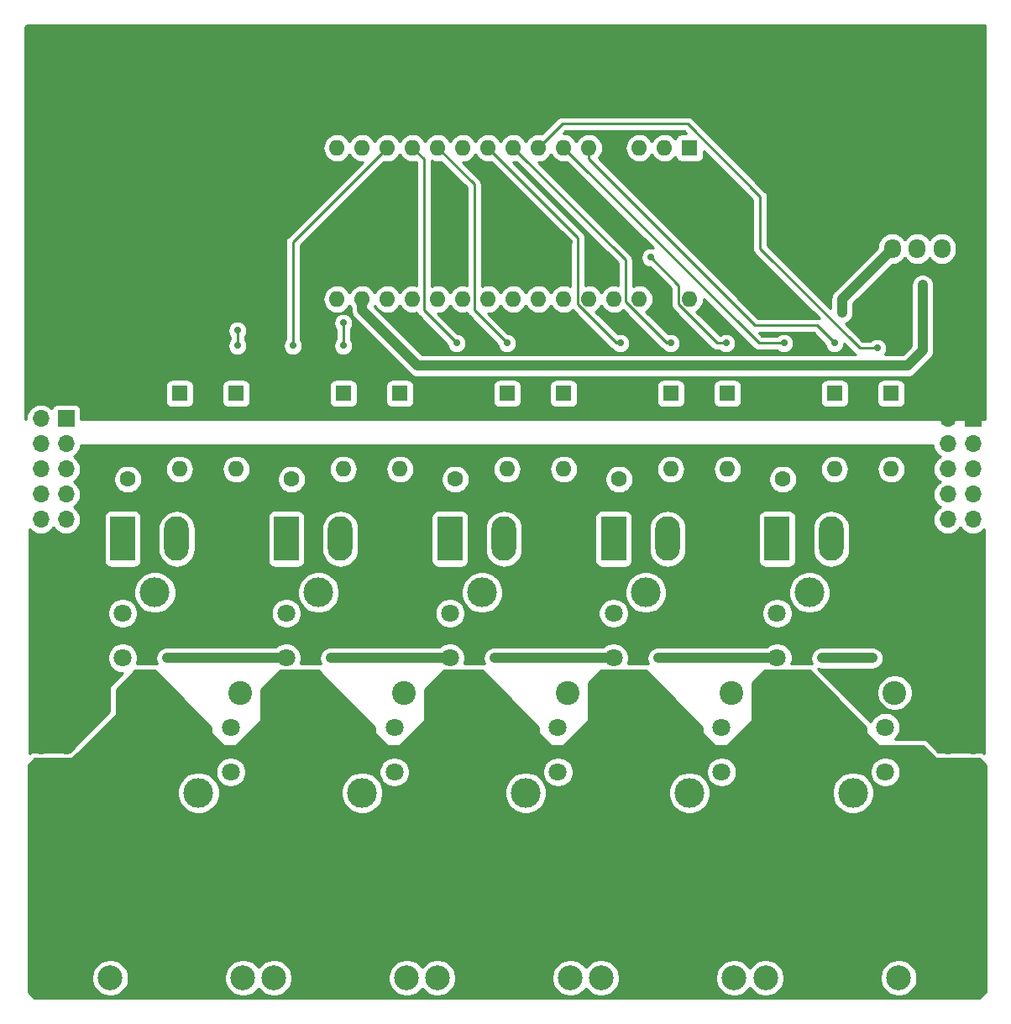
<source format=gbl>
G04 #@! TF.GenerationSoftware,KiCad,Pcbnew,(5.1.2)-1*
G04 #@! TF.CreationDate,2019-05-30T15:53:57+09:00*
G04 #@! TF.ProjectId,MD_2016_remake,4d445f32-3031-4365-9f72-656d616b652e,rev?*
G04 #@! TF.SameCoordinates,PXaba9500PY3473bc0*
G04 #@! TF.FileFunction,Copper,L2,Bot*
G04 #@! TF.FilePolarity,Positive*
%FSLAX46Y46*%
G04 Gerber Fmt 4.6, Leading zero omitted, Abs format (unit mm)*
G04 Created by KiCad (PCBNEW (5.1.2)-1) date 2019-05-30 15:53:57*
%MOMM*%
%LPD*%
G04 APERTURE LIST*
%ADD10C,1.600000*%
%ADD11O,1.700000X1.950000*%
%ADD12C,0.100000*%
%ADD13C,1.700000*%
%ADD14R,1.600000X1.600000*%
%ADD15O,1.600000X1.600000*%
%ADD16R,1.700000X1.700000*%
%ADD17O,1.700000X1.700000*%
%ADD18C,3.000000*%
%ADD19C,1.800000*%
%ADD20C,2.400000*%
%ADD21C,2.500000*%
%ADD22R,2.500000X4.500000*%
%ADD23O,2.500000X4.500000*%
%ADD24C,0.700000*%
%ADD25C,1.000000*%
%ADD26C,1.000000*%
%ADD27C,0.250000*%
%ADD28C,0.254000*%
G04 APERTURE END LIST*
D10*
X8963000Y-46896000D03*
X11463000Y-46896000D03*
X25473000Y-46896000D03*
X27973000Y-46896000D03*
X41983000Y-46896000D03*
X44483000Y-46896000D03*
X58493000Y-46896000D03*
X60993000Y-46896000D03*
X75003000Y-46896000D03*
X77503000Y-46896000D03*
D11*
X88545000Y-23655000D03*
X91045000Y-23655000D03*
X93545000Y-23655000D03*
D12*
G36*
X96669504Y-22681204D02*
G01*
X96693773Y-22684804D01*
X96717571Y-22690765D01*
X96740671Y-22699030D01*
X96762849Y-22709520D01*
X96783893Y-22722133D01*
X96803598Y-22736747D01*
X96821777Y-22753223D01*
X96838253Y-22771402D01*
X96852867Y-22791107D01*
X96865480Y-22812151D01*
X96875970Y-22834329D01*
X96884235Y-22857429D01*
X96890196Y-22881227D01*
X96893796Y-22905496D01*
X96895000Y-22930000D01*
X96895000Y-24380000D01*
X96893796Y-24404504D01*
X96890196Y-24428773D01*
X96884235Y-24452571D01*
X96875970Y-24475671D01*
X96865480Y-24497849D01*
X96852867Y-24518893D01*
X96838253Y-24538598D01*
X96821777Y-24556777D01*
X96803598Y-24573253D01*
X96783893Y-24587867D01*
X96762849Y-24600480D01*
X96740671Y-24610970D01*
X96717571Y-24619235D01*
X96693773Y-24625196D01*
X96669504Y-24628796D01*
X96645000Y-24630000D01*
X95445000Y-24630000D01*
X95420496Y-24628796D01*
X95396227Y-24625196D01*
X95372429Y-24619235D01*
X95349329Y-24610970D01*
X95327151Y-24600480D01*
X95306107Y-24587867D01*
X95286402Y-24573253D01*
X95268223Y-24556777D01*
X95251747Y-24538598D01*
X95237133Y-24518893D01*
X95224520Y-24497849D01*
X95214030Y-24475671D01*
X95205765Y-24452571D01*
X95199804Y-24428773D01*
X95196204Y-24404504D01*
X95195000Y-24380000D01*
X95195000Y-22930000D01*
X95196204Y-22905496D01*
X95199804Y-22881227D01*
X95205765Y-22857429D01*
X95214030Y-22834329D01*
X95224520Y-22812151D01*
X95237133Y-22791107D01*
X95251747Y-22771402D01*
X95268223Y-22753223D01*
X95286402Y-22736747D01*
X95306107Y-22722133D01*
X95327151Y-22709520D01*
X95349329Y-22699030D01*
X95372429Y-22690765D01*
X95396227Y-22684804D01*
X95420496Y-22681204D01*
X95445000Y-22680000D01*
X96645000Y-22680000D01*
X96669504Y-22681204D01*
X96669504Y-22681204D01*
G37*
D13*
X96045000Y-23655000D03*
D14*
X68105000Y-13495000D03*
D15*
X35085000Y-28735000D03*
X65565000Y-13495000D03*
X37625000Y-28735000D03*
X63025000Y-13495000D03*
X40165000Y-28735000D03*
X60485000Y-13495000D03*
X42705000Y-28735000D03*
X57945000Y-13495000D03*
X45245000Y-28735000D03*
X55405000Y-13495000D03*
X47785000Y-28735000D03*
X52865000Y-13495000D03*
X50325000Y-28735000D03*
X50325000Y-13495000D03*
X52865000Y-28735000D03*
X47785000Y-13495000D03*
X55405000Y-28735000D03*
X45245000Y-13495000D03*
X57945000Y-28735000D03*
X42705000Y-13495000D03*
X60485000Y-28735000D03*
X40165000Y-13495000D03*
X63025000Y-28735000D03*
X37625000Y-13495000D03*
X65565000Y-28735000D03*
X35085000Y-13495000D03*
X68105000Y-28735000D03*
X32545000Y-13495000D03*
X32545000Y-28735000D03*
D16*
X96680000Y-40800000D03*
D17*
X94140000Y-40800000D03*
X96680000Y-43340000D03*
X94140000Y-43340000D03*
X96680000Y-45880000D03*
X94140000Y-45880000D03*
X96680000Y-48420000D03*
X94140000Y-48420000D03*
X96680000Y-50960000D03*
X94140000Y-50960000D03*
X96680000Y-53500000D03*
X94140000Y-53500000D03*
X96680000Y-56040000D03*
X94140000Y-56040000D03*
X96680000Y-58580000D03*
X94140000Y-58580000D03*
X96680000Y-61120000D03*
X94140000Y-61120000D03*
X96680000Y-63660000D03*
X94140000Y-63660000D03*
X96680000Y-66200000D03*
X94140000Y-66200000D03*
X96680000Y-68740000D03*
X94140000Y-68740000D03*
X96680000Y-71280000D03*
X94140000Y-71280000D03*
X96680000Y-73820000D03*
X94140000Y-73820000D03*
X96680000Y-76360000D03*
X94140000Y-76360000D03*
X96680000Y-78900000D03*
X94140000Y-78900000D03*
X96680000Y-81440000D03*
X94140000Y-81440000D03*
X96680000Y-83980000D03*
X94140000Y-83980000D03*
X96680000Y-86520000D03*
X94140000Y-86520000D03*
X96680000Y-89060000D03*
X94140000Y-89060000D03*
X96680000Y-91600000D03*
X94140000Y-91600000D03*
X96680000Y-94140000D03*
X94140000Y-94140000D03*
X96680000Y-96680000D03*
X94140000Y-96680000D03*
X2700000Y-96680000D03*
X5240000Y-96680000D03*
X2700000Y-94140000D03*
X5240000Y-94140000D03*
X2700000Y-91600000D03*
X5240000Y-91600000D03*
X2700000Y-89060000D03*
X5240000Y-89060000D03*
X2700000Y-86520000D03*
X5240000Y-86520000D03*
X2700000Y-83980000D03*
X5240000Y-83980000D03*
X2700000Y-81440000D03*
X5240000Y-81440000D03*
X2700000Y-78900000D03*
X5240000Y-78900000D03*
X2700000Y-76360000D03*
X5240000Y-76360000D03*
X2700000Y-73820000D03*
X5240000Y-73820000D03*
X2700000Y-71280000D03*
X5240000Y-71280000D03*
X2700000Y-68740000D03*
X5240000Y-68740000D03*
X2700000Y-66200000D03*
X5240000Y-66200000D03*
X2700000Y-63660000D03*
X5240000Y-63660000D03*
X2700000Y-61120000D03*
X5240000Y-61120000D03*
X2700000Y-58580000D03*
X5240000Y-58580000D03*
X2700000Y-56040000D03*
X5240000Y-56040000D03*
X2700000Y-53500000D03*
X5240000Y-53500000D03*
X2700000Y-50960000D03*
X5240000Y-50960000D03*
X2700000Y-48420000D03*
X5240000Y-48420000D03*
X2700000Y-45880000D03*
X5240000Y-45880000D03*
X2700000Y-43340000D03*
X5240000Y-43340000D03*
X2700000Y-40800000D03*
D16*
X5240000Y-40800000D03*
D18*
X84580000Y-78505000D03*
D19*
X87830000Y-76405000D03*
X87830000Y-71905000D03*
D20*
X88780000Y-68405000D03*
X79280000Y-68405000D03*
D19*
X76930000Y-64905000D03*
X76930000Y-60405000D03*
D18*
X80180000Y-58305000D03*
X63680000Y-58305000D03*
D19*
X60430000Y-60405000D03*
X60430000Y-64905000D03*
D20*
X62780000Y-68405000D03*
X72280000Y-68405000D03*
D19*
X71330000Y-71905000D03*
X71330000Y-76405000D03*
D18*
X68080000Y-78505000D03*
X51580000Y-78505000D03*
D19*
X54830000Y-76405000D03*
X54830000Y-71905000D03*
D20*
X55780000Y-68405000D03*
X46280000Y-68405000D03*
D19*
X43930000Y-64905000D03*
X43930000Y-60405000D03*
D18*
X47180000Y-58305000D03*
X30680000Y-58305000D03*
D19*
X27430000Y-60405000D03*
X27430000Y-64905000D03*
D20*
X29780000Y-68405000D03*
X39280000Y-68405000D03*
D19*
X38330000Y-71905000D03*
X38330000Y-76405000D03*
D18*
X35080000Y-78505000D03*
X18580000Y-78505000D03*
D19*
X21830000Y-76405000D03*
X21830000Y-71905000D03*
D20*
X22780000Y-68405000D03*
X13280000Y-68405000D03*
D19*
X10930000Y-64905000D03*
X10930000Y-60405000D03*
D18*
X14180000Y-58305000D03*
D21*
X89180000Y-97150000D03*
X75780000Y-97150000D03*
X59180000Y-97150000D03*
X72580000Y-97150000D03*
X56080000Y-97150000D03*
X42680000Y-97150000D03*
X39580000Y-97150000D03*
X26180000Y-97150000D03*
X9680000Y-97150000D03*
X23080000Y-97150000D03*
D22*
X76930000Y-52905000D03*
D23*
X82380000Y-52905000D03*
X87830000Y-52905000D03*
D22*
X60430000Y-52905000D03*
D23*
X65880000Y-52905000D03*
X71330000Y-52905000D03*
X54830000Y-52905000D03*
X49380000Y-52905000D03*
D22*
X43930000Y-52905000D03*
D23*
X38330000Y-52905000D03*
X32880000Y-52905000D03*
D22*
X27430000Y-52905000D03*
D23*
X21830000Y-52905000D03*
X16380000Y-52905000D03*
D22*
X10930000Y-52905000D03*
D14*
X82710000Y-38260000D03*
D15*
X80170000Y-45880000D03*
X80170000Y-38260000D03*
X82710000Y-45880000D03*
X88425000Y-45880000D03*
X85885000Y-38260000D03*
X85885000Y-45880000D03*
D14*
X88425000Y-38260000D03*
X66200000Y-38260000D03*
D15*
X63660000Y-45880000D03*
X63660000Y-38260000D03*
X66200000Y-45880000D03*
X71915000Y-45880000D03*
X69375000Y-38260000D03*
X69375000Y-45880000D03*
D14*
X71915000Y-38260000D03*
X49690000Y-38260000D03*
D15*
X47150000Y-45880000D03*
X47150000Y-38260000D03*
X49690000Y-45880000D03*
X55405000Y-45880000D03*
X52865000Y-38260000D03*
X52865000Y-45880000D03*
D14*
X55405000Y-38260000D03*
X33180000Y-38260000D03*
D15*
X30640000Y-45880000D03*
X30640000Y-38260000D03*
X33180000Y-45880000D03*
X38895000Y-45880000D03*
X36355000Y-38260000D03*
X36355000Y-45880000D03*
D14*
X38895000Y-38260000D03*
D15*
X16670000Y-45880000D03*
X14130000Y-38260000D03*
X14130000Y-45880000D03*
D14*
X16670000Y-38260000D03*
X22385000Y-38260000D03*
D15*
X19845000Y-45880000D03*
X19845000Y-38260000D03*
X22385000Y-45880000D03*
D24*
X44000000Y-27000000D03*
X39000000Y-27000000D03*
X39000000Y-15000000D03*
X31000000Y-15000000D03*
X33000000Y-16000000D03*
X47000000Y-33000000D03*
X52000000Y-31000000D03*
X54000000Y-31000000D03*
X58000000Y-34000000D03*
X36000000Y-34000000D03*
X31000000Y-34000000D03*
X25000000Y-34000000D03*
X25000000Y-30000000D03*
X20000000Y-31000000D03*
X20000000Y-34000000D03*
X30000000Y-30000000D03*
X30000000Y-24000000D03*
X27000000Y-22000000D03*
X35000000Y-18000000D03*
X40000000Y-23000000D03*
X43000000Y-16000000D03*
X45000000Y-18000000D03*
X50000000Y-26000000D03*
X48000000Y-16000000D03*
X56000000Y-23000000D03*
X59000000Y-24000000D03*
X62000000Y-16000000D03*
X70000000Y-16000000D03*
X74000000Y-24000000D03*
X70000000Y-24000000D03*
X74000000Y-19000000D03*
X66000000Y-20000000D03*
X73000000Y-28000000D03*
X77000000Y-28000000D03*
X82000000Y-29000000D03*
X78000000Y-24000000D03*
X77000000Y-18000000D03*
X75000000Y-16000000D03*
X82000000Y-16000000D03*
X87000000Y-21000000D03*
X87000000Y-28000000D03*
X84000000Y-25000000D03*
X85000000Y-13000000D03*
X82000000Y-12000000D03*
X68000000Y-10000000D03*
X55000000Y-10000000D03*
X32000000Y-11000000D03*
X10000000Y-32000000D03*
X21000000Y-21000000D03*
X22000000Y-24000000D03*
X14000000Y-33000000D03*
X14000000Y-36000000D03*
X8000000Y-40000000D03*
X97000000Y-2000000D03*
X2000000Y-2000000D03*
X2000000Y-38000000D03*
X97000000Y-32000000D03*
X85000000Y-32000000D03*
X80000000Y-33000000D03*
X50000000Y-2000000D03*
X2000000Y-20000000D03*
X97000000Y-18000000D03*
X17000000Y-10000000D03*
D25*
X15400000Y-64930000D03*
X19210000Y-64930000D03*
X31910000Y-64930000D03*
X36355000Y-64930000D03*
X48420000Y-64930000D03*
X53500000Y-64930000D03*
X64930000Y-64930000D03*
X70010000Y-64930000D03*
X81440000Y-64930000D03*
X86520000Y-64930000D03*
X91600000Y-27338000D03*
X83472000Y-30132000D03*
D24*
X22512000Y-31910000D03*
X22512000Y-33434000D03*
X82710000Y-33180000D03*
X77630000Y-33180000D03*
X87028000Y-33688000D03*
X66200000Y-33180000D03*
X61120000Y-33180000D03*
X64168000Y-24544000D03*
X71788000Y-33180000D03*
X49690000Y-33180000D03*
X44610000Y-33180000D03*
X28100000Y-33434000D03*
X33180000Y-33434000D03*
X33180000Y-31148000D03*
D26*
X15400000Y-64930000D02*
X19210000Y-64930000D01*
X31910000Y-64930000D02*
X36355000Y-64930000D01*
X48420000Y-64930000D02*
X53500000Y-64930000D01*
X64930000Y-64930000D02*
X70010000Y-64930000D01*
X81440000Y-64930000D02*
X86520000Y-64930000D01*
X19235000Y-64905000D02*
X19210000Y-64930000D01*
X27430000Y-64905000D02*
X19235000Y-64905000D01*
X43905000Y-64930000D02*
X43930000Y-64905000D01*
X36355000Y-64930000D02*
X43905000Y-64930000D01*
X60405000Y-64930000D02*
X60430000Y-64905000D01*
X53500000Y-64930000D02*
X60405000Y-64930000D01*
X70035000Y-64905000D02*
X70010000Y-64930000D01*
X76930000Y-64905000D02*
X70035000Y-64905000D01*
X35085000Y-29866370D02*
X40684630Y-35466000D01*
X35085000Y-28735000D02*
X35085000Y-29866370D01*
X40684630Y-35466000D02*
X90076000Y-35466000D01*
X90076000Y-35466000D02*
X91600000Y-33942000D01*
X91600000Y-33942000D02*
X91600000Y-27338000D01*
X83472000Y-28728000D02*
X88545000Y-23655000D01*
X83472000Y-30132000D02*
X83472000Y-28728000D01*
D27*
X2700000Y-76360000D02*
X2700000Y-75090000D01*
X70645000Y-73820000D02*
X71915000Y-73820000D01*
X19845000Y-72550000D02*
X21115000Y-73820000D01*
X19845000Y-71915000D02*
X19845000Y-72550000D01*
X12225000Y-66200000D02*
X14130000Y-66200000D01*
X52865000Y-71915000D02*
X52865000Y-72550000D01*
X57945000Y-71280000D02*
X57945000Y-67470000D01*
X5875000Y-75090000D02*
X10320000Y-70645000D01*
X87155000Y-73820000D02*
X91600000Y-73820000D01*
X55405000Y-73820000D02*
X57945000Y-71280000D01*
X36355000Y-72550000D02*
X37625000Y-73820000D01*
X71915000Y-73820000D02*
X74455000Y-71280000D01*
X37625000Y-73820000D02*
X38895000Y-73820000D01*
X69375000Y-72550000D02*
X70645000Y-73820000D01*
X36355000Y-71915000D02*
X36355000Y-72550000D01*
X26830000Y-66200000D02*
X30640000Y-66200000D01*
X91600000Y-73820000D02*
X92870000Y-75090000D01*
X69375000Y-71915000D02*
X69375000Y-72550000D01*
X59215000Y-66200000D02*
X63660000Y-66200000D01*
X24925000Y-68105000D02*
X26830000Y-66200000D01*
X41435000Y-68105000D02*
X43340000Y-66200000D01*
X22385000Y-73820000D02*
X24925000Y-71280000D01*
X38895000Y-73820000D02*
X41435000Y-71280000D01*
X21115000Y-73820000D02*
X22385000Y-73820000D01*
X24925000Y-71280000D02*
X24925000Y-68105000D01*
X41435000Y-71280000D02*
X41435000Y-68105000D01*
X43340000Y-66200000D02*
X47150000Y-66200000D01*
X52865000Y-72550000D02*
X54135000Y-73820000D01*
X85885000Y-72550000D02*
X87155000Y-73820000D01*
X10320000Y-68105000D02*
X12225000Y-66200000D01*
X10320000Y-70645000D02*
X10320000Y-68105000D01*
X54135000Y-73820000D02*
X55405000Y-73820000D01*
X57945000Y-67470000D02*
X59215000Y-66200000D01*
X74455000Y-71280000D02*
X74455000Y-67470000D01*
X74455000Y-67470000D02*
X75725000Y-66200000D01*
X75725000Y-66200000D02*
X80170000Y-66200000D01*
X85885000Y-71915000D02*
X85885000Y-72550000D01*
X2700000Y-94140000D02*
X2700000Y-96680000D01*
X2700000Y-75090000D02*
X2700000Y-94140000D01*
X5240000Y-96680000D02*
X5240000Y-75090000D01*
X2700000Y-75090000D02*
X5240000Y-75090000D01*
X5240000Y-75090000D02*
X5875000Y-75090000D01*
X94140000Y-75090000D02*
X94140000Y-96680000D01*
X92870000Y-75090000D02*
X94140000Y-75090000D01*
X96680000Y-96680000D02*
X96680000Y-75090000D01*
X94140000Y-75090000D02*
X96680000Y-75090000D01*
X16335000Y-68405000D02*
X16670000Y-68740000D01*
X13280000Y-68405000D02*
X16335000Y-68405000D01*
X14130000Y-66200000D02*
X16670000Y-68740000D01*
X16670000Y-68740000D02*
X19845000Y-71915000D01*
X32845000Y-68405000D02*
X32862500Y-68422500D01*
X29780000Y-68405000D02*
X32845000Y-68405000D01*
X30640000Y-66200000D02*
X32862500Y-68422500D01*
X32862500Y-68422500D02*
X36355000Y-71915000D01*
X82375000Y-68405000D02*
X82710000Y-68740000D01*
X79280000Y-68405000D02*
X82375000Y-68405000D01*
X80170000Y-66200000D02*
X82710000Y-68740000D01*
X82710000Y-68740000D02*
X85885000Y-71915000D01*
X65865000Y-68405000D02*
X66200000Y-68740000D01*
X62780000Y-68405000D02*
X65865000Y-68405000D01*
X63660000Y-66200000D02*
X66200000Y-68740000D01*
X66200000Y-68740000D02*
X69375000Y-71915000D01*
X49355000Y-68405000D02*
X49690000Y-68740000D01*
X46280000Y-68405000D02*
X49355000Y-68405000D01*
X47150000Y-66200000D02*
X49690000Y-68740000D01*
X49690000Y-68740000D02*
X52865000Y-71915000D01*
X2065000Y-99220000D02*
X1430000Y-98585000D01*
X97315000Y-99220000D02*
X2065000Y-99220000D01*
X97950000Y-98585000D02*
X97315000Y-99220000D01*
X97315000Y-75090000D02*
X97950000Y-75725000D01*
X97950000Y-75725000D02*
X97950000Y-98585000D01*
X96680000Y-75090000D02*
X97315000Y-75090000D01*
X1430000Y-98585000D02*
X1430000Y-75725000D01*
X1430000Y-75725000D02*
X2065000Y-75090000D01*
X2065000Y-75090000D02*
X2700000Y-75090000D01*
X22512000Y-31910000D02*
X22512000Y-33434000D01*
X57945000Y-14626370D02*
X74720630Y-31402000D01*
X57945000Y-13495000D02*
X57945000Y-14626370D01*
X74720630Y-31402000D02*
X80932000Y-31402000D01*
X80932000Y-31402000D02*
X82710000Y-33180000D01*
X55405000Y-13495000D02*
X75090000Y-33180000D01*
X75090000Y-33180000D02*
X77630000Y-33180000D01*
X85250000Y-33688000D02*
X87028000Y-33688000D01*
X75217000Y-23655000D02*
X85250000Y-33688000D01*
X75217000Y-18421998D02*
X75217000Y-23655000D01*
X67877002Y-11082000D02*
X75217000Y-18421998D01*
X52865000Y-13495000D02*
X55278000Y-11082000D01*
X55278000Y-11082000D02*
X67877002Y-11082000D01*
X65804998Y-33180000D02*
X66200000Y-33180000D01*
X61610001Y-28985003D02*
X65804998Y-33180000D01*
X50325000Y-13495000D02*
X61610001Y-24780001D01*
X61610001Y-24780001D02*
X61610001Y-28985003D01*
X60724998Y-33180000D02*
X61120000Y-33180000D01*
X56819999Y-29275001D02*
X60724998Y-33180000D01*
X47785000Y-13495000D02*
X56819999Y-22529999D01*
X56819999Y-22529999D02*
X56819999Y-29275001D01*
X70884998Y-33180000D02*
X71788000Y-33180000D01*
X66979999Y-29275001D02*
X70884998Y-33180000D01*
X64168000Y-24544000D02*
X66979999Y-27355999D01*
X66979999Y-27355999D02*
X66979999Y-29275001D01*
X46370001Y-29860001D02*
X49690000Y-33180000D01*
X42705000Y-13495000D02*
X46370001Y-17160001D01*
X46370001Y-17160001D02*
X46370001Y-29860001D01*
X41290001Y-29860001D02*
X44610000Y-33180000D01*
X40165000Y-13495000D02*
X41290001Y-14620001D01*
X41290001Y-14620001D02*
X41290001Y-29860001D01*
X28100000Y-31148000D02*
X28100000Y-33434000D01*
X28100000Y-23020000D02*
X37625000Y-13495000D01*
X28100000Y-31148000D02*
X28100000Y-23020000D01*
X33180000Y-33434000D02*
X33180000Y-31148000D01*
D28*
G36*
X19718000Y-71967606D02*
G01*
X19718000Y-72550000D01*
X19720440Y-72574776D01*
X19727667Y-72598601D01*
X19739403Y-72620557D01*
X19755197Y-72639803D01*
X21025197Y-73909803D01*
X21044443Y-73925597D01*
X21066399Y-73937333D01*
X21090224Y-73944560D01*
X21115000Y-73947000D01*
X22385000Y-73947000D01*
X22409776Y-73944560D01*
X22433601Y-73937333D01*
X22455557Y-73925597D01*
X22474803Y-73909803D01*
X25014803Y-71369803D01*
X25030597Y-71350557D01*
X25042333Y-71328601D01*
X25049560Y-71304776D01*
X25052000Y-71280000D01*
X25052000Y-68157606D01*
X26873602Y-66336004D01*
X26982257Y-66381011D01*
X27278816Y-66440000D01*
X27581184Y-66440000D01*
X27877743Y-66381011D01*
X28008136Y-66327000D01*
X30587394Y-66327000D01*
X36228000Y-71967606D01*
X36228000Y-72550000D01*
X36230440Y-72574776D01*
X36237667Y-72598601D01*
X36249403Y-72620557D01*
X36265197Y-72639803D01*
X37535197Y-73909803D01*
X37554443Y-73925597D01*
X37576399Y-73937333D01*
X37600224Y-73944560D01*
X37625000Y-73947000D01*
X38895000Y-73947000D01*
X38919776Y-73944560D01*
X38943601Y-73937333D01*
X38965557Y-73925597D01*
X38984803Y-73909803D01*
X41524803Y-71369803D01*
X41540597Y-71350557D01*
X41552333Y-71328601D01*
X41559560Y-71304776D01*
X41562000Y-71280000D01*
X41562000Y-68157606D01*
X43380673Y-66338933D01*
X43482257Y-66381011D01*
X43778816Y-66440000D01*
X44081184Y-66440000D01*
X44377743Y-66381011D01*
X44508136Y-66327000D01*
X47097394Y-66327000D01*
X52738000Y-71967606D01*
X52738000Y-72550000D01*
X52740440Y-72574776D01*
X52747667Y-72598601D01*
X52759403Y-72620557D01*
X52775197Y-72639803D01*
X54045197Y-73909803D01*
X54064443Y-73925597D01*
X54086399Y-73937333D01*
X54110224Y-73944560D01*
X54135000Y-73947000D01*
X55405000Y-73947000D01*
X55429776Y-73944560D01*
X55453601Y-73937333D01*
X55475557Y-73925597D01*
X55494803Y-73909803D01*
X58034803Y-71369803D01*
X58050597Y-71350557D01*
X58062333Y-71328601D01*
X58069560Y-71304776D01*
X58072000Y-71280000D01*
X58072000Y-67522606D01*
X59267606Y-66327000D01*
X59851864Y-66327000D01*
X59982257Y-66381011D01*
X60278816Y-66440000D01*
X60581184Y-66440000D01*
X60877743Y-66381011D01*
X61008136Y-66327000D01*
X63607394Y-66327000D01*
X69248000Y-71967606D01*
X69248000Y-72550000D01*
X69250440Y-72574776D01*
X69257667Y-72598601D01*
X69269403Y-72620557D01*
X69285197Y-72639803D01*
X70555197Y-73909803D01*
X70574443Y-73925597D01*
X70596399Y-73937333D01*
X70620224Y-73944560D01*
X70645000Y-73947000D01*
X71915000Y-73947000D01*
X71939776Y-73944560D01*
X71963601Y-73937333D01*
X71985557Y-73925597D01*
X72004803Y-73909803D01*
X74544803Y-71369803D01*
X74560597Y-71350557D01*
X74572333Y-71328601D01*
X74579560Y-71304776D01*
X74582000Y-71280000D01*
X74582000Y-67522606D01*
X75777606Y-66327000D01*
X76351864Y-66327000D01*
X76482257Y-66381011D01*
X76778816Y-66440000D01*
X77081184Y-66440000D01*
X77377743Y-66381011D01*
X77508136Y-66327000D01*
X80117394Y-66327000D01*
X85758000Y-71967606D01*
X85758000Y-72550000D01*
X85760440Y-72574776D01*
X85767667Y-72598601D01*
X85779403Y-72620557D01*
X85795197Y-72639803D01*
X87065197Y-73909803D01*
X87084443Y-73925597D01*
X87106399Y-73937333D01*
X87130224Y-73944560D01*
X87155000Y-73947000D01*
X91547394Y-73947000D01*
X92780197Y-75179803D01*
X92799443Y-75195597D01*
X92821399Y-75207333D01*
X92845224Y-75214560D01*
X92870000Y-75217000D01*
X93629626Y-75217000D01*
X93848889Y-75283513D01*
X94067050Y-75305000D01*
X94212950Y-75305000D01*
X94431111Y-75283513D01*
X94650374Y-75217000D01*
X96169626Y-75217000D01*
X96388889Y-75283513D01*
X96607050Y-75305000D01*
X96752950Y-75305000D01*
X96971111Y-75283513D01*
X97190374Y-75217000D01*
X97262394Y-75217000D01*
X97823000Y-75777606D01*
X97823000Y-98532394D01*
X97262394Y-99093000D01*
X2117606Y-99093000D01*
X1557000Y-98532394D01*
X1557000Y-96964344D01*
X7795000Y-96964344D01*
X7795000Y-97335656D01*
X7867439Y-97699834D01*
X8009534Y-98042882D01*
X8215825Y-98351618D01*
X8478382Y-98614175D01*
X8787118Y-98820466D01*
X9130166Y-98962561D01*
X9494344Y-99035000D01*
X9865656Y-99035000D01*
X10229834Y-98962561D01*
X10572882Y-98820466D01*
X10881618Y-98614175D01*
X11144175Y-98351618D01*
X11350466Y-98042882D01*
X11492561Y-97699834D01*
X11565000Y-97335656D01*
X11565000Y-96964344D01*
X21195000Y-96964344D01*
X21195000Y-97335656D01*
X21267439Y-97699834D01*
X21409534Y-98042882D01*
X21615825Y-98351618D01*
X21878382Y-98614175D01*
X22187118Y-98820466D01*
X22530166Y-98962561D01*
X22894344Y-99035000D01*
X23265656Y-99035000D01*
X23629834Y-98962561D01*
X23972882Y-98820466D01*
X24281618Y-98614175D01*
X24544175Y-98351618D01*
X24630000Y-98223172D01*
X24715825Y-98351618D01*
X24978382Y-98614175D01*
X25287118Y-98820466D01*
X25630166Y-98962561D01*
X25994344Y-99035000D01*
X26365656Y-99035000D01*
X26729834Y-98962561D01*
X27072882Y-98820466D01*
X27381618Y-98614175D01*
X27644175Y-98351618D01*
X27850466Y-98042882D01*
X27992561Y-97699834D01*
X28065000Y-97335656D01*
X28065000Y-96964344D01*
X37695000Y-96964344D01*
X37695000Y-97335656D01*
X37767439Y-97699834D01*
X37909534Y-98042882D01*
X38115825Y-98351618D01*
X38378382Y-98614175D01*
X38687118Y-98820466D01*
X39030166Y-98962561D01*
X39394344Y-99035000D01*
X39765656Y-99035000D01*
X40129834Y-98962561D01*
X40472882Y-98820466D01*
X40781618Y-98614175D01*
X41044175Y-98351618D01*
X41130000Y-98223172D01*
X41215825Y-98351618D01*
X41478382Y-98614175D01*
X41787118Y-98820466D01*
X42130166Y-98962561D01*
X42494344Y-99035000D01*
X42865656Y-99035000D01*
X43229834Y-98962561D01*
X43572882Y-98820466D01*
X43881618Y-98614175D01*
X44144175Y-98351618D01*
X44350466Y-98042882D01*
X44492561Y-97699834D01*
X44565000Y-97335656D01*
X44565000Y-96964344D01*
X54195000Y-96964344D01*
X54195000Y-97335656D01*
X54267439Y-97699834D01*
X54409534Y-98042882D01*
X54615825Y-98351618D01*
X54878382Y-98614175D01*
X55187118Y-98820466D01*
X55530166Y-98962561D01*
X55894344Y-99035000D01*
X56265656Y-99035000D01*
X56629834Y-98962561D01*
X56972882Y-98820466D01*
X57281618Y-98614175D01*
X57544175Y-98351618D01*
X57630000Y-98223172D01*
X57715825Y-98351618D01*
X57978382Y-98614175D01*
X58287118Y-98820466D01*
X58630166Y-98962561D01*
X58994344Y-99035000D01*
X59365656Y-99035000D01*
X59729834Y-98962561D01*
X60072882Y-98820466D01*
X60381618Y-98614175D01*
X60644175Y-98351618D01*
X60850466Y-98042882D01*
X60992561Y-97699834D01*
X61065000Y-97335656D01*
X61065000Y-96964344D01*
X70695000Y-96964344D01*
X70695000Y-97335656D01*
X70767439Y-97699834D01*
X70909534Y-98042882D01*
X71115825Y-98351618D01*
X71378382Y-98614175D01*
X71687118Y-98820466D01*
X72030166Y-98962561D01*
X72394344Y-99035000D01*
X72765656Y-99035000D01*
X73129834Y-98962561D01*
X73472882Y-98820466D01*
X73781618Y-98614175D01*
X74044175Y-98351618D01*
X74180000Y-98148342D01*
X74315825Y-98351618D01*
X74578382Y-98614175D01*
X74887118Y-98820466D01*
X75230166Y-98962561D01*
X75594344Y-99035000D01*
X75965656Y-99035000D01*
X76329834Y-98962561D01*
X76672882Y-98820466D01*
X76981618Y-98614175D01*
X77244175Y-98351618D01*
X77450466Y-98042882D01*
X77592561Y-97699834D01*
X77665000Y-97335656D01*
X77665000Y-96964344D01*
X87295000Y-96964344D01*
X87295000Y-97335656D01*
X87367439Y-97699834D01*
X87509534Y-98042882D01*
X87715825Y-98351618D01*
X87978382Y-98614175D01*
X88287118Y-98820466D01*
X88630166Y-98962561D01*
X88994344Y-99035000D01*
X89365656Y-99035000D01*
X89729834Y-98962561D01*
X90072882Y-98820466D01*
X90381618Y-98614175D01*
X90644175Y-98351618D01*
X90850466Y-98042882D01*
X90992561Y-97699834D01*
X91065000Y-97335656D01*
X91065000Y-96964344D01*
X90992561Y-96600166D01*
X90850466Y-96257118D01*
X90644175Y-95948382D01*
X90381618Y-95685825D01*
X90072882Y-95479534D01*
X89729834Y-95337439D01*
X89365656Y-95265000D01*
X88994344Y-95265000D01*
X88630166Y-95337439D01*
X88287118Y-95479534D01*
X87978382Y-95685825D01*
X87715825Y-95948382D01*
X87509534Y-96257118D01*
X87367439Y-96600166D01*
X87295000Y-96964344D01*
X77665000Y-96964344D01*
X77592561Y-96600166D01*
X77450466Y-96257118D01*
X77244175Y-95948382D01*
X76981618Y-95685825D01*
X76672882Y-95479534D01*
X76329834Y-95337439D01*
X75965656Y-95265000D01*
X75594344Y-95265000D01*
X75230166Y-95337439D01*
X74887118Y-95479534D01*
X74578382Y-95685825D01*
X74315825Y-95948382D01*
X74180000Y-96151658D01*
X74044175Y-95948382D01*
X73781618Y-95685825D01*
X73472882Y-95479534D01*
X73129834Y-95337439D01*
X72765656Y-95265000D01*
X72394344Y-95265000D01*
X72030166Y-95337439D01*
X71687118Y-95479534D01*
X71378382Y-95685825D01*
X71115825Y-95948382D01*
X70909534Y-96257118D01*
X70767439Y-96600166D01*
X70695000Y-96964344D01*
X61065000Y-96964344D01*
X60992561Y-96600166D01*
X60850466Y-96257118D01*
X60644175Y-95948382D01*
X60381618Y-95685825D01*
X60072882Y-95479534D01*
X59729834Y-95337439D01*
X59365656Y-95265000D01*
X58994344Y-95265000D01*
X58630166Y-95337439D01*
X58287118Y-95479534D01*
X57978382Y-95685825D01*
X57715825Y-95948382D01*
X57630000Y-96076828D01*
X57544175Y-95948382D01*
X57281618Y-95685825D01*
X56972882Y-95479534D01*
X56629834Y-95337439D01*
X56265656Y-95265000D01*
X55894344Y-95265000D01*
X55530166Y-95337439D01*
X55187118Y-95479534D01*
X54878382Y-95685825D01*
X54615825Y-95948382D01*
X54409534Y-96257118D01*
X54267439Y-96600166D01*
X54195000Y-96964344D01*
X44565000Y-96964344D01*
X44492561Y-96600166D01*
X44350466Y-96257118D01*
X44144175Y-95948382D01*
X43881618Y-95685825D01*
X43572882Y-95479534D01*
X43229834Y-95337439D01*
X42865656Y-95265000D01*
X42494344Y-95265000D01*
X42130166Y-95337439D01*
X41787118Y-95479534D01*
X41478382Y-95685825D01*
X41215825Y-95948382D01*
X41130000Y-96076828D01*
X41044175Y-95948382D01*
X40781618Y-95685825D01*
X40472882Y-95479534D01*
X40129834Y-95337439D01*
X39765656Y-95265000D01*
X39394344Y-95265000D01*
X39030166Y-95337439D01*
X38687118Y-95479534D01*
X38378382Y-95685825D01*
X38115825Y-95948382D01*
X37909534Y-96257118D01*
X37767439Y-96600166D01*
X37695000Y-96964344D01*
X28065000Y-96964344D01*
X27992561Y-96600166D01*
X27850466Y-96257118D01*
X27644175Y-95948382D01*
X27381618Y-95685825D01*
X27072882Y-95479534D01*
X26729834Y-95337439D01*
X26365656Y-95265000D01*
X25994344Y-95265000D01*
X25630166Y-95337439D01*
X25287118Y-95479534D01*
X24978382Y-95685825D01*
X24715825Y-95948382D01*
X24630000Y-96076828D01*
X24544175Y-95948382D01*
X24281618Y-95685825D01*
X23972882Y-95479534D01*
X23629834Y-95337439D01*
X23265656Y-95265000D01*
X22894344Y-95265000D01*
X22530166Y-95337439D01*
X22187118Y-95479534D01*
X21878382Y-95685825D01*
X21615825Y-95948382D01*
X21409534Y-96257118D01*
X21267439Y-96600166D01*
X21195000Y-96964344D01*
X11565000Y-96964344D01*
X11492561Y-96600166D01*
X11350466Y-96257118D01*
X11144175Y-95948382D01*
X10881618Y-95685825D01*
X10572882Y-95479534D01*
X10229834Y-95337439D01*
X9865656Y-95265000D01*
X9494344Y-95265000D01*
X9130166Y-95337439D01*
X8787118Y-95479534D01*
X8478382Y-95685825D01*
X8215825Y-95948382D01*
X8009534Y-96257118D01*
X7867439Y-96600166D01*
X7795000Y-96964344D01*
X1557000Y-96964344D01*
X1557000Y-78294721D01*
X16445000Y-78294721D01*
X16445000Y-78715279D01*
X16527047Y-79127756D01*
X16687988Y-79516302D01*
X16921637Y-79865983D01*
X17219017Y-80163363D01*
X17568698Y-80397012D01*
X17957244Y-80557953D01*
X18369721Y-80640000D01*
X18790279Y-80640000D01*
X19202756Y-80557953D01*
X19591302Y-80397012D01*
X19940983Y-80163363D01*
X20238363Y-79865983D01*
X20472012Y-79516302D01*
X20632953Y-79127756D01*
X20715000Y-78715279D01*
X20715000Y-78294721D01*
X32945000Y-78294721D01*
X32945000Y-78715279D01*
X33027047Y-79127756D01*
X33187988Y-79516302D01*
X33421637Y-79865983D01*
X33719017Y-80163363D01*
X34068698Y-80397012D01*
X34457244Y-80557953D01*
X34869721Y-80640000D01*
X35290279Y-80640000D01*
X35702756Y-80557953D01*
X36091302Y-80397012D01*
X36440983Y-80163363D01*
X36738363Y-79865983D01*
X36972012Y-79516302D01*
X37132953Y-79127756D01*
X37215000Y-78715279D01*
X37215000Y-78294721D01*
X49445000Y-78294721D01*
X49445000Y-78715279D01*
X49527047Y-79127756D01*
X49687988Y-79516302D01*
X49921637Y-79865983D01*
X50219017Y-80163363D01*
X50568698Y-80397012D01*
X50957244Y-80557953D01*
X51369721Y-80640000D01*
X51790279Y-80640000D01*
X52202756Y-80557953D01*
X52591302Y-80397012D01*
X52940983Y-80163363D01*
X53238363Y-79865983D01*
X53472012Y-79516302D01*
X53632953Y-79127756D01*
X53715000Y-78715279D01*
X53715000Y-78294721D01*
X65945000Y-78294721D01*
X65945000Y-78715279D01*
X66027047Y-79127756D01*
X66187988Y-79516302D01*
X66421637Y-79865983D01*
X66719017Y-80163363D01*
X67068698Y-80397012D01*
X67457244Y-80557953D01*
X67869721Y-80640000D01*
X68290279Y-80640000D01*
X68702756Y-80557953D01*
X69091302Y-80397012D01*
X69440983Y-80163363D01*
X69738363Y-79865983D01*
X69972012Y-79516302D01*
X70132953Y-79127756D01*
X70215000Y-78715279D01*
X70215000Y-78294721D01*
X82445000Y-78294721D01*
X82445000Y-78715279D01*
X82527047Y-79127756D01*
X82687988Y-79516302D01*
X82921637Y-79865983D01*
X83219017Y-80163363D01*
X83568698Y-80397012D01*
X83957244Y-80557953D01*
X84369721Y-80640000D01*
X84790279Y-80640000D01*
X85202756Y-80557953D01*
X85591302Y-80397012D01*
X85940983Y-80163363D01*
X86238363Y-79865983D01*
X86472012Y-79516302D01*
X86632953Y-79127756D01*
X86715000Y-78715279D01*
X86715000Y-78294721D01*
X86632953Y-77882244D01*
X86472012Y-77493698D01*
X86238363Y-77144017D01*
X85940983Y-76846637D01*
X85591302Y-76612988D01*
X85202756Y-76452047D01*
X84790279Y-76370000D01*
X84369721Y-76370000D01*
X83957244Y-76452047D01*
X83568698Y-76612988D01*
X83219017Y-76846637D01*
X82921637Y-77144017D01*
X82687988Y-77493698D01*
X82527047Y-77882244D01*
X82445000Y-78294721D01*
X70215000Y-78294721D01*
X70132953Y-77882244D01*
X69972012Y-77493698D01*
X69738363Y-77144017D01*
X69440983Y-76846637D01*
X69091302Y-76612988D01*
X68702756Y-76452047D01*
X68290279Y-76370000D01*
X67869721Y-76370000D01*
X67457244Y-76452047D01*
X67068698Y-76612988D01*
X66719017Y-76846637D01*
X66421637Y-77144017D01*
X66187988Y-77493698D01*
X66027047Y-77882244D01*
X65945000Y-78294721D01*
X53715000Y-78294721D01*
X53632953Y-77882244D01*
X53472012Y-77493698D01*
X53238363Y-77144017D01*
X52940983Y-76846637D01*
X52591302Y-76612988D01*
X52202756Y-76452047D01*
X51790279Y-76370000D01*
X51369721Y-76370000D01*
X50957244Y-76452047D01*
X50568698Y-76612988D01*
X50219017Y-76846637D01*
X49921637Y-77144017D01*
X49687988Y-77493698D01*
X49527047Y-77882244D01*
X49445000Y-78294721D01*
X37215000Y-78294721D01*
X37132953Y-77882244D01*
X36972012Y-77493698D01*
X36738363Y-77144017D01*
X36440983Y-76846637D01*
X36091302Y-76612988D01*
X35702756Y-76452047D01*
X35290279Y-76370000D01*
X34869721Y-76370000D01*
X34457244Y-76452047D01*
X34068698Y-76612988D01*
X33719017Y-76846637D01*
X33421637Y-77144017D01*
X33187988Y-77493698D01*
X33027047Y-77882244D01*
X32945000Y-78294721D01*
X20715000Y-78294721D01*
X20632953Y-77882244D01*
X20472012Y-77493698D01*
X20238363Y-77144017D01*
X19940983Y-76846637D01*
X19591302Y-76612988D01*
X19202756Y-76452047D01*
X18790279Y-76370000D01*
X18369721Y-76370000D01*
X17957244Y-76452047D01*
X17568698Y-76612988D01*
X17219017Y-76846637D01*
X16921637Y-77144017D01*
X16687988Y-77493698D01*
X16527047Y-77882244D01*
X16445000Y-78294721D01*
X1557000Y-78294721D01*
X1557000Y-76253816D01*
X20295000Y-76253816D01*
X20295000Y-76556184D01*
X20353989Y-76852743D01*
X20469701Y-77132095D01*
X20637688Y-77383505D01*
X20851495Y-77597312D01*
X21102905Y-77765299D01*
X21382257Y-77881011D01*
X21678816Y-77940000D01*
X21981184Y-77940000D01*
X22277743Y-77881011D01*
X22557095Y-77765299D01*
X22808505Y-77597312D01*
X23022312Y-77383505D01*
X23190299Y-77132095D01*
X23306011Y-76852743D01*
X23365000Y-76556184D01*
X23365000Y-76253816D01*
X36795000Y-76253816D01*
X36795000Y-76556184D01*
X36853989Y-76852743D01*
X36969701Y-77132095D01*
X37137688Y-77383505D01*
X37351495Y-77597312D01*
X37602905Y-77765299D01*
X37882257Y-77881011D01*
X38178816Y-77940000D01*
X38481184Y-77940000D01*
X38777743Y-77881011D01*
X39057095Y-77765299D01*
X39308505Y-77597312D01*
X39522312Y-77383505D01*
X39690299Y-77132095D01*
X39806011Y-76852743D01*
X39865000Y-76556184D01*
X39865000Y-76253816D01*
X53295000Y-76253816D01*
X53295000Y-76556184D01*
X53353989Y-76852743D01*
X53469701Y-77132095D01*
X53637688Y-77383505D01*
X53851495Y-77597312D01*
X54102905Y-77765299D01*
X54382257Y-77881011D01*
X54678816Y-77940000D01*
X54981184Y-77940000D01*
X55277743Y-77881011D01*
X55557095Y-77765299D01*
X55808505Y-77597312D01*
X56022312Y-77383505D01*
X56190299Y-77132095D01*
X56306011Y-76852743D01*
X56365000Y-76556184D01*
X56365000Y-76253816D01*
X69795000Y-76253816D01*
X69795000Y-76556184D01*
X69853989Y-76852743D01*
X69969701Y-77132095D01*
X70137688Y-77383505D01*
X70351495Y-77597312D01*
X70602905Y-77765299D01*
X70882257Y-77881011D01*
X71178816Y-77940000D01*
X71481184Y-77940000D01*
X71777743Y-77881011D01*
X72057095Y-77765299D01*
X72308505Y-77597312D01*
X72522312Y-77383505D01*
X72690299Y-77132095D01*
X72806011Y-76852743D01*
X72865000Y-76556184D01*
X72865000Y-76253816D01*
X86295000Y-76253816D01*
X86295000Y-76556184D01*
X86353989Y-76852743D01*
X86469701Y-77132095D01*
X86637688Y-77383505D01*
X86851495Y-77597312D01*
X87102905Y-77765299D01*
X87382257Y-77881011D01*
X87678816Y-77940000D01*
X87981184Y-77940000D01*
X88277743Y-77881011D01*
X88557095Y-77765299D01*
X88808505Y-77597312D01*
X89022312Y-77383505D01*
X89190299Y-77132095D01*
X89306011Y-76852743D01*
X89365000Y-76556184D01*
X89365000Y-76253816D01*
X89306011Y-75957257D01*
X89190299Y-75677905D01*
X89022312Y-75426495D01*
X88808505Y-75212688D01*
X88557095Y-75044701D01*
X88277743Y-74928989D01*
X87981184Y-74870000D01*
X87678816Y-74870000D01*
X87382257Y-74928989D01*
X87102905Y-75044701D01*
X86851495Y-75212688D01*
X86637688Y-75426495D01*
X86469701Y-75677905D01*
X86353989Y-75957257D01*
X86295000Y-76253816D01*
X72865000Y-76253816D01*
X72806011Y-75957257D01*
X72690299Y-75677905D01*
X72522312Y-75426495D01*
X72308505Y-75212688D01*
X72057095Y-75044701D01*
X71777743Y-74928989D01*
X71481184Y-74870000D01*
X71178816Y-74870000D01*
X70882257Y-74928989D01*
X70602905Y-75044701D01*
X70351495Y-75212688D01*
X70137688Y-75426495D01*
X69969701Y-75677905D01*
X69853989Y-75957257D01*
X69795000Y-76253816D01*
X56365000Y-76253816D01*
X56306011Y-75957257D01*
X56190299Y-75677905D01*
X56022312Y-75426495D01*
X55808505Y-75212688D01*
X55557095Y-75044701D01*
X55277743Y-74928989D01*
X54981184Y-74870000D01*
X54678816Y-74870000D01*
X54382257Y-74928989D01*
X54102905Y-75044701D01*
X53851495Y-75212688D01*
X53637688Y-75426495D01*
X53469701Y-75677905D01*
X53353989Y-75957257D01*
X53295000Y-76253816D01*
X39865000Y-76253816D01*
X39806011Y-75957257D01*
X39690299Y-75677905D01*
X39522312Y-75426495D01*
X39308505Y-75212688D01*
X39057095Y-75044701D01*
X38777743Y-74928989D01*
X38481184Y-74870000D01*
X38178816Y-74870000D01*
X37882257Y-74928989D01*
X37602905Y-75044701D01*
X37351495Y-75212688D01*
X37137688Y-75426495D01*
X36969701Y-75677905D01*
X36853989Y-75957257D01*
X36795000Y-76253816D01*
X23365000Y-76253816D01*
X23306011Y-75957257D01*
X23190299Y-75677905D01*
X23022312Y-75426495D01*
X22808505Y-75212688D01*
X22557095Y-75044701D01*
X22277743Y-74928989D01*
X21981184Y-74870000D01*
X21678816Y-74870000D01*
X21382257Y-74928989D01*
X21102905Y-75044701D01*
X20851495Y-75212688D01*
X20637688Y-75426495D01*
X20469701Y-75677905D01*
X20353989Y-75957257D01*
X20295000Y-76253816D01*
X1557000Y-76253816D01*
X1557000Y-75777606D01*
X2117606Y-75217000D01*
X2189626Y-75217000D01*
X2408889Y-75283513D01*
X2627050Y-75305000D01*
X2772950Y-75305000D01*
X2991111Y-75283513D01*
X3210374Y-75217000D01*
X4729626Y-75217000D01*
X4948889Y-75283513D01*
X5167050Y-75305000D01*
X5312950Y-75305000D01*
X5531111Y-75283513D01*
X5750374Y-75217000D01*
X5875000Y-75217000D01*
X5899776Y-75214560D01*
X5923601Y-75207333D01*
X5945557Y-75195597D01*
X5964803Y-75179803D01*
X6152027Y-74992579D01*
X6295134Y-74875134D01*
X6412579Y-74732027D01*
X10409803Y-70734803D01*
X10425597Y-70715557D01*
X10437333Y-70693601D01*
X10444560Y-70669776D01*
X10447000Y-70645000D01*
X10447000Y-68157606D01*
X12277606Y-66327000D01*
X14077394Y-66327000D01*
X19718000Y-71967606D01*
X19718000Y-71967606D01*
G37*
X19718000Y-71967606D02*
X19718000Y-72550000D01*
X19720440Y-72574776D01*
X19727667Y-72598601D01*
X19739403Y-72620557D01*
X19755197Y-72639803D01*
X21025197Y-73909803D01*
X21044443Y-73925597D01*
X21066399Y-73937333D01*
X21090224Y-73944560D01*
X21115000Y-73947000D01*
X22385000Y-73947000D01*
X22409776Y-73944560D01*
X22433601Y-73937333D01*
X22455557Y-73925597D01*
X22474803Y-73909803D01*
X25014803Y-71369803D01*
X25030597Y-71350557D01*
X25042333Y-71328601D01*
X25049560Y-71304776D01*
X25052000Y-71280000D01*
X25052000Y-68157606D01*
X26873602Y-66336004D01*
X26982257Y-66381011D01*
X27278816Y-66440000D01*
X27581184Y-66440000D01*
X27877743Y-66381011D01*
X28008136Y-66327000D01*
X30587394Y-66327000D01*
X36228000Y-71967606D01*
X36228000Y-72550000D01*
X36230440Y-72574776D01*
X36237667Y-72598601D01*
X36249403Y-72620557D01*
X36265197Y-72639803D01*
X37535197Y-73909803D01*
X37554443Y-73925597D01*
X37576399Y-73937333D01*
X37600224Y-73944560D01*
X37625000Y-73947000D01*
X38895000Y-73947000D01*
X38919776Y-73944560D01*
X38943601Y-73937333D01*
X38965557Y-73925597D01*
X38984803Y-73909803D01*
X41524803Y-71369803D01*
X41540597Y-71350557D01*
X41552333Y-71328601D01*
X41559560Y-71304776D01*
X41562000Y-71280000D01*
X41562000Y-68157606D01*
X43380673Y-66338933D01*
X43482257Y-66381011D01*
X43778816Y-66440000D01*
X44081184Y-66440000D01*
X44377743Y-66381011D01*
X44508136Y-66327000D01*
X47097394Y-66327000D01*
X52738000Y-71967606D01*
X52738000Y-72550000D01*
X52740440Y-72574776D01*
X52747667Y-72598601D01*
X52759403Y-72620557D01*
X52775197Y-72639803D01*
X54045197Y-73909803D01*
X54064443Y-73925597D01*
X54086399Y-73937333D01*
X54110224Y-73944560D01*
X54135000Y-73947000D01*
X55405000Y-73947000D01*
X55429776Y-73944560D01*
X55453601Y-73937333D01*
X55475557Y-73925597D01*
X55494803Y-73909803D01*
X58034803Y-71369803D01*
X58050597Y-71350557D01*
X58062333Y-71328601D01*
X58069560Y-71304776D01*
X58072000Y-71280000D01*
X58072000Y-67522606D01*
X59267606Y-66327000D01*
X59851864Y-66327000D01*
X59982257Y-66381011D01*
X60278816Y-66440000D01*
X60581184Y-66440000D01*
X60877743Y-66381011D01*
X61008136Y-66327000D01*
X63607394Y-66327000D01*
X69248000Y-71967606D01*
X69248000Y-72550000D01*
X69250440Y-72574776D01*
X69257667Y-72598601D01*
X69269403Y-72620557D01*
X69285197Y-72639803D01*
X70555197Y-73909803D01*
X70574443Y-73925597D01*
X70596399Y-73937333D01*
X70620224Y-73944560D01*
X70645000Y-73947000D01*
X71915000Y-73947000D01*
X71939776Y-73944560D01*
X71963601Y-73937333D01*
X71985557Y-73925597D01*
X72004803Y-73909803D01*
X74544803Y-71369803D01*
X74560597Y-71350557D01*
X74572333Y-71328601D01*
X74579560Y-71304776D01*
X74582000Y-71280000D01*
X74582000Y-67522606D01*
X75777606Y-66327000D01*
X76351864Y-66327000D01*
X76482257Y-66381011D01*
X76778816Y-66440000D01*
X77081184Y-66440000D01*
X77377743Y-66381011D01*
X77508136Y-66327000D01*
X80117394Y-66327000D01*
X85758000Y-71967606D01*
X85758000Y-72550000D01*
X85760440Y-72574776D01*
X85767667Y-72598601D01*
X85779403Y-72620557D01*
X85795197Y-72639803D01*
X87065197Y-73909803D01*
X87084443Y-73925597D01*
X87106399Y-73937333D01*
X87130224Y-73944560D01*
X87155000Y-73947000D01*
X91547394Y-73947000D01*
X92780197Y-75179803D01*
X92799443Y-75195597D01*
X92821399Y-75207333D01*
X92845224Y-75214560D01*
X92870000Y-75217000D01*
X93629626Y-75217000D01*
X93848889Y-75283513D01*
X94067050Y-75305000D01*
X94212950Y-75305000D01*
X94431111Y-75283513D01*
X94650374Y-75217000D01*
X96169626Y-75217000D01*
X96388889Y-75283513D01*
X96607050Y-75305000D01*
X96752950Y-75305000D01*
X96971111Y-75283513D01*
X97190374Y-75217000D01*
X97262394Y-75217000D01*
X97823000Y-75777606D01*
X97823000Y-98532394D01*
X97262394Y-99093000D01*
X2117606Y-99093000D01*
X1557000Y-98532394D01*
X1557000Y-96964344D01*
X7795000Y-96964344D01*
X7795000Y-97335656D01*
X7867439Y-97699834D01*
X8009534Y-98042882D01*
X8215825Y-98351618D01*
X8478382Y-98614175D01*
X8787118Y-98820466D01*
X9130166Y-98962561D01*
X9494344Y-99035000D01*
X9865656Y-99035000D01*
X10229834Y-98962561D01*
X10572882Y-98820466D01*
X10881618Y-98614175D01*
X11144175Y-98351618D01*
X11350466Y-98042882D01*
X11492561Y-97699834D01*
X11565000Y-97335656D01*
X11565000Y-96964344D01*
X21195000Y-96964344D01*
X21195000Y-97335656D01*
X21267439Y-97699834D01*
X21409534Y-98042882D01*
X21615825Y-98351618D01*
X21878382Y-98614175D01*
X22187118Y-98820466D01*
X22530166Y-98962561D01*
X22894344Y-99035000D01*
X23265656Y-99035000D01*
X23629834Y-98962561D01*
X23972882Y-98820466D01*
X24281618Y-98614175D01*
X24544175Y-98351618D01*
X24630000Y-98223172D01*
X24715825Y-98351618D01*
X24978382Y-98614175D01*
X25287118Y-98820466D01*
X25630166Y-98962561D01*
X25994344Y-99035000D01*
X26365656Y-99035000D01*
X26729834Y-98962561D01*
X27072882Y-98820466D01*
X27381618Y-98614175D01*
X27644175Y-98351618D01*
X27850466Y-98042882D01*
X27992561Y-97699834D01*
X28065000Y-97335656D01*
X28065000Y-96964344D01*
X37695000Y-96964344D01*
X37695000Y-97335656D01*
X37767439Y-97699834D01*
X37909534Y-98042882D01*
X38115825Y-98351618D01*
X38378382Y-98614175D01*
X38687118Y-98820466D01*
X39030166Y-98962561D01*
X39394344Y-99035000D01*
X39765656Y-99035000D01*
X40129834Y-98962561D01*
X40472882Y-98820466D01*
X40781618Y-98614175D01*
X41044175Y-98351618D01*
X41130000Y-98223172D01*
X41215825Y-98351618D01*
X41478382Y-98614175D01*
X41787118Y-98820466D01*
X42130166Y-98962561D01*
X42494344Y-99035000D01*
X42865656Y-99035000D01*
X43229834Y-98962561D01*
X43572882Y-98820466D01*
X43881618Y-98614175D01*
X44144175Y-98351618D01*
X44350466Y-98042882D01*
X44492561Y-97699834D01*
X44565000Y-97335656D01*
X44565000Y-96964344D01*
X54195000Y-96964344D01*
X54195000Y-97335656D01*
X54267439Y-97699834D01*
X54409534Y-98042882D01*
X54615825Y-98351618D01*
X54878382Y-98614175D01*
X55187118Y-98820466D01*
X55530166Y-98962561D01*
X55894344Y-99035000D01*
X56265656Y-99035000D01*
X56629834Y-98962561D01*
X56972882Y-98820466D01*
X57281618Y-98614175D01*
X57544175Y-98351618D01*
X57630000Y-98223172D01*
X57715825Y-98351618D01*
X57978382Y-98614175D01*
X58287118Y-98820466D01*
X58630166Y-98962561D01*
X58994344Y-99035000D01*
X59365656Y-99035000D01*
X59729834Y-98962561D01*
X60072882Y-98820466D01*
X60381618Y-98614175D01*
X60644175Y-98351618D01*
X60850466Y-98042882D01*
X60992561Y-97699834D01*
X61065000Y-97335656D01*
X61065000Y-96964344D01*
X70695000Y-96964344D01*
X70695000Y-97335656D01*
X70767439Y-97699834D01*
X70909534Y-98042882D01*
X71115825Y-98351618D01*
X71378382Y-98614175D01*
X71687118Y-98820466D01*
X72030166Y-98962561D01*
X72394344Y-99035000D01*
X72765656Y-99035000D01*
X73129834Y-98962561D01*
X73472882Y-98820466D01*
X73781618Y-98614175D01*
X74044175Y-98351618D01*
X74180000Y-98148342D01*
X74315825Y-98351618D01*
X74578382Y-98614175D01*
X74887118Y-98820466D01*
X75230166Y-98962561D01*
X75594344Y-99035000D01*
X75965656Y-99035000D01*
X76329834Y-98962561D01*
X76672882Y-98820466D01*
X76981618Y-98614175D01*
X77244175Y-98351618D01*
X77450466Y-98042882D01*
X77592561Y-97699834D01*
X77665000Y-97335656D01*
X77665000Y-96964344D01*
X87295000Y-96964344D01*
X87295000Y-97335656D01*
X87367439Y-97699834D01*
X87509534Y-98042882D01*
X87715825Y-98351618D01*
X87978382Y-98614175D01*
X88287118Y-98820466D01*
X88630166Y-98962561D01*
X88994344Y-99035000D01*
X89365656Y-99035000D01*
X89729834Y-98962561D01*
X90072882Y-98820466D01*
X90381618Y-98614175D01*
X90644175Y-98351618D01*
X90850466Y-98042882D01*
X90992561Y-97699834D01*
X91065000Y-97335656D01*
X91065000Y-96964344D01*
X90992561Y-96600166D01*
X90850466Y-96257118D01*
X90644175Y-95948382D01*
X90381618Y-95685825D01*
X90072882Y-95479534D01*
X89729834Y-95337439D01*
X89365656Y-95265000D01*
X88994344Y-95265000D01*
X88630166Y-95337439D01*
X88287118Y-95479534D01*
X87978382Y-95685825D01*
X87715825Y-95948382D01*
X87509534Y-96257118D01*
X87367439Y-96600166D01*
X87295000Y-96964344D01*
X77665000Y-96964344D01*
X77592561Y-96600166D01*
X77450466Y-96257118D01*
X77244175Y-95948382D01*
X76981618Y-95685825D01*
X76672882Y-95479534D01*
X76329834Y-95337439D01*
X75965656Y-95265000D01*
X75594344Y-95265000D01*
X75230166Y-95337439D01*
X74887118Y-95479534D01*
X74578382Y-95685825D01*
X74315825Y-95948382D01*
X74180000Y-96151658D01*
X74044175Y-95948382D01*
X73781618Y-95685825D01*
X73472882Y-95479534D01*
X73129834Y-95337439D01*
X72765656Y-95265000D01*
X72394344Y-95265000D01*
X72030166Y-95337439D01*
X71687118Y-95479534D01*
X71378382Y-95685825D01*
X71115825Y-95948382D01*
X70909534Y-96257118D01*
X70767439Y-96600166D01*
X70695000Y-96964344D01*
X61065000Y-96964344D01*
X60992561Y-96600166D01*
X60850466Y-96257118D01*
X60644175Y-95948382D01*
X60381618Y-95685825D01*
X60072882Y-95479534D01*
X59729834Y-95337439D01*
X59365656Y-95265000D01*
X58994344Y-95265000D01*
X58630166Y-95337439D01*
X58287118Y-95479534D01*
X57978382Y-95685825D01*
X57715825Y-95948382D01*
X57630000Y-96076828D01*
X57544175Y-95948382D01*
X57281618Y-95685825D01*
X56972882Y-95479534D01*
X56629834Y-95337439D01*
X56265656Y-95265000D01*
X55894344Y-95265000D01*
X55530166Y-95337439D01*
X55187118Y-95479534D01*
X54878382Y-95685825D01*
X54615825Y-95948382D01*
X54409534Y-96257118D01*
X54267439Y-96600166D01*
X54195000Y-96964344D01*
X44565000Y-96964344D01*
X44492561Y-96600166D01*
X44350466Y-96257118D01*
X44144175Y-95948382D01*
X43881618Y-95685825D01*
X43572882Y-95479534D01*
X43229834Y-95337439D01*
X42865656Y-95265000D01*
X42494344Y-95265000D01*
X42130166Y-95337439D01*
X41787118Y-95479534D01*
X41478382Y-95685825D01*
X41215825Y-95948382D01*
X41130000Y-96076828D01*
X41044175Y-95948382D01*
X40781618Y-95685825D01*
X40472882Y-95479534D01*
X40129834Y-95337439D01*
X39765656Y-95265000D01*
X39394344Y-95265000D01*
X39030166Y-95337439D01*
X38687118Y-95479534D01*
X38378382Y-95685825D01*
X38115825Y-95948382D01*
X37909534Y-96257118D01*
X37767439Y-96600166D01*
X37695000Y-96964344D01*
X28065000Y-96964344D01*
X27992561Y-96600166D01*
X27850466Y-96257118D01*
X27644175Y-95948382D01*
X27381618Y-95685825D01*
X27072882Y-95479534D01*
X26729834Y-95337439D01*
X26365656Y-95265000D01*
X25994344Y-95265000D01*
X25630166Y-95337439D01*
X25287118Y-95479534D01*
X24978382Y-95685825D01*
X24715825Y-95948382D01*
X24630000Y-96076828D01*
X24544175Y-95948382D01*
X24281618Y-95685825D01*
X23972882Y-95479534D01*
X23629834Y-95337439D01*
X23265656Y-95265000D01*
X22894344Y-95265000D01*
X22530166Y-95337439D01*
X22187118Y-95479534D01*
X21878382Y-95685825D01*
X21615825Y-95948382D01*
X21409534Y-96257118D01*
X21267439Y-96600166D01*
X21195000Y-96964344D01*
X11565000Y-96964344D01*
X11492561Y-96600166D01*
X11350466Y-96257118D01*
X11144175Y-95948382D01*
X10881618Y-95685825D01*
X10572882Y-95479534D01*
X10229834Y-95337439D01*
X9865656Y-95265000D01*
X9494344Y-95265000D01*
X9130166Y-95337439D01*
X8787118Y-95479534D01*
X8478382Y-95685825D01*
X8215825Y-95948382D01*
X8009534Y-96257118D01*
X7867439Y-96600166D01*
X7795000Y-96964344D01*
X1557000Y-96964344D01*
X1557000Y-78294721D01*
X16445000Y-78294721D01*
X16445000Y-78715279D01*
X16527047Y-79127756D01*
X16687988Y-79516302D01*
X16921637Y-79865983D01*
X17219017Y-80163363D01*
X17568698Y-80397012D01*
X17957244Y-80557953D01*
X18369721Y-80640000D01*
X18790279Y-80640000D01*
X19202756Y-80557953D01*
X19591302Y-80397012D01*
X19940983Y-80163363D01*
X20238363Y-79865983D01*
X20472012Y-79516302D01*
X20632953Y-79127756D01*
X20715000Y-78715279D01*
X20715000Y-78294721D01*
X32945000Y-78294721D01*
X32945000Y-78715279D01*
X33027047Y-79127756D01*
X33187988Y-79516302D01*
X33421637Y-79865983D01*
X33719017Y-80163363D01*
X34068698Y-80397012D01*
X34457244Y-80557953D01*
X34869721Y-80640000D01*
X35290279Y-80640000D01*
X35702756Y-80557953D01*
X36091302Y-80397012D01*
X36440983Y-80163363D01*
X36738363Y-79865983D01*
X36972012Y-79516302D01*
X37132953Y-79127756D01*
X37215000Y-78715279D01*
X37215000Y-78294721D01*
X49445000Y-78294721D01*
X49445000Y-78715279D01*
X49527047Y-79127756D01*
X49687988Y-79516302D01*
X49921637Y-79865983D01*
X50219017Y-80163363D01*
X50568698Y-80397012D01*
X50957244Y-80557953D01*
X51369721Y-80640000D01*
X51790279Y-80640000D01*
X52202756Y-80557953D01*
X52591302Y-80397012D01*
X52940983Y-80163363D01*
X53238363Y-79865983D01*
X53472012Y-79516302D01*
X53632953Y-79127756D01*
X53715000Y-78715279D01*
X53715000Y-78294721D01*
X65945000Y-78294721D01*
X65945000Y-78715279D01*
X66027047Y-79127756D01*
X66187988Y-79516302D01*
X66421637Y-79865983D01*
X66719017Y-80163363D01*
X67068698Y-80397012D01*
X67457244Y-80557953D01*
X67869721Y-80640000D01*
X68290279Y-80640000D01*
X68702756Y-80557953D01*
X69091302Y-80397012D01*
X69440983Y-80163363D01*
X69738363Y-79865983D01*
X69972012Y-79516302D01*
X70132953Y-79127756D01*
X70215000Y-78715279D01*
X70215000Y-78294721D01*
X82445000Y-78294721D01*
X82445000Y-78715279D01*
X82527047Y-79127756D01*
X82687988Y-79516302D01*
X82921637Y-79865983D01*
X83219017Y-80163363D01*
X83568698Y-80397012D01*
X83957244Y-80557953D01*
X84369721Y-80640000D01*
X84790279Y-80640000D01*
X85202756Y-80557953D01*
X85591302Y-80397012D01*
X85940983Y-80163363D01*
X86238363Y-79865983D01*
X86472012Y-79516302D01*
X86632953Y-79127756D01*
X86715000Y-78715279D01*
X86715000Y-78294721D01*
X86632953Y-77882244D01*
X86472012Y-77493698D01*
X86238363Y-77144017D01*
X85940983Y-76846637D01*
X85591302Y-76612988D01*
X85202756Y-76452047D01*
X84790279Y-76370000D01*
X84369721Y-76370000D01*
X83957244Y-76452047D01*
X83568698Y-76612988D01*
X83219017Y-76846637D01*
X82921637Y-77144017D01*
X82687988Y-77493698D01*
X82527047Y-77882244D01*
X82445000Y-78294721D01*
X70215000Y-78294721D01*
X70132953Y-77882244D01*
X69972012Y-77493698D01*
X69738363Y-77144017D01*
X69440983Y-76846637D01*
X69091302Y-76612988D01*
X68702756Y-76452047D01*
X68290279Y-76370000D01*
X67869721Y-76370000D01*
X67457244Y-76452047D01*
X67068698Y-76612988D01*
X66719017Y-76846637D01*
X66421637Y-77144017D01*
X66187988Y-77493698D01*
X66027047Y-77882244D01*
X65945000Y-78294721D01*
X53715000Y-78294721D01*
X53632953Y-77882244D01*
X53472012Y-77493698D01*
X53238363Y-77144017D01*
X52940983Y-76846637D01*
X52591302Y-76612988D01*
X52202756Y-76452047D01*
X51790279Y-76370000D01*
X51369721Y-76370000D01*
X50957244Y-76452047D01*
X50568698Y-76612988D01*
X50219017Y-76846637D01*
X49921637Y-77144017D01*
X49687988Y-77493698D01*
X49527047Y-77882244D01*
X49445000Y-78294721D01*
X37215000Y-78294721D01*
X37132953Y-77882244D01*
X36972012Y-77493698D01*
X36738363Y-77144017D01*
X36440983Y-76846637D01*
X36091302Y-76612988D01*
X35702756Y-76452047D01*
X35290279Y-76370000D01*
X34869721Y-76370000D01*
X34457244Y-76452047D01*
X34068698Y-76612988D01*
X33719017Y-76846637D01*
X33421637Y-77144017D01*
X33187988Y-77493698D01*
X33027047Y-77882244D01*
X32945000Y-78294721D01*
X20715000Y-78294721D01*
X20632953Y-77882244D01*
X20472012Y-77493698D01*
X20238363Y-77144017D01*
X19940983Y-76846637D01*
X19591302Y-76612988D01*
X19202756Y-76452047D01*
X18790279Y-76370000D01*
X18369721Y-76370000D01*
X17957244Y-76452047D01*
X17568698Y-76612988D01*
X17219017Y-76846637D01*
X16921637Y-77144017D01*
X16687988Y-77493698D01*
X16527047Y-77882244D01*
X16445000Y-78294721D01*
X1557000Y-78294721D01*
X1557000Y-76253816D01*
X20295000Y-76253816D01*
X20295000Y-76556184D01*
X20353989Y-76852743D01*
X20469701Y-77132095D01*
X20637688Y-77383505D01*
X20851495Y-77597312D01*
X21102905Y-77765299D01*
X21382257Y-77881011D01*
X21678816Y-77940000D01*
X21981184Y-77940000D01*
X22277743Y-77881011D01*
X22557095Y-77765299D01*
X22808505Y-77597312D01*
X23022312Y-77383505D01*
X23190299Y-77132095D01*
X23306011Y-76852743D01*
X23365000Y-76556184D01*
X23365000Y-76253816D01*
X36795000Y-76253816D01*
X36795000Y-76556184D01*
X36853989Y-76852743D01*
X36969701Y-77132095D01*
X37137688Y-77383505D01*
X37351495Y-77597312D01*
X37602905Y-77765299D01*
X37882257Y-77881011D01*
X38178816Y-77940000D01*
X38481184Y-77940000D01*
X38777743Y-77881011D01*
X39057095Y-77765299D01*
X39308505Y-77597312D01*
X39522312Y-77383505D01*
X39690299Y-77132095D01*
X39806011Y-76852743D01*
X39865000Y-76556184D01*
X39865000Y-76253816D01*
X53295000Y-76253816D01*
X53295000Y-76556184D01*
X53353989Y-76852743D01*
X53469701Y-77132095D01*
X53637688Y-77383505D01*
X53851495Y-77597312D01*
X54102905Y-77765299D01*
X54382257Y-77881011D01*
X54678816Y-77940000D01*
X54981184Y-77940000D01*
X55277743Y-77881011D01*
X55557095Y-77765299D01*
X55808505Y-77597312D01*
X56022312Y-77383505D01*
X56190299Y-77132095D01*
X56306011Y-76852743D01*
X56365000Y-76556184D01*
X56365000Y-76253816D01*
X69795000Y-76253816D01*
X69795000Y-76556184D01*
X69853989Y-76852743D01*
X69969701Y-77132095D01*
X70137688Y-77383505D01*
X70351495Y-77597312D01*
X70602905Y-77765299D01*
X70882257Y-77881011D01*
X71178816Y-77940000D01*
X71481184Y-77940000D01*
X71777743Y-77881011D01*
X72057095Y-77765299D01*
X72308505Y-77597312D01*
X72522312Y-77383505D01*
X72690299Y-77132095D01*
X72806011Y-76852743D01*
X72865000Y-76556184D01*
X72865000Y-76253816D01*
X86295000Y-76253816D01*
X86295000Y-76556184D01*
X86353989Y-76852743D01*
X86469701Y-77132095D01*
X86637688Y-77383505D01*
X86851495Y-77597312D01*
X87102905Y-77765299D01*
X87382257Y-77881011D01*
X87678816Y-77940000D01*
X87981184Y-77940000D01*
X88277743Y-77881011D01*
X88557095Y-77765299D01*
X88808505Y-77597312D01*
X89022312Y-77383505D01*
X89190299Y-77132095D01*
X89306011Y-76852743D01*
X89365000Y-76556184D01*
X89365000Y-76253816D01*
X89306011Y-75957257D01*
X89190299Y-75677905D01*
X89022312Y-75426495D01*
X88808505Y-75212688D01*
X88557095Y-75044701D01*
X88277743Y-74928989D01*
X87981184Y-74870000D01*
X87678816Y-74870000D01*
X87382257Y-74928989D01*
X87102905Y-75044701D01*
X86851495Y-75212688D01*
X86637688Y-75426495D01*
X86469701Y-75677905D01*
X86353989Y-75957257D01*
X86295000Y-76253816D01*
X72865000Y-76253816D01*
X72806011Y-75957257D01*
X72690299Y-75677905D01*
X72522312Y-75426495D01*
X72308505Y-75212688D01*
X72057095Y-75044701D01*
X71777743Y-74928989D01*
X71481184Y-74870000D01*
X71178816Y-74870000D01*
X70882257Y-74928989D01*
X70602905Y-75044701D01*
X70351495Y-75212688D01*
X70137688Y-75426495D01*
X69969701Y-75677905D01*
X69853989Y-75957257D01*
X69795000Y-76253816D01*
X56365000Y-76253816D01*
X56306011Y-75957257D01*
X56190299Y-75677905D01*
X56022312Y-75426495D01*
X55808505Y-75212688D01*
X55557095Y-75044701D01*
X55277743Y-74928989D01*
X54981184Y-74870000D01*
X54678816Y-74870000D01*
X54382257Y-74928989D01*
X54102905Y-75044701D01*
X53851495Y-75212688D01*
X53637688Y-75426495D01*
X53469701Y-75677905D01*
X53353989Y-75957257D01*
X53295000Y-76253816D01*
X39865000Y-76253816D01*
X39806011Y-75957257D01*
X39690299Y-75677905D01*
X39522312Y-75426495D01*
X39308505Y-75212688D01*
X39057095Y-75044701D01*
X38777743Y-74928989D01*
X38481184Y-74870000D01*
X38178816Y-74870000D01*
X37882257Y-74928989D01*
X37602905Y-75044701D01*
X37351495Y-75212688D01*
X37137688Y-75426495D01*
X36969701Y-75677905D01*
X36853989Y-75957257D01*
X36795000Y-76253816D01*
X23365000Y-76253816D01*
X23306011Y-75957257D01*
X23190299Y-75677905D01*
X23022312Y-75426495D01*
X22808505Y-75212688D01*
X22557095Y-75044701D01*
X22277743Y-74928989D01*
X21981184Y-74870000D01*
X21678816Y-74870000D01*
X21382257Y-74928989D01*
X21102905Y-75044701D01*
X20851495Y-75212688D01*
X20637688Y-75426495D01*
X20469701Y-75677905D01*
X20353989Y-75957257D01*
X20295000Y-76253816D01*
X1557000Y-76253816D01*
X1557000Y-75777606D01*
X2117606Y-75217000D01*
X2189626Y-75217000D01*
X2408889Y-75283513D01*
X2627050Y-75305000D01*
X2772950Y-75305000D01*
X2991111Y-75283513D01*
X3210374Y-75217000D01*
X4729626Y-75217000D01*
X4948889Y-75283513D01*
X5167050Y-75305000D01*
X5312950Y-75305000D01*
X5531111Y-75283513D01*
X5750374Y-75217000D01*
X5875000Y-75217000D01*
X5899776Y-75214560D01*
X5923601Y-75207333D01*
X5945557Y-75195597D01*
X5964803Y-75179803D01*
X6152027Y-74992579D01*
X6295134Y-74875134D01*
X6412579Y-74732027D01*
X10409803Y-70734803D01*
X10425597Y-70715557D01*
X10437333Y-70693601D01*
X10444560Y-70669776D01*
X10447000Y-70645000D01*
X10447000Y-68157606D01*
X12277606Y-66327000D01*
X14077394Y-66327000D01*
X19718000Y-71967606D01*
G36*
X92676487Y-43631111D02*
G01*
X92761401Y-43911034D01*
X92899294Y-44169014D01*
X93084866Y-44395134D01*
X93310986Y-44580706D01*
X93365791Y-44610000D01*
X93310986Y-44639294D01*
X93084866Y-44824866D01*
X92899294Y-45050986D01*
X92761401Y-45308966D01*
X92676487Y-45588889D01*
X92647815Y-45880000D01*
X92676487Y-46171111D01*
X92761401Y-46451034D01*
X92899294Y-46709014D01*
X93084866Y-46935134D01*
X93310986Y-47120706D01*
X93365791Y-47150000D01*
X93310986Y-47179294D01*
X93084866Y-47364866D01*
X92899294Y-47590986D01*
X92761401Y-47848966D01*
X92676487Y-48128889D01*
X92647815Y-48420000D01*
X92676487Y-48711111D01*
X92761401Y-48991034D01*
X92899294Y-49249014D01*
X93084866Y-49475134D01*
X93310986Y-49660706D01*
X93365791Y-49690000D01*
X93310986Y-49719294D01*
X93084866Y-49904866D01*
X92899294Y-50130986D01*
X92761401Y-50388966D01*
X92676487Y-50668889D01*
X92647815Y-50960000D01*
X92676487Y-51251111D01*
X92761401Y-51531034D01*
X92899294Y-51789014D01*
X93084866Y-52015134D01*
X93310986Y-52200706D01*
X93568966Y-52338599D01*
X93848889Y-52423513D01*
X94067050Y-52445000D01*
X94212950Y-52445000D01*
X94431111Y-52423513D01*
X94711034Y-52338599D01*
X94969014Y-52200706D01*
X95195134Y-52015134D01*
X95380706Y-51789014D01*
X95410000Y-51734209D01*
X95439294Y-51789014D01*
X95624866Y-52015134D01*
X95850986Y-52200706D01*
X96108966Y-52338599D01*
X96388889Y-52423513D01*
X96607050Y-52445000D01*
X96752950Y-52445000D01*
X96971111Y-52423513D01*
X97251034Y-52338599D01*
X97509014Y-52200706D01*
X97735134Y-52015134D01*
X97823000Y-51908069D01*
X97823000Y-74523736D01*
X97739276Y-74455026D01*
X97607247Y-74384454D01*
X97463986Y-74340997D01*
X97352333Y-74330000D01*
X97352322Y-74330000D01*
X97315000Y-74326324D01*
X97277678Y-74330000D01*
X96717333Y-74330000D01*
X96680000Y-74326323D01*
X96642667Y-74330000D01*
X94177333Y-74330000D01*
X94140000Y-74326323D01*
X94102667Y-74330000D01*
X93184802Y-74330000D01*
X92163804Y-73309003D01*
X92140001Y-73279999D01*
X92024276Y-73185026D01*
X91892247Y-73114454D01*
X91748986Y-73070997D01*
X91637333Y-73060000D01*
X91637322Y-73060000D01*
X91600000Y-73056324D01*
X91562678Y-73060000D01*
X88845817Y-73060000D01*
X89022312Y-72883505D01*
X89190299Y-72632095D01*
X89306011Y-72352743D01*
X89365000Y-72056184D01*
X89365000Y-71753816D01*
X89306011Y-71457257D01*
X89190299Y-71177905D01*
X89022312Y-70926495D01*
X88808505Y-70712688D01*
X88557095Y-70544701D01*
X88277743Y-70428989D01*
X87981184Y-70370000D01*
X87678816Y-70370000D01*
X87382257Y-70428989D01*
X87102905Y-70544701D01*
X86851495Y-70712688D01*
X86637688Y-70926495D01*
X86469701Y-71177905D01*
X86397433Y-71352375D01*
X86396004Y-71351202D01*
X83273808Y-68229007D01*
X83273799Y-68228996D01*
X83269071Y-68224268D01*
X86945000Y-68224268D01*
X86945000Y-68585732D01*
X87015518Y-68940250D01*
X87153844Y-69274199D01*
X87354662Y-69574744D01*
X87610256Y-69830338D01*
X87910801Y-70031156D01*
X88244750Y-70169482D01*
X88599268Y-70240000D01*
X88960732Y-70240000D01*
X89315250Y-70169482D01*
X89649199Y-70031156D01*
X89949744Y-69830338D01*
X90205338Y-69574744D01*
X90406156Y-69274199D01*
X90544482Y-68940250D01*
X90615000Y-68585732D01*
X90615000Y-68224268D01*
X90544482Y-67869750D01*
X90406156Y-67535801D01*
X90205338Y-67235256D01*
X89949744Y-66979662D01*
X89649199Y-66778844D01*
X89315250Y-66640518D01*
X88960732Y-66570000D01*
X88599268Y-66570000D01*
X88244750Y-66640518D01*
X87910801Y-66778844D01*
X87610256Y-66979662D01*
X87354662Y-67235256D01*
X87153844Y-67535801D01*
X87015518Y-67869750D01*
X86945000Y-68224268D01*
X83269071Y-68224268D01*
X82938796Y-67893993D01*
X82915001Y-67864999D01*
X82886007Y-67841204D01*
X81039330Y-65994529D01*
X81057158Y-65999937D01*
X81108933Y-66021383D01*
X81163894Y-66032315D01*
X81217501Y-66048577D01*
X81273253Y-66054068D01*
X81328212Y-66065000D01*
X86631788Y-66065000D01*
X86686747Y-66054068D01*
X86742499Y-66048577D01*
X86796106Y-66032315D01*
X86851067Y-66021383D01*
X86902842Y-65999937D01*
X86956447Y-65983676D01*
X87005851Y-65957269D01*
X87057624Y-65935824D01*
X87104214Y-65904693D01*
X87153623Y-65878284D01*
X87196932Y-65842741D01*
X87243520Y-65811612D01*
X87283141Y-65771991D01*
X87326449Y-65736449D01*
X87361991Y-65693141D01*
X87401612Y-65653520D01*
X87432741Y-65606932D01*
X87468284Y-65563623D01*
X87494693Y-65514214D01*
X87525824Y-65467624D01*
X87547269Y-65415851D01*
X87573676Y-65366447D01*
X87589937Y-65312842D01*
X87611383Y-65261067D01*
X87622315Y-65206106D01*
X87638577Y-65152499D01*
X87644068Y-65096747D01*
X87655000Y-65041788D01*
X87655000Y-64985752D01*
X87660491Y-64930000D01*
X87655000Y-64874248D01*
X87655000Y-64818212D01*
X87644068Y-64763253D01*
X87638577Y-64707501D01*
X87622315Y-64653894D01*
X87611383Y-64598933D01*
X87589937Y-64547158D01*
X87573676Y-64493553D01*
X87547269Y-64444149D01*
X87525824Y-64392376D01*
X87494693Y-64345786D01*
X87468284Y-64296377D01*
X87432741Y-64253068D01*
X87401612Y-64206480D01*
X87361989Y-64166857D01*
X87326449Y-64123551D01*
X87283141Y-64088009D01*
X87243520Y-64048388D01*
X87196932Y-64017259D01*
X87153623Y-63981716D01*
X87104214Y-63955307D01*
X87057624Y-63924176D01*
X87005851Y-63902731D01*
X86956447Y-63876324D01*
X86902842Y-63860063D01*
X86851067Y-63838617D01*
X86796106Y-63827685D01*
X86742499Y-63811423D01*
X86686747Y-63805932D01*
X86631788Y-63795000D01*
X81328212Y-63795000D01*
X81273253Y-63805932D01*
X81217501Y-63811423D01*
X81163894Y-63827685D01*
X81108933Y-63838617D01*
X81057158Y-63860063D01*
X81003553Y-63876324D01*
X80954149Y-63902731D01*
X80902376Y-63924176D01*
X80855786Y-63955307D01*
X80806377Y-63981716D01*
X80763068Y-64017259D01*
X80716480Y-64048388D01*
X80676859Y-64088009D01*
X80633551Y-64123551D01*
X80598011Y-64166857D01*
X80558388Y-64206480D01*
X80527259Y-64253068D01*
X80491716Y-64296377D01*
X80465307Y-64345786D01*
X80434176Y-64392376D01*
X80412731Y-64444149D01*
X80386324Y-64493553D01*
X80370063Y-64547158D01*
X80348617Y-64598933D01*
X80337685Y-64653894D01*
X80321423Y-64707501D01*
X80315932Y-64763253D01*
X80305000Y-64818212D01*
X80305000Y-64874248D01*
X80299509Y-64930000D01*
X80305000Y-64985752D01*
X80305000Y-65041788D01*
X80315932Y-65096747D01*
X80321423Y-65152499D01*
X80337685Y-65206106D01*
X80348617Y-65261067D01*
X80370063Y-65312842D01*
X80386324Y-65366447D01*
X80412731Y-65415851D01*
X80434176Y-65467624D01*
X80449525Y-65490595D01*
X80318986Y-65450997D01*
X80207333Y-65440000D01*
X80207322Y-65440000D01*
X80170000Y-65436324D01*
X80132678Y-65440000D01*
X78369868Y-65440000D01*
X78406011Y-65352743D01*
X78465000Y-65056184D01*
X78465000Y-64753816D01*
X78406011Y-64457257D01*
X78290299Y-64177905D01*
X78122312Y-63926495D01*
X77908505Y-63712688D01*
X77657095Y-63544701D01*
X77377743Y-63428989D01*
X77081184Y-63370000D01*
X76778816Y-63370000D01*
X76482257Y-63428989D01*
X76202905Y-63544701D01*
X75951495Y-63712688D01*
X75894183Y-63770000D01*
X70090741Y-63770000D01*
X70034999Y-63764510D01*
X69979258Y-63770000D01*
X69979248Y-63770000D01*
X69812501Y-63786423D01*
X69784227Y-63795000D01*
X64818212Y-63795000D01*
X64763253Y-63805932D01*
X64707501Y-63811423D01*
X64653894Y-63827685D01*
X64598933Y-63838617D01*
X64547158Y-63860063D01*
X64493553Y-63876324D01*
X64444149Y-63902731D01*
X64392376Y-63924176D01*
X64345786Y-63955307D01*
X64296377Y-63981716D01*
X64253068Y-64017259D01*
X64206480Y-64048388D01*
X64166859Y-64088009D01*
X64123551Y-64123551D01*
X64088011Y-64166857D01*
X64048388Y-64206480D01*
X64017259Y-64253068D01*
X63981716Y-64296377D01*
X63955307Y-64345786D01*
X63924176Y-64392376D01*
X63902731Y-64444149D01*
X63876324Y-64493553D01*
X63860063Y-64547158D01*
X63838617Y-64598933D01*
X63827685Y-64653894D01*
X63811423Y-64707501D01*
X63805932Y-64763253D01*
X63795000Y-64818212D01*
X63795000Y-64874248D01*
X63789509Y-64930000D01*
X63795000Y-64985752D01*
X63795000Y-65041788D01*
X63805932Y-65096747D01*
X63811423Y-65152499D01*
X63827685Y-65206106D01*
X63838617Y-65261067D01*
X63860063Y-65312842D01*
X63876324Y-65366447D01*
X63902731Y-65415851D01*
X63924176Y-65467624D01*
X63939525Y-65490595D01*
X63808986Y-65450997D01*
X63697333Y-65440000D01*
X63697322Y-65440000D01*
X63660000Y-65436324D01*
X63622678Y-65440000D01*
X61869868Y-65440000D01*
X61906011Y-65352743D01*
X61965000Y-65056184D01*
X61965000Y-64753816D01*
X61906011Y-64457257D01*
X61790299Y-64177905D01*
X61622312Y-63926495D01*
X61408505Y-63712688D01*
X61157095Y-63544701D01*
X60877743Y-63428989D01*
X60581184Y-63370000D01*
X60278816Y-63370000D01*
X59982257Y-63428989D01*
X59702905Y-63544701D01*
X59451495Y-63712688D01*
X59369183Y-63795000D01*
X48308212Y-63795000D01*
X48253253Y-63805932D01*
X48197501Y-63811423D01*
X48143894Y-63827685D01*
X48088933Y-63838617D01*
X48037158Y-63860063D01*
X47983553Y-63876324D01*
X47934149Y-63902731D01*
X47882376Y-63924176D01*
X47835786Y-63955307D01*
X47786377Y-63981716D01*
X47743068Y-64017259D01*
X47696480Y-64048388D01*
X47656859Y-64088009D01*
X47613551Y-64123551D01*
X47578011Y-64166857D01*
X47538388Y-64206480D01*
X47507259Y-64253068D01*
X47471716Y-64296377D01*
X47445307Y-64345786D01*
X47414176Y-64392376D01*
X47392731Y-64444149D01*
X47366324Y-64493553D01*
X47350063Y-64547158D01*
X47328617Y-64598933D01*
X47317685Y-64653894D01*
X47301423Y-64707501D01*
X47295932Y-64763253D01*
X47285000Y-64818212D01*
X47285000Y-64874248D01*
X47279509Y-64930000D01*
X47285000Y-64985752D01*
X47285000Y-65041788D01*
X47295932Y-65096747D01*
X47301423Y-65152499D01*
X47317685Y-65206106D01*
X47328617Y-65261067D01*
X47350063Y-65312842D01*
X47366324Y-65366447D01*
X47392731Y-65415851D01*
X47414176Y-65467624D01*
X47429525Y-65490595D01*
X47298986Y-65450997D01*
X47187333Y-65440000D01*
X47187322Y-65440000D01*
X47150000Y-65436324D01*
X47112678Y-65440000D01*
X45369868Y-65440000D01*
X45406011Y-65352743D01*
X45465000Y-65056184D01*
X45465000Y-64753816D01*
X45406011Y-64457257D01*
X45290299Y-64177905D01*
X45122312Y-63926495D01*
X44908505Y-63712688D01*
X44657095Y-63544701D01*
X44377743Y-63428989D01*
X44081184Y-63370000D01*
X43778816Y-63370000D01*
X43482257Y-63428989D01*
X43202905Y-63544701D01*
X42951495Y-63712688D01*
X42869183Y-63795000D01*
X31798212Y-63795000D01*
X31743253Y-63805932D01*
X31687501Y-63811423D01*
X31633894Y-63827685D01*
X31578933Y-63838617D01*
X31527158Y-63860063D01*
X31473553Y-63876324D01*
X31424149Y-63902731D01*
X31372376Y-63924176D01*
X31325786Y-63955307D01*
X31276377Y-63981716D01*
X31233068Y-64017259D01*
X31186480Y-64048388D01*
X31146859Y-64088009D01*
X31103551Y-64123551D01*
X31068011Y-64166857D01*
X31028388Y-64206480D01*
X30997259Y-64253068D01*
X30961716Y-64296377D01*
X30935307Y-64345786D01*
X30904176Y-64392376D01*
X30882731Y-64444149D01*
X30856324Y-64493553D01*
X30840063Y-64547158D01*
X30818617Y-64598933D01*
X30807685Y-64653894D01*
X30791423Y-64707501D01*
X30785932Y-64763253D01*
X30775000Y-64818212D01*
X30775000Y-64874248D01*
X30769509Y-64930000D01*
X30775000Y-64985752D01*
X30775000Y-65041788D01*
X30785932Y-65096747D01*
X30791423Y-65152499D01*
X30807685Y-65206106D01*
X30818617Y-65261067D01*
X30840063Y-65312842D01*
X30856324Y-65366447D01*
X30882731Y-65415851D01*
X30904176Y-65467624D01*
X30919525Y-65490595D01*
X30788986Y-65450997D01*
X30677333Y-65440000D01*
X30677322Y-65440000D01*
X30640000Y-65436324D01*
X30602678Y-65440000D01*
X28869868Y-65440000D01*
X28906011Y-65352743D01*
X28965000Y-65056184D01*
X28965000Y-64753816D01*
X28906011Y-64457257D01*
X28790299Y-64177905D01*
X28622312Y-63926495D01*
X28408505Y-63712688D01*
X28157095Y-63544701D01*
X27877743Y-63428989D01*
X27581184Y-63370000D01*
X27278816Y-63370000D01*
X26982257Y-63428989D01*
X26702905Y-63544701D01*
X26451495Y-63712688D01*
X26394183Y-63770000D01*
X19290741Y-63770000D01*
X19234999Y-63764510D01*
X19179258Y-63770000D01*
X19179248Y-63770000D01*
X19012501Y-63786423D01*
X18984227Y-63795000D01*
X15288212Y-63795000D01*
X15233253Y-63805932D01*
X15177501Y-63811423D01*
X15123894Y-63827685D01*
X15068933Y-63838617D01*
X15017158Y-63860063D01*
X14963553Y-63876324D01*
X14914149Y-63902731D01*
X14862376Y-63924176D01*
X14815786Y-63955307D01*
X14766377Y-63981716D01*
X14723068Y-64017259D01*
X14676480Y-64048388D01*
X14636859Y-64088009D01*
X14593551Y-64123551D01*
X14558011Y-64166857D01*
X14518388Y-64206480D01*
X14487259Y-64253068D01*
X14451716Y-64296377D01*
X14425307Y-64345786D01*
X14394176Y-64392376D01*
X14372731Y-64444149D01*
X14346324Y-64493553D01*
X14330063Y-64547158D01*
X14308617Y-64598933D01*
X14297685Y-64653894D01*
X14281423Y-64707501D01*
X14275932Y-64763253D01*
X14265000Y-64818212D01*
X14265000Y-64874248D01*
X14259509Y-64930000D01*
X14265000Y-64985752D01*
X14265000Y-65041788D01*
X14275932Y-65096747D01*
X14281423Y-65152499D01*
X14297685Y-65206106D01*
X14308617Y-65261067D01*
X14330063Y-65312842D01*
X14346324Y-65366447D01*
X14372731Y-65415851D01*
X14394176Y-65467624D01*
X14409525Y-65490595D01*
X14278986Y-65450997D01*
X14167333Y-65440000D01*
X14167322Y-65440000D01*
X14130000Y-65436324D01*
X14092678Y-65440000D01*
X12369868Y-65440000D01*
X12406011Y-65352743D01*
X12465000Y-65056184D01*
X12465000Y-64753816D01*
X12406011Y-64457257D01*
X12290299Y-64177905D01*
X12122312Y-63926495D01*
X11908505Y-63712688D01*
X11657095Y-63544701D01*
X11377743Y-63428989D01*
X11081184Y-63370000D01*
X10778816Y-63370000D01*
X10482257Y-63428989D01*
X10202905Y-63544701D01*
X9951495Y-63712688D01*
X9737688Y-63926495D01*
X9569701Y-64177905D01*
X9453989Y-64457257D01*
X9395000Y-64753816D01*
X9395000Y-65056184D01*
X9453989Y-65352743D01*
X9569701Y-65632095D01*
X9737688Y-65883505D01*
X9951495Y-66097312D01*
X10202905Y-66265299D01*
X10482257Y-66381011D01*
X10778816Y-66440000D01*
X10910198Y-66440000D01*
X9808998Y-67541201D01*
X9780000Y-67564999D01*
X9756202Y-67593997D01*
X9756201Y-67593998D01*
X9685026Y-67680724D01*
X9614454Y-67812754D01*
X9597165Y-67869750D01*
X9570998Y-67956014D01*
X9567552Y-67990998D01*
X9556324Y-68105000D01*
X9560001Y-68142332D01*
X9560000Y-70330198D01*
X5560199Y-74330000D01*
X5277333Y-74330000D01*
X5240000Y-74326323D01*
X5202667Y-74330000D01*
X2737333Y-74330000D01*
X2700000Y-74326323D01*
X2662667Y-74330000D01*
X2102333Y-74330000D01*
X2065000Y-74326323D01*
X2027667Y-74330000D01*
X1916014Y-74340997D01*
X1772753Y-74384454D01*
X1640724Y-74455026D01*
X1557000Y-74523736D01*
X1557000Y-60253816D01*
X9395000Y-60253816D01*
X9395000Y-60556184D01*
X9453989Y-60852743D01*
X9569701Y-61132095D01*
X9737688Y-61383505D01*
X9951495Y-61597312D01*
X10202905Y-61765299D01*
X10482257Y-61881011D01*
X10778816Y-61940000D01*
X11081184Y-61940000D01*
X11377743Y-61881011D01*
X11657095Y-61765299D01*
X11908505Y-61597312D01*
X12122312Y-61383505D01*
X12290299Y-61132095D01*
X12406011Y-60852743D01*
X12465000Y-60556184D01*
X12465000Y-60253816D01*
X12406011Y-59957257D01*
X12290299Y-59677905D01*
X12122312Y-59426495D01*
X11908505Y-59212688D01*
X11657095Y-59044701D01*
X11377743Y-58928989D01*
X11081184Y-58870000D01*
X10778816Y-58870000D01*
X10482257Y-58928989D01*
X10202905Y-59044701D01*
X9951495Y-59212688D01*
X9737688Y-59426495D01*
X9569701Y-59677905D01*
X9453989Y-59957257D01*
X9395000Y-60253816D01*
X1557000Y-60253816D01*
X1557000Y-58094721D01*
X12045000Y-58094721D01*
X12045000Y-58515279D01*
X12127047Y-58927756D01*
X12287988Y-59316302D01*
X12521637Y-59665983D01*
X12819017Y-59963363D01*
X13168698Y-60197012D01*
X13557244Y-60357953D01*
X13969721Y-60440000D01*
X14390279Y-60440000D01*
X14802756Y-60357953D01*
X15054164Y-60253816D01*
X25895000Y-60253816D01*
X25895000Y-60556184D01*
X25953989Y-60852743D01*
X26069701Y-61132095D01*
X26237688Y-61383505D01*
X26451495Y-61597312D01*
X26702905Y-61765299D01*
X26982257Y-61881011D01*
X27278816Y-61940000D01*
X27581184Y-61940000D01*
X27877743Y-61881011D01*
X28157095Y-61765299D01*
X28408505Y-61597312D01*
X28622312Y-61383505D01*
X28790299Y-61132095D01*
X28906011Y-60852743D01*
X28965000Y-60556184D01*
X28965000Y-60253816D01*
X28906011Y-59957257D01*
X28790299Y-59677905D01*
X28622312Y-59426495D01*
X28408505Y-59212688D01*
X28157095Y-59044701D01*
X27877743Y-58928989D01*
X27581184Y-58870000D01*
X27278816Y-58870000D01*
X26982257Y-58928989D01*
X26702905Y-59044701D01*
X26451495Y-59212688D01*
X26237688Y-59426495D01*
X26069701Y-59677905D01*
X25953989Y-59957257D01*
X25895000Y-60253816D01*
X15054164Y-60253816D01*
X15191302Y-60197012D01*
X15540983Y-59963363D01*
X15838363Y-59665983D01*
X16072012Y-59316302D01*
X16232953Y-58927756D01*
X16315000Y-58515279D01*
X16315000Y-58094721D01*
X28545000Y-58094721D01*
X28545000Y-58515279D01*
X28627047Y-58927756D01*
X28787988Y-59316302D01*
X29021637Y-59665983D01*
X29319017Y-59963363D01*
X29668698Y-60197012D01*
X30057244Y-60357953D01*
X30469721Y-60440000D01*
X30890279Y-60440000D01*
X31302756Y-60357953D01*
X31554164Y-60253816D01*
X42395000Y-60253816D01*
X42395000Y-60556184D01*
X42453989Y-60852743D01*
X42569701Y-61132095D01*
X42737688Y-61383505D01*
X42951495Y-61597312D01*
X43202905Y-61765299D01*
X43482257Y-61881011D01*
X43778816Y-61940000D01*
X44081184Y-61940000D01*
X44377743Y-61881011D01*
X44657095Y-61765299D01*
X44908505Y-61597312D01*
X45122312Y-61383505D01*
X45290299Y-61132095D01*
X45406011Y-60852743D01*
X45465000Y-60556184D01*
X45465000Y-60253816D01*
X45406011Y-59957257D01*
X45290299Y-59677905D01*
X45122312Y-59426495D01*
X44908505Y-59212688D01*
X44657095Y-59044701D01*
X44377743Y-58928989D01*
X44081184Y-58870000D01*
X43778816Y-58870000D01*
X43482257Y-58928989D01*
X43202905Y-59044701D01*
X42951495Y-59212688D01*
X42737688Y-59426495D01*
X42569701Y-59677905D01*
X42453989Y-59957257D01*
X42395000Y-60253816D01*
X31554164Y-60253816D01*
X31691302Y-60197012D01*
X32040983Y-59963363D01*
X32338363Y-59665983D01*
X32572012Y-59316302D01*
X32732953Y-58927756D01*
X32815000Y-58515279D01*
X32815000Y-58094721D01*
X45045000Y-58094721D01*
X45045000Y-58515279D01*
X45127047Y-58927756D01*
X45287988Y-59316302D01*
X45521637Y-59665983D01*
X45819017Y-59963363D01*
X46168698Y-60197012D01*
X46557244Y-60357953D01*
X46969721Y-60440000D01*
X47390279Y-60440000D01*
X47802756Y-60357953D01*
X48054164Y-60253816D01*
X58895000Y-60253816D01*
X58895000Y-60556184D01*
X58953989Y-60852743D01*
X59069701Y-61132095D01*
X59237688Y-61383505D01*
X59451495Y-61597312D01*
X59702905Y-61765299D01*
X59982257Y-61881011D01*
X60278816Y-61940000D01*
X60581184Y-61940000D01*
X60877743Y-61881011D01*
X61157095Y-61765299D01*
X61408505Y-61597312D01*
X61622312Y-61383505D01*
X61790299Y-61132095D01*
X61906011Y-60852743D01*
X61965000Y-60556184D01*
X61965000Y-60253816D01*
X61906011Y-59957257D01*
X61790299Y-59677905D01*
X61622312Y-59426495D01*
X61408505Y-59212688D01*
X61157095Y-59044701D01*
X60877743Y-58928989D01*
X60581184Y-58870000D01*
X60278816Y-58870000D01*
X59982257Y-58928989D01*
X59702905Y-59044701D01*
X59451495Y-59212688D01*
X59237688Y-59426495D01*
X59069701Y-59677905D01*
X58953989Y-59957257D01*
X58895000Y-60253816D01*
X48054164Y-60253816D01*
X48191302Y-60197012D01*
X48540983Y-59963363D01*
X48838363Y-59665983D01*
X49072012Y-59316302D01*
X49232953Y-58927756D01*
X49315000Y-58515279D01*
X49315000Y-58094721D01*
X61545000Y-58094721D01*
X61545000Y-58515279D01*
X61627047Y-58927756D01*
X61787988Y-59316302D01*
X62021637Y-59665983D01*
X62319017Y-59963363D01*
X62668698Y-60197012D01*
X63057244Y-60357953D01*
X63469721Y-60440000D01*
X63890279Y-60440000D01*
X64302756Y-60357953D01*
X64554164Y-60253816D01*
X75395000Y-60253816D01*
X75395000Y-60556184D01*
X75453989Y-60852743D01*
X75569701Y-61132095D01*
X75737688Y-61383505D01*
X75951495Y-61597312D01*
X76202905Y-61765299D01*
X76482257Y-61881011D01*
X76778816Y-61940000D01*
X77081184Y-61940000D01*
X77377743Y-61881011D01*
X77657095Y-61765299D01*
X77908505Y-61597312D01*
X78122312Y-61383505D01*
X78290299Y-61132095D01*
X78406011Y-60852743D01*
X78465000Y-60556184D01*
X78465000Y-60253816D01*
X78406011Y-59957257D01*
X78290299Y-59677905D01*
X78122312Y-59426495D01*
X77908505Y-59212688D01*
X77657095Y-59044701D01*
X77377743Y-58928989D01*
X77081184Y-58870000D01*
X76778816Y-58870000D01*
X76482257Y-58928989D01*
X76202905Y-59044701D01*
X75951495Y-59212688D01*
X75737688Y-59426495D01*
X75569701Y-59677905D01*
X75453989Y-59957257D01*
X75395000Y-60253816D01*
X64554164Y-60253816D01*
X64691302Y-60197012D01*
X65040983Y-59963363D01*
X65338363Y-59665983D01*
X65572012Y-59316302D01*
X65732953Y-58927756D01*
X65815000Y-58515279D01*
X65815000Y-58094721D01*
X78045000Y-58094721D01*
X78045000Y-58515279D01*
X78127047Y-58927756D01*
X78287988Y-59316302D01*
X78521637Y-59665983D01*
X78819017Y-59963363D01*
X79168698Y-60197012D01*
X79557244Y-60357953D01*
X79969721Y-60440000D01*
X80390279Y-60440000D01*
X80802756Y-60357953D01*
X81191302Y-60197012D01*
X81540983Y-59963363D01*
X81838363Y-59665983D01*
X82072012Y-59316302D01*
X82232953Y-58927756D01*
X82315000Y-58515279D01*
X82315000Y-58094721D01*
X82232953Y-57682244D01*
X82072012Y-57293698D01*
X81838363Y-56944017D01*
X81540983Y-56646637D01*
X81191302Y-56412988D01*
X80802756Y-56252047D01*
X80390279Y-56170000D01*
X79969721Y-56170000D01*
X79557244Y-56252047D01*
X79168698Y-56412988D01*
X78819017Y-56646637D01*
X78521637Y-56944017D01*
X78287988Y-57293698D01*
X78127047Y-57682244D01*
X78045000Y-58094721D01*
X65815000Y-58094721D01*
X65732953Y-57682244D01*
X65572012Y-57293698D01*
X65338363Y-56944017D01*
X65040983Y-56646637D01*
X64691302Y-56412988D01*
X64302756Y-56252047D01*
X63890279Y-56170000D01*
X63469721Y-56170000D01*
X63057244Y-56252047D01*
X62668698Y-56412988D01*
X62319017Y-56646637D01*
X62021637Y-56944017D01*
X61787988Y-57293698D01*
X61627047Y-57682244D01*
X61545000Y-58094721D01*
X49315000Y-58094721D01*
X49232953Y-57682244D01*
X49072012Y-57293698D01*
X48838363Y-56944017D01*
X48540983Y-56646637D01*
X48191302Y-56412988D01*
X47802756Y-56252047D01*
X47390279Y-56170000D01*
X46969721Y-56170000D01*
X46557244Y-56252047D01*
X46168698Y-56412988D01*
X45819017Y-56646637D01*
X45521637Y-56944017D01*
X45287988Y-57293698D01*
X45127047Y-57682244D01*
X45045000Y-58094721D01*
X32815000Y-58094721D01*
X32732953Y-57682244D01*
X32572012Y-57293698D01*
X32338363Y-56944017D01*
X32040983Y-56646637D01*
X31691302Y-56412988D01*
X31302756Y-56252047D01*
X30890279Y-56170000D01*
X30469721Y-56170000D01*
X30057244Y-56252047D01*
X29668698Y-56412988D01*
X29319017Y-56646637D01*
X29021637Y-56944017D01*
X28787988Y-57293698D01*
X28627047Y-57682244D01*
X28545000Y-58094721D01*
X16315000Y-58094721D01*
X16232953Y-57682244D01*
X16072012Y-57293698D01*
X15838363Y-56944017D01*
X15540983Y-56646637D01*
X15191302Y-56412988D01*
X14802756Y-56252047D01*
X14390279Y-56170000D01*
X13969721Y-56170000D01*
X13557244Y-56252047D01*
X13168698Y-56412988D01*
X12819017Y-56646637D01*
X12521637Y-56944017D01*
X12287988Y-57293698D01*
X12127047Y-57682244D01*
X12045000Y-58094721D01*
X1557000Y-58094721D01*
X1557000Y-51908069D01*
X1644866Y-52015134D01*
X1870986Y-52200706D01*
X2128966Y-52338599D01*
X2408889Y-52423513D01*
X2627050Y-52445000D01*
X2772950Y-52445000D01*
X2991111Y-52423513D01*
X3271034Y-52338599D01*
X3529014Y-52200706D01*
X3755134Y-52015134D01*
X3940706Y-51789014D01*
X3970000Y-51734209D01*
X3999294Y-51789014D01*
X4184866Y-52015134D01*
X4410986Y-52200706D01*
X4668966Y-52338599D01*
X4948889Y-52423513D01*
X5167050Y-52445000D01*
X5312950Y-52445000D01*
X5531111Y-52423513D01*
X5811034Y-52338599D01*
X6069014Y-52200706D01*
X6295134Y-52015134D01*
X6480706Y-51789014D01*
X6618599Y-51531034D01*
X6703513Y-51251111D01*
X6732185Y-50960000D01*
X6703513Y-50668889D01*
X6699300Y-50655000D01*
X9041928Y-50655000D01*
X9041928Y-55155000D01*
X9054188Y-55279482D01*
X9090498Y-55399180D01*
X9149463Y-55509494D01*
X9228815Y-55606185D01*
X9325506Y-55685537D01*
X9435820Y-55744502D01*
X9555518Y-55780812D01*
X9680000Y-55793072D01*
X12180000Y-55793072D01*
X12304482Y-55780812D01*
X12424180Y-55744502D01*
X12534494Y-55685537D01*
X12631185Y-55606185D01*
X12710537Y-55509494D01*
X12769502Y-55399180D01*
X12805812Y-55279482D01*
X12818072Y-55155000D01*
X12818072Y-51812404D01*
X14495000Y-51812404D01*
X14495001Y-53997597D01*
X14522276Y-54274524D01*
X14630062Y-54629848D01*
X14805098Y-54957317D01*
X15040656Y-55244345D01*
X15327684Y-55479903D01*
X15655153Y-55654939D01*
X16010477Y-55762725D01*
X16380000Y-55799120D01*
X16749524Y-55762725D01*
X17104848Y-55654939D01*
X17432317Y-55479903D01*
X17719345Y-55244345D01*
X17954903Y-54957317D01*
X18129939Y-54629848D01*
X18237725Y-54274524D01*
X18265000Y-53997597D01*
X18265000Y-51812403D01*
X18237725Y-51535476D01*
X18129939Y-51180152D01*
X17954903Y-50852683D01*
X17792669Y-50655000D01*
X25541928Y-50655000D01*
X25541928Y-55155000D01*
X25554188Y-55279482D01*
X25590498Y-55399180D01*
X25649463Y-55509494D01*
X25728815Y-55606185D01*
X25825506Y-55685537D01*
X25935820Y-55744502D01*
X26055518Y-55780812D01*
X26180000Y-55793072D01*
X28680000Y-55793072D01*
X28804482Y-55780812D01*
X28924180Y-55744502D01*
X29034494Y-55685537D01*
X29131185Y-55606185D01*
X29210537Y-55509494D01*
X29269502Y-55399180D01*
X29305812Y-55279482D01*
X29318072Y-55155000D01*
X29318072Y-51812404D01*
X30995000Y-51812404D01*
X30995001Y-53997597D01*
X31022276Y-54274524D01*
X31130062Y-54629848D01*
X31305098Y-54957317D01*
X31540656Y-55244345D01*
X31827684Y-55479903D01*
X32155153Y-55654939D01*
X32510477Y-55762725D01*
X32880000Y-55799120D01*
X33249524Y-55762725D01*
X33604848Y-55654939D01*
X33932317Y-55479903D01*
X34219345Y-55244345D01*
X34454903Y-54957317D01*
X34629939Y-54629848D01*
X34737725Y-54274524D01*
X34765000Y-53997597D01*
X34765000Y-51812403D01*
X34737725Y-51535476D01*
X34629939Y-51180152D01*
X34454903Y-50852683D01*
X34292669Y-50655000D01*
X42041928Y-50655000D01*
X42041928Y-55155000D01*
X42054188Y-55279482D01*
X42090498Y-55399180D01*
X42149463Y-55509494D01*
X42228815Y-55606185D01*
X42325506Y-55685537D01*
X42435820Y-55744502D01*
X42555518Y-55780812D01*
X42680000Y-55793072D01*
X45180000Y-55793072D01*
X45304482Y-55780812D01*
X45424180Y-55744502D01*
X45534494Y-55685537D01*
X45631185Y-55606185D01*
X45710537Y-55509494D01*
X45769502Y-55399180D01*
X45805812Y-55279482D01*
X45818072Y-55155000D01*
X45818072Y-51812404D01*
X47495000Y-51812404D01*
X47495001Y-53997597D01*
X47522276Y-54274524D01*
X47630062Y-54629848D01*
X47805098Y-54957317D01*
X48040656Y-55244345D01*
X48327684Y-55479903D01*
X48655153Y-55654939D01*
X49010477Y-55762725D01*
X49380000Y-55799120D01*
X49749524Y-55762725D01*
X50104848Y-55654939D01*
X50432317Y-55479903D01*
X50719345Y-55244345D01*
X50954903Y-54957317D01*
X51129939Y-54629848D01*
X51237725Y-54274524D01*
X51265000Y-53997597D01*
X51265000Y-51812403D01*
X51237725Y-51535476D01*
X51129939Y-51180152D01*
X50954903Y-50852683D01*
X50792669Y-50655000D01*
X58541928Y-50655000D01*
X58541928Y-55155000D01*
X58554188Y-55279482D01*
X58590498Y-55399180D01*
X58649463Y-55509494D01*
X58728815Y-55606185D01*
X58825506Y-55685537D01*
X58935820Y-55744502D01*
X59055518Y-55780812D01*
X59180000Y-55793072D01*
X61680000Y-55793072D01*
X61804482Y-55780812D01*
X61924180Y-55744502D01*
X62034494Y-55685537D01*
X62131185Y-55606185D01*
X62210537Y-55509494D01*
X62269502Y-55399180D01*
X62305812Y-55279482D01*
X62318072Y-55155000D01*
X62318072Y-51812404D01*
X63995000Y-51812404D01*
X63995001Y-53997597D01*
X64022276Y-54274524D01*
X64130062Y-54629848D01*
X64305098Y-54957317D01*
X64540656Y-55244345D01*
X64827684Y-55479903D01*
X65155153Y-55654939D01*
X65510477Y-55762725D01*
X65880000Y-55799120D01*
X66249524Y-55762725D01*
X66604848Y-55654939D01*
X66932317Y-55479903D01*
X67219345Y-55244345D01*
X67454903Y-54957317D01*
X67629939Y-54629848D01*
X67737725Y-54274524D01*
X67765000Y-53997597D01*
X67765000Y-51812403D01*
X67737725Y-51535476D01*
X67629939Y-51180152D01*
X67454903Y-50852683D01*
X67292669Y-50655000D01*
X75041928Y-50655000D01*
X75041928Y-55155000D01*
X75054188Y-55279482D01*
X75090498Y-55399180D01*
X75149463Y-55509494D01*
X75228815Y-55606185D01*
X75325506Y-55685537D01*
X75435820Y-55744502D01*
X75555518Y-55780812D01*
X75680000Y-55793072D01*
X78180000Y-55793072D01*
X78304482Y-55780812D01*
X78424180Y-55744502D01*
X78534494Y-55685537D01*
X78631185Y-55606185D01*
X78710537Y-55509494D01*
X78769502Y-55399180D01*
X78805812Y-55279482D01*
X78818072Y-55155000D01*
X78818072Y-51812404D01*
X80495000Y-51812404D01*
X80495001Y-53997597D01*
X80522276Y-54274524D01*
X80630062Y-54629848D01*
X80805098Y-54957317D01*
X81040656Y-55244345D01*
X81327684Y-55479903D01*
X81655153Y-55654939D01*
X82010477Y-55762725D01*
X82380000Y-55799120D01*
X82749524Y-55762725D01*
X83104848Y-55654939D01*
X83432317Y-55479903D01*
X83719345Y-55244345D01*
X83954903Y-54957317D01*
X84129939Y-54629848D01*
X84237725Y-54274524D01*
X84265000Y-53997597D01*
X84265000Y-51812403D01*
X84237725Y-51535476D01*
X84129939Y-51180152D01*
X83954903Y-50852683D01*
X83719345Y-50565655D01*
X83432317Y-50330097D01*
X83104847Y-50155061D01*
X82749523Y-50047275D01*
X82380000Y-50010880D01*
X82010476Y-50047275D01*
X81655152Y-50155061D01*
X81327683Y-50330097D01*
X81040655Y-50565655D01*
X80805097Y-50852683D01*
X80630061Y-51180153D01*
X80522275Y-51535477D01*
X80495000Y-51812404D01*
X78818072Y-51812404D01*
X78818072Y-50655000D01*
X78805812Y-50530518D01*
X78769502Y-50410820D01*
X78710537Y-50300506D01*
X78631185Y-50203815D01*
X78534494Y-50124463D01*
X78424180Y-50065498D01*
X78304482Y-50029188D01*
X78180000Y-50016928D01*
X75680000Y-50016928D01*
X75555518Y-50029188D01*
X75435820Y-50065498D01*
X75325506Y-50124463D01*
X75228815Y-50203815D01*
X75149463Y-50300506D01*
X75090498Y-50410820D01*
X75054188Y-50530518D01*
X75041928Y-50655000D01*
X67292669Y-50655000D01*
X67219345Y-50565655D01*
X66932317Y-50330097D01*
X66604847Y-50155061D01*
X66249523Y-50047275D01*
X65880000Y-50010880D01*
X65510476Y-50047275D01*
X65155152Y-50155061D01*
X64827683Y-50330097D01*
X64540655Y-50565655D01*
X64305097Y-50852683D01*
X64130061Y-51180153D01*
X64022275Y-51535477D01*
X63995000Y-51812404D01*
X62318072Y-51812404D01*
X62318072Y-50655000D01*
X62305812Y-50530518D01*
X62269502Y-50410820D01*
X62210537Y-50300506D01*
X62131185Y-50203815D01*
X62034494Y-50124463D01*
X61924180Y-50065498D01*
X61804482Y-50029188D01*
X61680000Y-50016928D01*
X59180000Y-50016928D01*
X59055518Y-50029188D01*
X58935820Y-50065498D01*
X58825506Y-50124463D01*
X58728815Y-50203815D01*
X58649463Y-50300506D01*
X58590498Y-50410820D01*
X58554188Y-50530518D01*
X58541928Y-50655000D01*
X50792669Y-50655000D01*
X50719345Y-50565655D01*
X50432317Y-50330097D01*
X50104847Y-50155061D01*
X49749523Y-50047275D01*
X49380000Y-50010880D01*
X49010476Y-50047275D01*
X48655152Y-50155061D01*
X48327683Y-50330097D01*
X48040655Y-50565655D01*
X47805097Y-50852683D01*
X47630061Y-51180153D01*
X47522275Y-51535477D01*
X47495000Y-51812404D01*
X45818072Y-51812404D01*
X45818072Y-50655000D01*
X45805812Y-50530518D01*
X45769502Y-50410820D01*
X45710537Y-50300506D01*
X45631185Y-50203815D01*
X45534494Y-50124463D01*
X45424180Y-50065498D01*
X45304482Y-50029188D01*
X45180000Y-50016928D01*
X42680000Y-50016928D01*
X42555518Y-50029188D01*
X42435820Y-50065498D01*
X42325506Y-50124463D01*
X42228815Y-50203815D01*
X42149463Y-50300506D01*
X42090498Y-50410820D01*
X42054188Y-50530518D01*
X42041928Y-50655000D01*
X34292669Y-50655000D01*
X34219345Y-50565655D01*
X33932317Y-50330097D01*
X33604847Y-50155061D01*
X33249523Y-50047275D01*
X32880000Y-50010880D01*
X32510476Y-50047275D01*
X32155152Y-50155061D01*
X31827683Y-50330097D01*
X31540655Y-50565655D01*
X31305097Y-50852683D01*
X31130061Y-51180153D01*
X31022275Y-51535477D01*
X30995000Y-51812404D01*
X29318072Y-51812404D01*
X29318072Y-50655000D01*
X29305812Y-50530518D01*
X29269502Y-50410820D01*
X29210537Y-50300506D01*
X29131185Y-50203815D01*
X29034494Y-50124463D01*
X28924180Y-50065498D01*
X28804482Y-50029188D01*
X28680000Y-50016928D01*
X26180000Y-50016928D01*
X26055518Y-50029188D01*
X25935820Y-50065498D01*
X25825506Y-50124463D01*
X25728815Y-50203815D01*
X25649463Y-50300506D01*
X25590498Y-50410820D01*
X25554188Y-50530518D01*
X25541928Y-50655000D01*
X17792669Y-50655000D01*
X17719345Y-50565655D01*
X17432317Y-50330097D01*
X17104847Y-50155061D01*
X16749523Y-50047275D01*
X16380000Y-50010880D01*
X16010476Y-50047275D01*
X15655152Y-50155061D01*
X15327683Y-50330097D01*
X15040655Y-50565655D01*
X14805097Y-50852683D01*
X14630061Y-51180153D01*
X14522275Y-51535477D01*
X14495000Y-51812404D01*
X12818072Y-51812404D01*
X12818072Y-50655000D01*
X12805812Y-50530518D01*
X12769502Y-50410820D01*
X12710537Y-50300506D01*
X12631185Y-50203815D01*
X12534494Y-50124463D01*
X12424180Y-50065498D01*
X12304482Y-50029188D01*
X12180000Y-50016928D01*
X9680000Y-50016928D01*
X9555518Y-50029188D01*
X9435820Y-50065498D01*
X9325506Y-50124463D01*
X9228815Y-50203815D01*
X9149463Y-50300506D01*
X9090498Y-50410820D01*
X9054188Y-50530518D01*
X9041928Y-50655000D01*
X6699300Y-50655000D01*
X6618599Y-50388966D01*
X6480706Y-50130986D01*
X6295134Y-49904866D01*
X6069014Y-49719294D01*
X6014209Y-49690000D01*
X6069014Y-49660706D01*
X6295134Y-49475134D01*
X6480706Y-49249014D01*
X6618599Y-48991034D01*
X6703513Y-48711111D01*
X6732185Y-48420000D01*
X6703513Y-48128889D01*
X6618599Y-47848966D01*
X6480706Y-47590986D01*
X6295134Y-47364866D01*
X6069014Y-47179294D01*
X6014209Y-47150000D01*
X6069014Y-47120706D01*
X6295134Y-46935134D01*
X6443241Y-46754665D01*
X10028000Y-46754665D01*
X10028000Y-47037335D01*
X10083147Y-47314574D01*
X10191320Y-47575727D01*
X10348363Y-47810759D01*
X10548241Y-48010637D01*
X10783273Y-48167680D01*
X11044426Y-48275853D01*
X11321665Y-48331000D01*
X11604335Y-48331000D01*
X11881574Y-48275853D01*
X12142727Y-48167680D01*
X12377759Y-48010637D01*
X12577637Y-47810759D01*
X12734680Y-47575727D01*
X12842853Y-47314574D01*
X12898000Y-47037335D01*
X12898000Y-46754665D01*
X12842853Y-46477426D01*
X12734680Y-46216273D01*
X12577637Y-45981241D01*
X12476396Y-45880000D01*
X15228057Y-45880000D01*
X15255764Y-46161309D01*
X15337818Y-46431808D01*
X15471068Y-46681101D01*
X15650392Y-46899608D01*
X15868899Y-47078932D01*
X16118192Y-47212182D01*
X16388691Y-47294236D01*
X16599508Y-47315000D01*
X16740492Y-47315000D01*
X16951309Y-47294236D01*
X17221808Y-47212182D01*
X17471101Y-47078932D01*
X17689608Y-46899608D01*
X17868932Y-46681101D01*
X18002182Y-46431808D01*
X18084236Y-46161309D01*
X18111943Y-45880000D01*
X20943057Y-45880000D01*
X20970764Y-46161309D01*
X21052818Y-46431808D01*
X21186068Y-46681101D01*
X21365392Y-46899608D01*
X21583899Y-47078932D01*
X21833192Y-47212182D01*
X22103691Y-47294236D01*
X22314508Y-47315000D01*
X22455492Y-47315000D01*
X22666309Y-47294236D01*
X22936808Y-47212182D01*
X23186101Y-47078932D01*
X23404608Y-46899608D01*
X23523559Y-46754665D01*
X26538000Y-46754665D01*
X26538000Y-47037335D01*
X26593147Y-47314574D01*
X26701320Y-47575727D01*
X26858363Y-47810759D01*
X27058241Y-48010637D01*
X27293273Y-48167680D01*
X27554426Y-48275853D01*
X27831665Y-48331000D01*
X28114335Y-48331000D01*
X28391574Y-48275853D01*
X28652727Y-48167680D01*
X28887759Y-48010637D01*
X29087637Y-47810759D01*
X29244680Y-47575727D01*
X29352853Y-47314574D01*
X29408000Y-47037335D01*
X29408000Y-46754665D01*
X29352853Y-46477426D01*
X29244680Y-46216273D01*
X29087637Y-45981241D01*
X28986396Y-45880000D01*
X31738057Y-45880000D01*
X31765764Y-46161309D01*
X31847818Y-46431808D01*
X31981068Y-46681101D01*
X32160392Y-46899608D01*
X32378899Y-47078932D01*
X32628192Y-47212182D01*
X32898691Y-47294236D01*
X33109508Y-47315000D01*
X33250492Y-47315000D01*
X33461309Y-47294236D01*
X33731808Y-47212182D01*
X33981101Y-47078932D01*
X34199608Y-46899608D01*
X34378932Y-46681101D01*
X34512182Y-46431808D01*
X34594236Y-46161309D01*
X34621943Y-45880000D01*
X37453057Y-45880000D01*
X37480764Y-46161309D01*
X37562818Y-46431808D01*
X37696068Y-46681101D01*
X37875392Y-46899608D01*
X38093899Y-47078932D01*
X38343192Y-47212182D01*
X38613691Y-47294236D01*
X38824508Y-47315000D01*
X38965492Y-47315000D01*
X39176309Y-47294236D01*
X39446808Y-47212182D01*
X39696101Y-47078932D01*
X39914608Y-46899608D01*
X40033559Y-46754665D01*
X43048000Y-46754665D01*
X43048000Y-47037335D01*
X43103147Y-47314574D01*
X43211320Y-47575727D01*
X43368363Y-47810759D01*
X43568241Y-48010637D01*
X43803273Y-48167680D01*
X44064426Y-48275853D01*
X44341665Y-48331000D01*
X44624335Y-48331000D01*
X44901574Y-48275853D01*
X45162727Y-48167680D01*
X45397759Y-48010637D01*
X45597637Y-47810759D01*
X45754680Y-47575727D01*
X45862853Y-47314574D01*
X45918000Y-47037335D01*
X45918000Y-46754665D01*
X45862853Y-46477426D01*
X45754680Y-46216273D01*
X45597637Y-45981241D01*
X45496396Y-45880000D01*
X48248057Y-45880000D01*
X48275764Y-46161309D01*
X48357818Y-46431808D01*
X48491068Y-46681101D01*
X48670392Y-46899608D01*
X48888899Y-47078932D01*
X49138192Y-47212182D01*
X49408691Y-47294236D01*
X49619508Y-47315000D01*
X49760492Y-47315000D01*
X49971309Y-47294236D01*
X50241808Y-47212182D01*
X50491101Y-47078932D01*
X50709608Y-46899608D01*
X50888932Y-46681101D01*
X51022182Y-46431808D01*
X51104236Y-46161309D01*
X51131943Y-45880000D01*
X53963057Y-45880000D01*
X53990764Y-46161309D01*
X54072818Y-46431808D01*
X54206068Y-46681101D01*
X54385392Y-46899608D01*
X54603899Y-47078932D01*
X54853192Y-47212182D01*
X55123691Y-47294236D01*
X55334508Y-47315000D01*
X55475492Y-47315000D01*
X55686309Y-47294236D01*
X55956808Y-47212182D01*
X56206101Y-47078932D01*
X56424608Y-46899608D01*
X56543559Y-46754665D01*
X59558000Y-46754665D01*
X59558000Y-47037335D01*
X59613147Y-47314574D01*
X59721320Y-47575727D01*
X59878363Y-47810759D01*
X60078241Y-48010637D01*
X60313273Y-48167680D01*
X60574426Y-48275853D01*
X60851665Y-48331000D01*
X61134335Y-48331000D01*
X61411574Y-48275853D01*
X61672727Y-48167680D01*
X61907759Y-48010637D01*
X62107637Y-47810759D01*
X62264680Y-47575727D01*
X62372853Y-47314574D01*
X62428000Y-47037335D01*
X62428000Y-46754665D01*
X62372853Y-46477426D01*
X62264680Y-46216273D01*
X62107637Y-45981241D01*
X62006396Y-45880000D01*
X64758057Y-45880000D01*
X64785764Y-46161309D01*
X64867818Y-46431808D01*
X65001068Y-46681101D01*
X65180392Y-46899608D01*
X65398899Y-47078932D01*
X65648192Y-47212182D01*
X65918691Y-47294236D01*
X66129508Y-47315000D01*
X66270492Y-47315000D01*
X66481309Y-47294236D01*
X66751808Y-47212182D01*
X67001101Y-47078932D01*
X67219608Y-46899608D01*
X67398932Y-46681101D01*
X67532182Y-46431808D01*
X67614236Y-46161309D01*
X67641943Y-45880000D01*
X70473057Y-45880000D01*
X70500764Y-46161309D01*
X70582818Y-46431808D01*
X70716068Y-46681101D01*
X70895392Y-46899608D01*
X71113899Y-47078932D01*
X71363192Y-47212182D01*
X71633691Y-47294236D01*
X71844508Y-47315000D01*
X71985492Y-47315000D01*
X72196309Y-47294236D01*
X72466808Y-47212182D01*
X72716101Y-47078932D01*
X72934608Y-46899608D01*
X73053559Y-46754665D01*
X76068000Y-46754665D01*
X76068000Y-47037335D01*
X76123147Y-47314574D01*
X76231320Y-47575727D01*
X76388363Y-47810759D01*
X76588241Y-48010637D01*
X76823273Y-48167680D01*
X77084426Y-48275853D01*
X77361665Y-48331000D01*
X77644335Y-48331000D01*
X77921574Y-48275853D01*
X78182727Y-48167680D01*
X78417759Y-48010637D01*
X78617637Y-47810759D01*
X78774680Y-47575727D01*
X78882853Y-47314574D01*
X78938000Y-47037335D01*
X78938000Y-46754665D01*
X78882853Y-46477426D01*
X78774680Y-46216273D01*
X78617637Y-45981241D01*
X78516396Y-45880000D01*
X81268057Y-45880000D01*
X81295764Y-46161309D01*
X81377818Y-46431808D01*
X81511068Y-46681101D01*
X81690392Y-46899608D01*
X81908899Y-47078932D01*
X82158192Y-47212182D01*
X82428691Y-47294236D01*
X82639508Y-47315000D01*
X82780492Y-47315000D01*
X82991309Y-47294236D01*
X83261808Y-47212182D01*
X83511101Y-47078932D01*
X83729608Y-46899608D01*
X83908932Y-46681101D01*
X84042182Y-46431808D01*
X84124236Y-46161309D01*
X84151943Y-45880000D01*
X86983057Y-45880000D01*
X87010764Y-46161309D01*
X87092818Y-46431808D01*
X87226068Y-46681101D01*
X87405392Y-46899608D01*
X87623899Y-47078932D01*
X87873192Y-47212182D01*
X88143691Y-47294236D01*
X88354508Y-47315000D01*
X88495492Y-47315000D01*
X88706309Y-47294236D01*
X88976808Y-47212182D01*
X89226101Y-47078932D01*
X89444608Y-46899608D01*
X89623932Y-46681101D01*
X89757182Y-46431808D01*
X89839236Y-46161309D01*
X89866943Y-45880000D01*
X89839236Y-45598691D01*
X89757182Y-45328192D01*
X89623932Y-45078899D01*
X89444608Y-44860392D01*
X89226101Y-44681068D01*
X88976808Y-44547818D01*
X88706309Y-44465764D01*
X88495492Y-44445000D01*
X88354508Y-44445000D01*
X88143691Y-44465764D01*
X87873192Y-44547818D01*
X87623899Y-44681068D01*
X87405392Y-44860392D01*
X87226068Y-45078899D01*
X87092818Y-45328192D01*
X87010764Y-45598691D01*
X86983057Y-45880000D01*
X84151943Y-45880000D01*
X84124236Y-45598691D01*
X84042182Y-45328192D01*
X83908932Y-45078899D01*
X83729608Y-44860392D01*
X83511101Y-44681068D01*
X83261808Y-44547818D01*
X82991309Y-44465764D01*
X82780492Y-44445000D01*
X82639508Y-44445000D01*
X82428691Y-44465764D01*
X82158192Y-44547818D01*
X81908899Y-44681068D01*
X81690392Y-44860392D01*
X81511068Y-45078899D01*
X81377818Y-45328192D01*
X81295764Y-45598691D01*
X81268057Y-45880000D01*
X78516396Y-45880000D01*
X78417759Y-45781363D01*
X78182727Y-45624320D01*
X77921574Y-45516147D01*
X77644335Y-45461000D01*
X77361665Y-45461000D01*
X77084426Y-45516147D01*
X76823273Y-45624320D01*
X76588241Y-45781363D01*
X76388363Y-45981241D01*
X76231320Y-46216273D01*
X76123147Y-46477426D01*
X76068000Y-46754665D01*
X73053559Y-46754665D01*
X73113932Y-46681101D01*
X73247182Y-46431808D01*
X73329236Y-46161309D01*
X73356943Y-45880000D01*
X73329236Y-45598691D01*
X73247182Y-45328192D01*
X73113932Y-45078899D01*
X72934608Y-44860392D01*
X72716101Y-44681068D01*
X72466808Y-44547818D01*
X72196309Y-44465764D01*
X71985492Y-44445000D01*
X71844508Y-44445000D01*
X71633691Y-44465764D01*
X71363192Y-44547818D01*
X71113899Y-44681068D01*
X70895392Y-44860392D01*
X70716068Y-45078899D01*
X70582818Y-45328192D01*
X70500764Y-45598691D01*
X70473057Y-45880000D01*
X67641943Y-45880000D01*
X67614236Y-45598691D01*
X67532182Y-45328192D01*
X67398932Y-45078899D01*
X67219608Y-44860392D01*
X67001101Y-44681068D01*
X66751808Y-44547818D01*
X66481309Y-44465764D01*
X66270492Y-44445000D01*
X66129508Y-44445000D01*
X65918691Y-44465764D01*
X65648192Y-44547818D01*
X65398899Y-44681068D01*
X65180392Y-44860392D01*
X65001068Y-45078899D01*
X64867818Y-45328192D01*
X64785764Y-45598691D01*
X64758057Y-45880000D01*
X62006396Y-45880000D01*
X61907759Y-45781363D01*
X61672727Y-45624320D01*
X61411574Y-45516147D01*
X61134335Y-45461000D01*
X60851665Y-45461000D01*
X60574426Y-45516147D01*
X60313273Y-45624320D01*
X60078241Y-45781363D01*
X59878363Y-45981241D01*
X59721320Y-46216273D01*
X59613147Y-46477426D01*
X59558000Y-46754665D01*
X56543559Y-46754665D01*
X56603932Y-46681101D01*
X56737182Y-46431808D01*
X56819236Y-46161309D01*
X56846943Y-45880000D01*
X56819236Y-45598691D01*
X56737182Y-45328192D01*
X56603932Y-45078899D01*
X56424608Y-44860392D01*
X56206101Y-44681068D01*
X55956808Y-44547818D01*
X55686309Y-44465764D01*
X55475492Y-44445000D01*
X55334508Y-44445000D01*
X55123691Y-44465764D01*
X54853192Y-44547818D01*
X54603899Y-44681068D01*
X54385392Y-44860392D01*
X54206068Y-45078899D01*
X54072818Y-45328192D01*
X53990764Y-45598691D01*
X53963057Y-45880000D01*
X51131943Y-45880000D01*
X51104236Y-45598691D01*
X51022182Y-45328192D01*
X50888932Y-45078899D01*
X50709608Y-44860392D01*
X50491101Y-44681068D01*
X50241808Y-44547818D01*
X49971309Y-44465764D01*
X49760492Y-44445000D01*
X49619508Y-44445000D01*
X49408691Y-44465764D01*
X49138192Y-44547818D01*
X48888899Y-44681068D01*
X48670392Y-44860392D01*
X48491068Y-45078899D01*
X48357818Y-45328192D01*
X48275764Y-45598691D01*
X48248057Y-45880000D01*
X45496396Y-45880000D01*
X45397759Y-45781363D01*
X45162727Y-45624320D01*
X44901574Y-45516147D01*
X44624335Y-45461000D01*
X44341665Y-45461000D01*
X44064426Y-45516147D01*
X43803273Y-45624320D01*
X43568241Y-45781363D01*
X43368363Y-45981241D01*
X43211320Y-46216273D01*
X43103147Y-46477426D01*
X43048000Y-46754665D01*
X40033559Y-46754665D01*
X40093932Y-46681101D01*
X40227182Y-46431808D01*
X40309236Y-46161309D01*
X40336943Y-45880000D01*
X40309236Y-45598691D01*
X40227182Y-45328192D01*
X40093932Y-45078899D01*
X39914608Y-44860392D01*
X39696101Y-44681068D01*
X39446808Y-44547818D01*
X39176309Y-44465764D01*
X38965492Y-44445000D01*
X38824508Y-44445000D01*
X38613691Y-44465764D01*
X38343192Y-44547818D01*
X38093899Y-44681068D01*
X37875392Y-44860392D01*
X37696068Y-45078899D01*
X37562818Y-45328192D01*
X37480764Y-45598691D01*
X37453057Y-45880000D01*
X34621943Y-45880000D01*
X34594236Y-45598691D01*
X34512182Y-45328192D01*
X34378932Y-45078899D01*
X34199608Y-44860392D01*
X33981101Y-44681068D01*
X33731808Y-44547818D01*
X33461309Y-44465764D01*
X33250492Y-44445000D01*
X33109508Y-44445000D01*
X32898691Y-44465764D01*
X32628192Y-44547818D01*
X32378899Y-44681068D01*
X32160392Y-44860392D01*
X31981068Y-45078899D01*
X31847818Y-45328192D01*
X31765764Y-45598691D01*
X31738057Y-45880000D01*
X28986396Y-45880000D01*
X28887759Y-45781363D01*
X28652727Y-45624320D01*
X28391574Y-45516147D01*
X28114335Y-45461000D01*
X27831665Y-45461000D01*
X27554426Y-45516147D01*
X27293273Y-45624320D01*
X27058241Y-45781363D01*
X26858363Y-45981241D01*
X26701320Y-46216273D01*
X26593147Y-46477426D01*
X26538000Y-46754665D01*
X23523559Y-46754665D01*
X23583932Y-46681101D01*
X23717182Y-46431808D01*
X23799236Y-46161309D01*
X23826943Y-45880000D01*
X23799236Y-45598691D01*
X23717182Y-45328192D01*
X23583932Y-45078899D01*
X23404608Y-44860392D01*
X23186101Y-44681068D01*
X22936808Y-44547818D01*
X22666309Y-44465764D01*
X22455492Y-44445000D01*
X22314508Y-44445000D01*
X22103691Y-44465764D01*
X21833192Y-44547818D01*
X21583899Y-44681068D01*
X21365392Y-44860392D01*
X21186068Y-45078899D01*
X21052818Y-45328192D01*
X20970764Y-45598691D01*
X20943057Y-45880000D01*
X18111943Y-45880000D01*
X18084236Y-45598691D01*
X18002182Y-45328192D01*
X17868932Y-45078899D01*
X17689608Y-44860392D01*
X17471101Y-44681068D01*
X17221808Y-44547818D01*
X16951309Y-44465764D01*
X16740492Y-44445000D01*
X16599508Y-44445000D01*
X16388691Y-44465764D01*
X16118192Y-44547818D01*
X15868899Y-44681068D01*
X15650392Y-44860392D01*
X15471068Y-45078899D01*
X15337818Y-45328192D01*
X15255764Y-45598691D01*
X15228057Y-45880000D01*
X12476396Y-45880000D01*
X12377759Y-45781363D01*
X12142727Y-45624320D01*
X11881574Y-45516147D01*
X11604335Y-45461000D01*
X11321665Y-45461000D01*
X11044426Y-45516147D01*
X10783273Y-45624320D01*
X10548241Y-45781363D01*
X10348363Y-45981241D01*
X10191320Y-46216273D01*
X10083147Y-46477426D01*
X10028000Y-46754665D01*
X6443241Y-46754665D01*
X6480706Y-46709014D01*
X6618599Y-46451034D01*
X6703513Y-46171111D01*
X6732185Y-45880000D01*
X6703513Y-45588889D01*
X6618599Y-45308966D01*
X6480706Y-45050986D01*
X6295134Y-44824866D01*
X6069014Y-44639294D01*
X6014209Y-44610000D01*
X6069014Y-44580706D01*
X6295134Y-44395134D01*
X6480706Y-44169014D01*
X6618599Y-43911034D01*
X6703513Y-43631111D01*
X6719677Y-43467000D01*
X92660323Y-43467000D01*
X92676487Y-43631111D01*
X92676487Y-43631111D01*
G37*
X92676487Y-43631111D02*
X92761401Y-43911034D01*
X92899294Y-44169014D01*
X93084866Y-44395134D01*
X93310986Y-44580706D01*
X93365791Y-44610000D01*
X93310986Y-44639294D01*
X93084866Y-44824866D01*
X92899294Y-45050986D01*
X92761401Y-45308966D01*
X92676487Y-45588889D01*
X92647815Y-45880000D01*
X92676487Y-46171111D01*
X92761401Y-46451034D01*
X92899294Y-46709014D01*
X93084866Y-46935134D01*
X93310986Y-47120706D01*
X93365791Y-47150000D01*
X93310986Y-47179294D01*
X93084866Y-47364866D01*
X92899294Y-47590986D01*
X92761401Y-47848966D01*
X92676487Y-48128889D01*
X92647815Y-48420000D01*
X92676487Y-48711111D01*
X92761401Y-48991034D01*
X92899294Y-49249014D01*
X93084866Y-49475134D01*
X93310986Y-49660706D01*
X93365791Y-49690000D01*
X93310986Y-49719294D01*
X93084866Y-49904866D01*
X92899294Y-50130986D01*
X92761401Y-50388966D01*
X92676487Y-50668889D01*
X92647815Y-50960000D01*
X92676487Y-51251111D01*
X92761401Y-51531034D01*
X92899294Y-51789014D01*
X93084866Y-52015134D01*
X93310986Y-52200706D01*
X93568966Y-52338599D01*
X93848889Y-52423513D01*
X94067050Y-52445000D01*
X94212950Y-52445000D01*
X94431111Y-52423513D01*
X94711034Y-52338599D01*
X94969014Y-52200706D01*
X95195134Y-52015134D01*
X95380706Y-51789014D01*
X95410000Y-51734209D01*
X95439294Y-51789014D01*
X95624866Y-52015134D01*
X95850986Y-52200706D01*
X96108966Y-52338599D01*
X96388889Y-52423513D01*
X96607050Y-52445000D01*
X96752950Y-52445000D01*
X96971111Y-52423513D01*
X97251034Y-52338599D01*
X97509014Y-52200706D01*
X97735134Y-52015134D01*
X97823000Y-51908069D01*
X97823000Y-74523736D01*
X97739276Y-74455026D01*
X97607247Y-74384454D01*
X97463986Y-74340997D01*
X97352333Y-74330000D01*
X97352322Y-74330000D01*
X97315000Y-74326324D01*
X97277678Y-74330000D01*
X96717333Y-74330000D01*
X96680000Y-74326323D01*
X96642667Y-74330000D01*
X94177333Y-74330000D01*
X94140000Y-74326323D01*
X94102667Y-74330000D01*
X93184802Y-74330000D01*
X92163804Y-73309003D01*
X92140001Y-73279999D01*
X92024276Y-73185026D01*
X91892247Y-73114454D01*
X91748986Y-73070997D01*
X91637333Y-73060000D01*
X91637322Y-73060000D01*
X91600000Y-73056324D01*
X91562678Y-73060000D01*
X88845817Y-73060000D01*
X89022312Y-72883505D01*
X89190299Y-72632095D01*
X89306011Y-72352743D01*
X89365000Y-72056184D01*
X89365000Y-71753816D01*
X89306011Y-71457257D01*
X89190299Y-71177905D01*
X89022312Y-70926495D01*
X88808505Y-70712688D01*
X88557095Y-70544701D01*
X88277743Y-70428989D01*
X87981184Y-70370000D01*
X87678816Y-70370000D01*
X87382257Y-70428989D01*
X87102905Y-70544701D01*
X86851495Y-70712688D01*
X86637688Y-70926495D01*
X86469701Y-71177905D01*
X86397433Y-71352375D01*
X86396004Y-71351202D01*
X83273808Y-68229007D01*
X83273799Y-68228996D01*
X83269071Y-68224268D01*
X86945000Y-68224268D01*
X86945000Y-68585732D01*
X87015518Y-68940250D01*
X87153844Y-69274199D01*
X87354662Y-69574744D01*
X87610256Y-69830338D01*
X87910801Y-70031156D01*
X88244750Y-70169482D01*
X88599268Y-70240000D01*
X88960732Y-70240000D01*
X89315250Y-70169482D01*
X89649199Y-70031156D01*
X89949744Y-69830338D01*
X90205338Y-69574744D01*
X90406156Y-69274199D01*
X90544482Y-68940250D01*
X90615000Y-68585732D01*
X90615000Y-68224268D01*
X90544482Y-67869750D01*
X90406156Y-67535801D01*
X90205338Y-67235256D01*
X89949744Y-66979662D01*
X89649199Y-66778844D01*
X89315250Y-66640518D01*
X88960732Y-66570000D01*
X88599268Y-66570000D01*
X88244750Y-66640518D01*
X87910801Y-66778844D01*
X87610256Y-66979662D01*
X87354662Y-67235256D01*
X87153844Y-67535801D01*
X87015518Y-67869750D01*
X86945000Y-68224268D01*
X83269071Y-68224268D01*
X82938796Y-67893993D01*
X82915001Y-67864999D01*
X82886007Y-67841204D01*
X81039330Y-65994529D01*
X81057158Y-65999937D01*
X81108933Y-66021383D01*
X81163894Y-66032315D01*
X81217501Y-66048577D01*
X81273253Y-66054068D01*
X81328212Y-66065000D01*
X86631788Y-66065000D01*
X86686747Y-66054068D01*
X86742499Y-66048577D01*
X86796106Y-66032315D01*
X86851067Y-66021383D01*
X86902842Y-65999937D01*
X86956447Y-65983676D01*
X87005851Y-65957269D01*
X87057624Y-65935824D01*
X87104214Y-65904693D01*
X87153623Y-65878284D01*
X87196932Y-65842741D01*
X87243520Y-65811612D01*
X87283141Y-65771991D01*
X87326449Y-65736449D01*
X87361991Y-65693141D01*
X87401612Y-65653520D01*
X87432741Y-65606932D01*
X87468284Y-65563623D01*
X87494693Y-65514214D01*
X87525824Y-65467624D01*
X87547269Y-65415851D01*
X87573676Y-65366447D01*
X87589937Y-65312842D01*
X87611383Y-65261067D01*
X87622315Y-65206106D01*
X87638577Y-65152499D01*
X87644068Y-65096747D01*
X87655000Y-65041788D01*
X87655000Y-64985752D01*
X87660491Y-64930000D01*
X87655000Y-64874248D01*
X87655000Y-64818212D01*
X87644068Y-64763253D01*
X87638577Y-64707501D01*
X87622315Y-64653894D01*
X87611383Y-64598933D01*
X87589937Y-64547158D01*
X87573676Y-64493553D01*
X87547269Y-64444149D01*
X87525824Y-64392376D01*
X87494693Y-64345786D01*
X87468284Y-64296377D01*
X87432741Y-64253068D01*
X87401612Y-64206480D01*
X87361989Y-64166857D01*
X87326449Y-64123551D01*
X87283141Y-64088009D01*
X87243520Y-64048388D01*
X87196932Y-64017259D01*
X87153623Y-63981716D01*
X87104214Y-63955307D01*
X87057624Y-63924176D01*
X87005851Y-63902731D01*
X86956447Y-63876324D01*
X86902842Y-63860063D01*
X86851067Y-63838617D01*
X86796106Y-63827685D01*
X86742499Y-63811423D01*
X86686747Y-63805932D01*
X86631788Y-63795000D01*
X81328212Y-63795000D01*
X81273253Y-63805932D01*
X81217501Y-63811423D01*
X81163894Y-63827685D01*
X81108933Y-63838617D01*
X81057158Y-63860063D01*
X81003553Y-63876324D01*
X80954149Y-63902731D01*
X80902376Y-63924176D01*
X80855786Y-63955307D01*
X80806377Y-63981716D01*
X80763068Y-64017259D01*
X80716480Y-64048388D01*
X80676859Y-64088009D01*
X80633551Y-64123551D01*
X80598011Y-64166857D01*
X80558388Y-64206480D01*
X80527259Y-64253068D01*
X80491716Y-64296377D01*
X80465307Y-64345786D01*
X80434176Y-64392376D01*
X80412731Y-64444149D01*
X80386324Y-64493553D01*
X80370063Y-64547158D01*
X80348617Y-64598933D01*
X80337685Y-64653894D01*
X80321423Y-64707501D01*
X80315932Y-64763253D01*
X80305000Y-64818212D01*
X80305000Y-64874248D01*
X80299509Y-64930000D01*
X80305000Y-64985752D01*
X80305000Y-65041788D01*
X80315932Y-65096747D01*
X80321423Y-65152499D01*
X80337685Y-65206106D01*
X80348617Y-65261067D01*
X80370063Y-65312842D01*
X80386324Y-65366447D01*
X80412731Y-65415851D01*
X80434176Y-65467624D01*
X80449525Y-65490595D01*
X80318986Y-65450997D01*
X80207333Y-65440000D01*
X80207322Y-65440000D01*
X80170000Y-65436324D01*
X80132678Y-65440000D01*
X78369868Y-65440000D01*
X78406011Y-65352743D01*
X78465000Y-65056184D01*
X78465000Y-64753816D01*
X78406011Y-64457257D01*
X78290299Y-64177905D01*
X78122312Y-63926495D01*
X77908505Y-63712688D01*
X77657095Y-63544701D01*
X77377743Y-63428989D01*
X77081184Y-63370000D01*
X76778816Y-63370000D01*
X76482257Y-63428989D01*
X76202905Y-63544701D01*
X75951495Y-63712688D01*
X75894183Y-63770000D01*
X70090741Y-63770000D01*
X70034999Y-63764510D01*
X69979258Y-63770000D01*
X69979248Y-63770000D01*
X69812501Y-63786423D01*
X69784227Y-63795000D01*
X64818212Y-63795000D01*
X64763253Y-63805932D01*
X64707501Y-63811423D01*
X64653894Y-63827685D01*
X64598933Y-63838617D01*
X64547158Y-63860063D01*
X64493553Y-63876324D01*
X64444149Y-63902731D01*
X64392376Y-63924176D01*
X64345786Y-63955307D01*
X64296377Y-63981716D01*
X64253068Y-64017259D01*
X64206480Y-64048388D01*
X64166859Y-64088009D01*
X64123551Y-64123551D01*
X64088011Y-64166857D01*
X64048388Y-64206480D01*
X64017259Y-64253068D01*
X63981716Y-64296377D01*
X63955307Y-64345786D01*
X63924176Y-64392376D01*
X63902731Y-64444149D01*
X63876324Y-64493553D01*
X63860063Y-64547158D01*
X63838617Y-64598933D01*
X63827685Y-64653894D01*
X63811423Y-64707501D01*
X63805932Y-64763253D01*
X63795000Y-64818212D01*
X63795000Y-64874248D01*
X63789509Y-64930000D01*
X63795000Y-64985752D01*
X63795000Y-65041788D01*
X63805932Y-65096747D01*
X63811423Y-65152499D01*
X63827685Y-65206106D01*
X63838617Y-65261067D01*
X63860063Y-65312842D01*
X63876324Y-65366447D01*
X63902731Y-65415851D01*
X63924176Y-65467624D01*
X63939525Y-65490595D01*
X63808986Y-65450997D01*
X63697333Y-65440000D01*
X63697322Y-65440000D01*
X63660000Y-65436324D01*
X63622678Y-65440000D01*
X61869868Y-65440000D01*
X61906011Y-65352743D01*
X61965000Y-65056184D01*
X61965000Y-64753816D01*
X61906011Y-64457257D01*
X61790299Y-64177905D01*
X61622312Y-63926495D01*
X61408505Y-63712688D01*
X61157095Y-63544701D01*
X60877743Y-63428989D01*
X60581184Y-63370000D01*
X60278816Y-63370000D01*
X59982257Y-63428989D01*
X59702905Y-63544701D01*
X59451495Y-63712688D01*
X59369183Y-63795000D01*
X48308212Y-63795000D01*
X48253253Y-63805932D01*
X48197501Y-63811423D01*
X48143894Y-63827685D01*
X48088933Y-63838617D01*
X48037158Y-63860063D01*
X47983553Y-63876324D01*
X47934149Y-63902731D01*
X47882376Y-63924176D01*
X47835786Y-63955307D01*
X47786377Y-63981716D01*
X47743068Y-64017259D01*
X47696480Y-64048388D01*
X47656859Y-64088009D01*
X47613551Y-64123551D01*
X47578011Y-64166857D01*
X47538388Y-64206480D01*
X47507259Y-64253068D01*
X47471716Y-64296377D01*
X47445307Y-64345786D01*
X47414176Y-64392376D01*
X47392731Y-64444149D01*
X47366324Y-64493553D01*
X47350063Y-64547158D01*
X47328617Y-64598933D01*
X47317685Y-64653894D01*
X47301423Y-64707501D01*
X47295932Y-64763253D01*
X47285000Y-64818212D01*
X47285000Y-64874248D01*
X47279509Y-64930000D01*
X47285000Y-64985752D01*
X47285000Y-65041788D01*
X47295932Y-65096747D01*
X47301423Y-65152499D01*
X47317685Y-65206106D01*
X47328617Y-65261067D01*
X47350063Y-65312842D01*
X47366324Y-65366447D01*
X47392731Y-65415851D01*
X47414176Y-65467624D01*
X47429525Y-65490595D01*
X47298986Y-65450997D01*
X47187333Y-65440000D01*
X47187322Y-65440000D01*
X47150000Y-65436324D01*
X47112678Y-65440000D01*
X45369868Y-65440000D01*
X45406011Y-65352743D01*
X45465000Y-65056184D01*
X45465000Y-64753816D01*
X45406011Y-64457257D01*
X45290299Y-64177905D01*
X45122312Y-63926495D01*
X44908505Y-63712688D01*
X44657095Y-63544701D01*
X44377743Y-63428989D01*
X44081184Y-63370000D01*
X43778816Y-63370000D01*
X43482257Y-63428989D01*
X43202905Y-63544701D01*
X42951495Y-63712688D01*
X42869183Y-63795000D01*
X31798212Y-63795000D01*
X31743253Y-63805932D01*
X31687501Y-63811423D01*
X31633894Y-63827685D01*
X31578933Y-63838617D01*
X31527158Y-63860063D01*
X31473553Y-63876324D01*
X31424149Y-63902731D01*
X31372376Y-63924176D01*
X31325786Y-63955307D01*
X31276377Y-63981716D01*
X31233068Y-64017259D01*
X31186480Y-64048388D01*
X31146859Y-64088009D01*
X31103551Y-64123551D01*
X31068011Y-64166857D01*
X31028388Y-64206480D01*
X30997259Y-64253068D01*
X30961716Y-64296377D01*
X30935307Y-64345786D01*
X30904176Y-64392376D01*
X30882731Y-64444149D01*
X30856324Y-64493553D01*
X30840063Y-64547158D01*
X30818617Y-64598933D01*
X30807685Y-64653894D01*
X30791423Y-64707501D01*
X30785932Y-64763253D01*
X30775000Y-64818212D01*
X30775000Y-64874248D01*
X30769509Y-64930000D01*
X30775000Y-64985752D01*
X30775000Y-65041788D01*
X30785932Y-65096747D01*
X30791423Y-65152499D01*
X30807685Y-65206106D01*
X30818617Y-65261067D01*
X30840063Y-65312842D01*
X30856324Y-65366447D01*
X30882731Y-65415851D01*
X30904176Y-65467624D01*
X30919525Y-65490595D01*
X30788986Y-65450997D01*
X30677333Y-65440000D01*
X30677322Y-65440000D01*
X30640000Y-65436324D01*
X30602678Y-65440000D01*
X28869868Y-65440000D01*
X28906011Y-65352743D01*
X28965000Y-65056184D01*
X28965000Y-64753816D01*
X28906011Y-64457257D01*
X28790299Y-64177905D01*
X28622312Y-63926495D01*
X28408505Y-63712688D01*
X28157095Y-63544701D01*
X27877743Y-63428989D01*
X27581184Y-63370000D01*
X27278816Y-63370000D01*
X26982257Y-63428989D01*
X26702905Y-63544701D01*
X26451495Y-63712688D01*
X26394183Y-63770000D01*
X19290741Y-63770000D01*
X19234999Y-63764510D01*
X19179258Y-63770000D01*
X19179248Y-63770000D01*
X19012501Y-63786423D01*
X18984227Y-63795000D01*
X15288212Y-63795000D01*
X15233253Y-63805932D01*
X15177501Y-63811423D01*
X15123894Y-63827685D01*
X15068933Y-63838617D01*
X15017158Y-63860063D01*
X14963553Y-63876324D01*
X14914149Y-63902731D01*
X14862376Y-63924176D01*
X14815786Y-63955307D01*
X14766377Y-63981716D01*
X14723068Y-64017259D01*
X14676480Y-64048388D01*
X14636859Y-64088009D01*
X14593551Y-64123551D01*
X14558011Y-64166857D01*
X14518388Y-64206480D01*
X14487259Y-64253068D01*
X14451716Y-64296377D01*
X14425307Y-64345786D01*
X14394176Y-64392376D01*
X14372731Y-64444149D01*
X14346324Y-64493553D01*
X14330063Y-64547158D01*
X14308617Y-64598933D01*
X14297685Y-64653894D01*
X14281423Y-64707501D01*
X14275932Y-64763253D01*
X14265000Y-64818212D01*
X14265000Y-64874248D01*
X14259509Y-64930000D01*
X14265000Y-64985752D01*
X14265000Y-65041788D01*
X14275932Y-65096747D01*
X14281423Y-65152499D01*
X14297685Y-65206106D01*
X14308617Y-65261067D01*
X14330063Y-65312842D01*
X14346324Y-65366447D01*
X14372731Y-65415851D01*
X14394176Y-65467624D01*
X14409525Y-65490595D01*
X14278986Y-65450997D01*
X14167333Y-65440000D01*
X14167322Y-65440000D01*
X14130000Y-65436324D01*
X14092678Y-65440000D01*
X12369868Y-65440000D01*
X12406011Y-65352743D01*
X12465000Y-65056184D01*
X12465000Y-64753816D01*
X12406011Y-64457257D01*
X12290299Y-64177905D01*
X12122312Y-63926495D01*
X11908505Y-63712688D01*
X11657095Y-63544701D01*
X11377743Y-63428989D01*
X11081184Y-63370000D01*
X10778816Y-63370000D01*
X10482257Y-63428989D01*
X10202905Y-63544701D01*
X9951495Y-63712688D01*
X9737688Y-63926495D01*
X9569701Y-64177905D01*
X9453989Y-64457257D01*
X9395000Y-64753816D01*
X9395000Y-65056184D01*
X9453989Y-65352743D01*
X9569701Y-65632095D01*
X9737688Y-65883505D01*
X9951495Y-66097312D01*
X10202905Y-66265299D01*
X10482257Y-66381011D01*
X10778816Y-66440000D01*
X10910198Y-66440000D01*
X9808998Y-67541201D01*
X9780000Y-67564999D01*
X9756202Y-67593997D01*
X9756201Y-67593998D01*
X9685026Y-67680724D01*
X9614454Y-67812754D01*
X9597165Y-67869750D01*
X9570998Y-67956014D01*
X9567552Y-67990998D01*
X9556324Y-68105000D01*
X9560001Y-68142332D01*
X9560000Y-70330198D01*
X5560199Y-74330000D01*
X5277333Y-74330000D01*
X5240000Y-74326323D01*
X5202667Y-74330000D01*
X2737333Y-74330000D01*
X2700000Y-74326323D01*
X2662667Y-74330000D01*
X2102333Y-74330000D01*
X2065000Y-74326323D01*
X2027667Y-74330000D01*
X1916014Y-74340997D01*
X1772753Y-74384454D01*
X1640724Y-74455026D01*
X1557000Y-74523736D01*
X1557000Y-60253816D01*
X9395000Y-60253816D01*
X9395000Y-60556184D01*
X9453989Y-60852743D01*
X9569701Y-61132095D01*
X9737688Y-61383505D01*
X9951495Y-61597312D01*
X10202905Y-61765299D01*
X10482257Y-61881011D01*
X10778816Y-61940000D01*
X11081184Y-61940000D01*
X11377743Y-61881011D01*
X11657095Y-61765299D01*
X11908505Y-61597312D01*
X12122312Y-61383505D01*
X12290299Y-61132095D01*
X12406011Y-60852743D01*
X12465000Y-60556184D01*
X12465000Y-60253816D01*
X12406011Y-59957257D01*
X12290299Y-59677905D01*
X12122312Y-59426495D01*
X11908505Y-59212688D01*
X11657095Y-59044701D01*
X11377743Y-58928989D01*
X11081184Y-58870000D01*
X10778816Y-58870000D01*
X10482257Y-58928989D01*
X10202905Y-59044701D01*
X9951495Y-59212688D01*
X9737688Y-59426495D01*
X9569701Y-59677905D01*
X9453989Y-59957257D01*
X9395000Y-60253816D01*
X1557000Y-60253816D01*
X1557000Y-58094721D01*
X12045000Y-58094721D01*
X12045000Y-58515279D01*
X12127047Y-58927756D01*
X12287988Y-59316302D01*
X12521637Y-59665983D01*
X12819017Y-59963363D01*
X13168698Y-60197012D01*
X13557244Y-60357953D01*
X13969721Y-60440000D01*
X14390279Y-60440000D01*
X14802756Y-60357953D01*
X15054164Y-60253816D01*
X25895000Y-60253816D01*
X25895000Y-60556184D01*
X25953989Y-60852743D01*
X26069701Y-61132095D01*
X26237688Y-61383505D01*
X26451495Y-61597312D01*
X26702905Y-61765299D01*
X26982257Y-61881011D01*
X27278816Y-61940000D01*
X27581184Y-61940000D01*
X27877743Y-61881011D01*
X28157095Y-61765299D01*
X28408505Y-61597312D01*
X28622312Y-61383505D01*
X28790299Y-61132095D01*
X28906011Y-60852743D01*
X28965000Y-60556184D01*
X28965000Y-60253816D01*
X28906011Y-59957257D01*
X28790299Y-59677905D01*
X28622312Y-59426495D01*
X28408505Y-59212688D01*
X28157095Y-59044701D01*
X27877743Y-58928989D01*
X27581184Y-58870000D01*
X27278816Y-58870000D01*
X26982257Y-58928989D01*
X26702905Y-59044701D01*
X26451495Y-59212688D01*
X26237688Y-59426495D01*
X26069701Y-59677905D01*
X25953989Y-59957257D01*
X25895000Y-60253816D01*
X15054164Y-60253816D01*
X15191302Y-60197012D01*
X15540983Y-59963363D01*
X15838363Y-59665983D01*
X16072012Y-59316302D01*
X16232953Y-58927756D01*
X16315000Y-58515279D01*
X16315000Y-58094721D01*
X28545000Y-58094721D01*
X28545000Y-58515279D01*
X28627047Y-58927756D01*
X28787988Y-59316302D01*
X29021637Y-59665983D01*
X29319017Y-59963363D01*
X29668698Y-60197012D01*
X30057244Y-60357953D01*
X30469721Y-60440000D01*
X30890279Y-60440000D01*
X31302756Y-60357953D01*
X31554164Y-60253816D01*
X42395000Y-60253816D01*
X42395000Y-60556184D01*
X42453989Y-60852743D01*
X42569701Y-61132095D01*
X42737688Y-61383505D01*
X42951495Y-61597312D01*
X43202905Y-61765299D01*
X43482257Y-61881011D01*
X43778816Y-61940000D01*
X44081184Y-61940000D01*
X44377743Y-61881011D01*
X44657095Y-61765299D01*
X44908505Y-61597312D01*
X45122312Y-61383505D01*
X45290299Y-61132095D01*
X45406011Y-60852743D01*
X45465000Y-60556184D01*
X45465000Y-60253816D01*
X45406011Y-59957257D01*
X45290299Y-59677905D01*
X45122312Y-59426495D01*
X44908505Y-59212688D01*
X44657095Y-59044701D01*
X44377743Y-58928989D01*
X44081184Y-58870000D01*
X43778816Y-58870000D01*
X43482257Y-58928989D01*
X43202905Y-59044701D01*
X42951495Y-59212688D01*
X42737688Y-59426495D01*
X42569701Y-59677905D01*
X42453989Y-59957257D01*
X42395000Y-60253816D01*
X31554164Y-60253816D01*
X31691302Y-60197012D01*
X32040983Y-59963363D01*
X32338363Y-59665983D01*
X32572012Y-59316302D01*
X32732953Y-58927756D01*
X32815000Y-58515279D01*
X32815000Y-58094721D01*
X45045000Y-58094721D01*
X45045000Y-58515279D01*
X45127047Y-58927756D01*
X45287988Y-59316302D01*
X45521637Y-59665983D01*
X45819017Y-59963363D01*
X46168698Y-60197012D01*
X46557244Y-60357953D01*
X46969721Y-60440000D01*
X47390279Y-60440000D01*
X47802756Y-60357953D01*
X48054164Y-60253816D01*
X58895000Y-60253816D01*
X58895000Y-60556184D01*
X58953989Y-60852743D01*
X59069701Y-61132095D01*
X59237688Y-61383505D01*
X59451495Y-61597312D01*
X59702905Y-61765299D01*
X59982257Y-61881011D01*
X60278816Y-61940000D01*
X60581184Y-61940000D01*
X60877743Y-61881011D01*
X61157095Y-61765299D01*
X61408505Y-61597312D01*
X61622312Y-61383505D01*
X61790299Y-61132095D01*
X61906011Y-60852743D01*
X61965000Y-60556184D01*
X61965000Y-60253816D01*
X61906011Y-59957257D01*
X61790299Y-59677905D01*
X61622312Y-59426495D01*
X61408505Y-59212688D01*
X61157095Y-59044701D01*
X60877743Y-58928989D01*
X60581184Y-58870000D01*
X60278816Y-58870000D01*
X59982257Y-58928989D01*
X59702905Y-59044701D01*
X59451495Y-59212688D01*
X59237688Y-59426495D01*
X59069701Y-59677905D01*
X58953989Y-59957257D01*
X58895000Y-60253816D01*
X48054164Y-60253816D01*
X48191302Y-60197012D01*
X48540983Y-59963363D01*
X48838363Y-59665983D01*
X49072012Y-59316302D01*
X49232953Y-58927756D01*
X49315000Y-58515279D01*
X49315000Y-58094721D01*
X61545000Y-58094721D01*
X61545000Y-58515279D01*
X61627047Y-58927756D01*
X61787988Y-59316302D01*
X62021637Y-59665983D01*
X62319017Y-59963363D01*
X62668698Y-60197012D01*
X63057244Y-60357953D01*
X63469721Y-60440000D01*
X63890279Y-60440000D01*
X64302756Y-60357953D01*
X64554164Y-60253816D01*
X75395000Y-60253816D01*
X75395000Y-60556184D01*
X75453989Y-60852743D01*
X75569701Y-61132095D01*
X75737688Y-61383505D01*
X75951495Y-61597312D01*
X76202905Y-61765299D01*
X76482257Y-61881011D01*
X76778816Y-61940000D01*
X77081184Y-61940000D01*
X77377743Y-61881011D01*
X77657095Y-61765299D01*
X77908505Y-61597312D01*
X78122312Y-61383505D01*
X78290299Y-61132095D01*
X78406011Y-60852743D01*
X78465000Y-60556184D01*
X78465000Y-60253816D01*
X78406011Y-59957257D01*
X78290299Y-59677905D01*
X78122312Y-59426495D01*
X77908505Y-59212688D01*
X77657095Y-59044701D01*
X77377743Y-58928989D01*
X77081184Y-58870000D01*
X76778816Y-58870000D01*
X76482257Y-58928989D01*
X76202905Y-59044701D01*
X75951495Y-59212688D01*
X75737688Y-59426495D01*
X75569701Y-59677905D01*
X75453989Y-59957257D01*
X75395000Y-60253816D01*
X64554164Y-60253816D01*
X64691302Y-60197012D01*
X65040983Y-59963363D01*
X65338363Y-59665983D01*
X65572012Y-59316302D01*
X65732953Y-58927756D01*
X65815000Y-58515279D01*
X65815000Y-58094721D01*
X78045000Y-58094721D01*
X78045000Y-58515279D01*
X78127047Y-58927756D01*
X78287988Y-59316302D01*
X78521637Y-59665983D01*
X78819017Y-59963363D01*
X79168698Y-60197012D01*
X79557244Y-60357953D01*
X79969721Y-60440000D01*
X80390279Y-60440000D01*
X80802756Y-60357953D01*
X81191302Y-60197012D01*
X81540983Y-59963363D01*
X81838363Y-59665983D01*
X82072012Y-59316302D01*
X82232953Y-58927756D01*
X82315000Y-58515279D01*
X82315000Y-58094721D01*
X82232953Y-57682244D01*
X82072012Y-57293698D01*
X81838363Y-56944017D01*
X81540983Y-56646637D01*
X81191302Y-56412988D01*
X80802756Y-56252047D01*
X80390279Y-56170000D01*
X79969721Y-56170000D01*
X79557244Y-56252047D01*
X79168698Y-56412988D01*
X78819017Y-56646637D01*
X78521637Y-56944017D01*
X78287988Y-57293698D01*
X78127047Y-57682244D01*
X78045000Y-58094721D01*
X65815000Y-58094721D01*
X65732953Y-57682244D01*
X65572012Y-57293698D01*
X65338363Y-56944017D01*
X65040983Y-56646637D01*
X64691302Y-56412988D01*
X64302756Y-56252047D01*
X63890279Y-56170000D01*
X63469721Y-56170000D01*
X63057244Y-56252047D01*
X62668698Y-56412988D01*
X62319017Y-56646637D01*
X62021637Y-56944017D01*
X61787988Y-57293698D01*
X61627047Y-57682244D01*
X61545000Y-58094721D01*
X49315000Y-58094721D01*
X49232953Y-57682244D01*
X49072012Y-57293698D01*
X48838363Y-56944017D01*
X48540983Y-56646637D01*
X48191302Y-56412988D01*
X47802756Y-56252047D01*
X47390279Y-56170000D01*
X46969721Y-56170000D01*
X46557244Y-56252047D01*
X46168698Y-56412988D01*
X45819017Y-56646637D01*
X45521637Y-56944017D01*
X45287988Y-57293698D01*
X45127047Y-57682244D01*
X45045000Y-58094721D01*
X32815000Y-58094721D01*
X32732953Y-57682244D01*
X32572012Y-57293698D01*
X32338363Y-56944017D01*
X32040983Y-56646637D01*
X31691302Y-56412988D01*
X31302756Y-56252047D01*
X30890279Y-56170000D01*
X30469721Y-56170000D01*
X30057244Y-56252047D01*
X29668698Y-56412988D01*
X29319017Y-56646637D01*
X29021637Y-56944017D01*
X28787988Y-57293698D01*
X28627047Y-57682244D01*
X28545000Y-58094721D01*
X16315000Y-58094721D01*
X16232953Y-57682244D01*
X16072012Y-57293698D01*
X15838363Y-56944017D01*
X15540983Y-56646637D01*
X15191302Y-56412988D01*
X14802756Y-56252047D01*
X14390279Y-56170000D01*
X13969721Y-56170000D01*
X13557244Y-56252047D01*
X13168698Y-56412988D01*
X12819017Y-56646637D01*
X12521637Y-56944017D01*
X12287988Y-57293698D01*
X12127047Y-57682244D01*
X12045000Y-58094721D01*
X1557000Y-58094721D01*
X1557000Y-51908069D01*
X1644866Y-52015134D01*
X1870986Y-52200706D01*
X2128966Y-52338599D01*
X2408889Y-52423513D01*
X2627050Y-52445000D01*
X2772950Y-52445000D01*
X2991111Y-52423513D01*
X3271034Y-52338599D01*
X3529014Y-52200706D01*
X3755134Y-52015134D01*
X3940706Y-51789014D01*
X3970000Y-51734209D01*
X3999294Y-51789014D01*
X4184866Y-52015134D01*
X4410986Y-52200706D01*
X4668966Y-52338599D01*
X4948889Y-52423513D01*
X5167050Y-52445000D01*
X5312950Y-52445000D01*
X5531111Y-52423513D01*
X5811034Y-52338599D01*
X6069014Y-52200706D01*
X6295134Y-52015134D01*
X6480706Y-51789014D01*
X6618599Y-51531034D01*
X6703513Y-51251111D01*
X6732185Y-50960000D01*
X6703513Y-50668889D01*
X6699300Y-50655000D01*
X9041928Y-50655000D01*
X9041928Y-55155000D01*
X9054188Y-55279482D01*
X9090498Y-55399180D01*
X9149463Y-55509494D01*
X9228815Y-55606185D01*
X9325506Y-55685537D01*
X9435820Y-55744502D01*
X9555518Y-55780812D01*
X9680000Y-55793072D01*
X12180000Y-55793072D01*
X12304482Y-55780812D01*
X12424180Y-55744502D01*
X12534494Y-55685537D01*
X12631185Y-55606185D01*
X12710537Y-55509494D01*
X12769502Y-55399180D01*
X12805812Y-55279482D01*
X12818072Y-55155000D01*
X12818072Y-51812404D01*
X14495000Y-51812404D01*
X14495001Y-53997597D01*
X14522276Y-54274524D01*
X14630062Y-54629848D01*
X14805098Y-54957317D01*
X15040656Y-55244345D01*
X15327684Y-55479903D01*
X15655153Y-55654939D01*
X16010477Y-55762725D01*
X16380000Y-55799120D01*
X16749524Y-55762725D01*
X17104848Y-55654939D01*
X17432317Y-55479903D01*
X17719345Y-55244345D01*
X17954903Y-54957317D01*
X18129939Y-54629848D01*
X18237725Y-54274524D01*
X18265000Y-53997597D01*
X18265000Y-51812403D01*
X18237725Y-51535476D01*
X18129939Y-51180152D01*
X17954903Y-50852683D01*
X17792669Y-50655000D01*
X25541928Y-50655000D01*
X25541928Y-55155000D01*
X25554188Y-55279482D01*
X25590498Y-55399180D01*
X25649463Y-55509494D01*
X25728815Y-55606185D01*
X25825506Y-55685537D01*
X25935820Y-55744502D01*
X26055518Y-55780812D01*
X26180000Y-55793072D01*
X28680000Y-55793072D01*
X28804482Y-55780812D01*
X28924180Y-55744502D01*
X29034494Y-55685537D01*
X29131185Y-55606185D01*
X29210537Y-55509494D01*
X29269502Y-55399180D01*
X29305812Y-55279482D01*
X29318072Y-55155000D01*
X29318072Y-51812404D01*
X30995000Y-51812404D01*
X30995001Y-53997597D01*
X31022276Y-54274524D01*
X31130062Y-54629848D01*
X31305098Y-54957317D01*
X31540656Y-55244345D01*
X31827684Y-55479903D01*
X32155153Y-55654939D01*
X32510477Y-55762725D01*
X32880000Y-55799120D01*
X33249524Y-55762725D01*
X33604848Y-55654939D01*
X33932317Y-55479903D01*
X34219345Y-55244345D01*
X34454903Y-54957317D01*
X34629939Y-54629848D01*
X34737725Y-54274524D01*
X34765000Y-53997597D01*
X34765000Y-51812403D01*
X34737725Y-51535476D01*
X34629939Y-51180152D01*
X34454903Y-50852683D01*
X34292669Y-50655000D01*
X42041928Y-50655000D01*
X42041928Y-55155000D01*
X42054188Y-55279482D01*
X42090498Y-55399180D01*
X42149463Y-55509494D01*
X42228815Y-55606185D01*
X42325506Y-55685537D01*
X42435820Y-55744502D01*
X42555518Y-55780812D01*
X42680000Y-55793072D01*
X45180000Y-55793072D01*
X45304482Y-55780812D01*
X45424180Y-55744502D01*
X45534494Y-55685537D01*
X45631185Y-55606185D01*
X45710537Y-55509494D01*
X45769502Y-55399180D01*
X45805812Y-55279482D01*
X45818072Y-55155000D01*
X45818072Y-51812404D01*
X47495000Y-51812404D01*
X47495001Y-53997597D01*
X47522276Y-54274524D01*
X47630062Y-54629848D01*
X47805098Y-54957317D01*
X48040656Y-55244345D01*
X48327684Y-55479903D01*
X48655153Y-55654939D01*
X49010477Y-55762725D01*
X49380000Y-55799120D01*
X49749524Y-55762725D01*
X50104848Y-55654939D01*
X50432317Y-55479903D01*
X50719345Y-55244345D01*
X50954903Y-54957317D01*
X51129939Y-54629848D01*
X51237725Y-54274524D01*
X51265000Y-53997597D01*
X51265000Y-51812403D01*
X51237725Y-51535476D01*
X51129939Y-51180152D01*
X50954903Y-50852683D01*
X50792669Y-50655000D01*
X58541928Y-50655000D01*
X58541928Y-55155000D01*
X58554188Y-55279482D01*
X58590498Y-55399180D01*
X58649463Y-55509494D01*
X58728815Y-55606185D01*
X58825506Y-55685537D01*
X58935820Y-55744502D01*
X59055518Y-55780812D01*
X59180000Y-55793072D01*
X61680000Y-55793072D01*
X61804482Y-55780812D01*
X61924180Y-55744502D01*
X62034494Y-55685537D01*
X62131185Y-55606185D01*
X62210537Y-55509494D01*
X62269502Y-55399180D01*
X62305812Y-55279482D01*
X62318072Y-55155000D01*
X62318072Y-51812404D01*
X63995000Y-51812404D01*
X63995001Y-53997597D01*
X64022276Y-54274524D01*
X64130062Y-54629848D01*
X64305098Y-54957317D01*
X64540656Y-55244345D01*
X64827684Y-55479903D01*
X65155153Y-55654939D01*
X65510477Y-55762725D01*
X65880000Y-55799120D01*
X66249524Y-55762725D01*
X66604848Y-55654939D01*
X66932317Y-55479903D01*
X67219345Y-55244345D01*
X67454903Y-54957317D01*
X67629939Y-54629848D01*
X67737725Y-54274524D01*
X67765000Y-53997597D01*
X67765000Y-51812403D01*
X67737725Y-51535476D01*
X67629939Y-51180152D01*
X67454903Y-50852683D01*
X67292669Y-50655000D01*
X75041928Y-50655000D01*
X75041928Y-55155000D01*
X75054188Y-55279482D01*
X75090498Y-55399180D01*
X75149463Y-55509494D01*
X75228815Y-55606185D01*
X75325506Y-55685537D01*
X75435820Y-55744502D01*
X75555518Y-55780812D01*
X75680000Y-55793072D01*
X78180000Y-55793072D01*
X78304482Y-55780812D01*
X78424180Y-55744502D01*
X78534494Y-55685537D01*
X78631185Y-55606185D01*
X78710537Y-55509494D01*
X78769502Y-55399180D01*
X78805812Y-55279482D01*
X78818072Y-55155000D01*
X78818072Y-51812404D01*
X80495000Y-51812404D01*
X80495001Y-53997597D01*
X80522276Y-54274524D01*
X80630062Y-54629848D01*
X80805098Y-54957317D01*
X81040656Y-55244345D01*
X81327684Y-55479903D01*
X81655153Y-55654939D01*
X82010477Y-55762725D01*
X82380000Y-55799120D01*
X82749524Y-55762725D01*
X83104848Y-55654939D01*
X83432317Y-55479903D01*
X83719345Y-55244345D01*
X83954903Y-54957317D01*
X84129939Y-54629848D01*
X84237725Y-54274524D01*
X84265000Y-53997597D01*
X84265000Y-51812403D01*
X84237725Y-51535476D01*
X84129939Y-51180152D01*
X83954903Y-50852683D01*
X83719345Y-50565655D01*
X83432317Y-50330097D01*
X83104847Y-50155061D01*
X82749523Y-50047275D01*
X82380000Y-50010880D01*
X82010476Y-50047275D01*
X81655152Y-50155061D01*
X81327683Y-50330097D01*
X81040655Y-50565655D01*
X80805097Y-50852683D01*
X80630061Y-51180153D01*
X80522275Y-51535477D01*
X80495000Y-51812404D01*
X78818072Y-51812404D01*
X78818072Y-50655000D01*
X78805812Y-50530518D01*
X78769502Y-50410820D01*
X78710537Y-50300506D01*
X78631185Y-50203815D01*
X78534494Y-50124463D01*
X78424180Y-50065498D01*
X78304482Y-50029188D01*
X78180000Y-50016928D01*
X75680000Y-50016928D01*
X75555518Y-50029188D01*
X75435820Y-50065498D01*
X75325506Y-50124463D01*
X75228815Y-50203815D01*
X75149463Y-50300506D01*
X75090498Y-50410820D01*
X75054188Y-50530518D01*
X75041928Y-50655000D01*
X67292669Y-50655000D01*
X67219345Y-50565655D01*
X66932317Y-50330097D01*
X66604847Y-50155061D01*
X66249523Y-50047275D01*
X65880000Y-50010880D01*
X65510476Y-50047275D01*
X65155152Y-50155061D01*
X64827683Y-50330097D01*
X64540655Y-50565655D01*
X64305097Y-50852683D01*
X64130061Y-51180153D01*
X64022275Y-51535477D01*
X63995000Y-51812404D01*
X62318072Y-51812404D01*
X62318072Y-50655000D01*
X62305812Y-50530518D01*
X62269502Y-50410820D01*
X62210537Y-50300506D01*
X62131185Y-50203815D01*
X62034494Y-50124463D01*
X61924180Y-50065498D01*
X61804482Y-50029188D01*
X61680000Y-50016928D01*
X59180000Y-50016928D01*
X59055518Y-50029188D01*
X58935820Y-50065498D01*
X58825506Y-50124463D01*
X58728815Y-50203815D01*
X58649463Y-50300506D01*
X58590498Y-50410820D01*
X58554188Y-50530518D01*
X58541928Y-50655000D01*
X50792669Y-50655000D01*
X50719345Y-50565655D01*
X50432317Y-50330097D01*
X50104847Y-50155061D01*
X49749523Y-50047275D01*
X49380000Y-50010880D01*
X49010476Y-50047275D01*
X48655152Y-50155061D01*
X48327683Y-50330097D01*
X48040655Y-50565655D01*
X47805097Y-50852683D01*
X47630061Y-51180153D01*
X47522275Y-51535477D01*
X47495000Y-51812404D01*
X45818072Y-51812404D01*
X45818072Y-50655000D01*
X45805812Y-50530518D01*
X45769502Y-50410820D01*
X45710537Y-50300506D01*
X45631185Y-50203815D01*
X45534494Y-50124463D01*
X45424180Y-50065498D01*
X45304482Y-50029188D01*
X45180000Y-50016928D01*
X42680000Y-50016928D01*
X42555518Y-50029188D01*
X42435820Y-50065498D01*
X42325506Y-50124463D01*
X42228815Y-50203815D01*
X42149463Y-50300506D01*
X42090498Y-50410820D01*
X42054188Y-50530518D01*
X42041928Y-50655000D01*
X34292669Y-50655000D01*
X34219345Y-50565655D01*
X33932317Y-50330097D01*
X33604847Y-50155061D01*
X33249523Y-50047275D01*
X32880000Y-50010880D01*
X32510476Y-50047275D01*
X32155152Y-50155061D01*
X31827683Y-50330097D01*
X31540655Y-50565655D01*
X31305097Y-50852683D01*
X31130061Y-51180153D01*
X31022275Y-51535477D01*
X30995000Y-51812404D01*
X29318072Y-51812404D01*
X29318072Y-50655000D01*
X29305812Y-50530518D01*
X29269502Y-50410820D01*
X29210537Y-50300506D01*
X29131185Y-50203815D01*
X29034494Y-50124463D01*
X28924180Y-50065498D01*
X28804482Y-50029188D01*
X28680000Y-50016928D01*
X26180000Y-50016928D01*
X26055518Y-50029188D01*
X25935820Y-50065498D01*
X25825506Y-50124463D01*
X25728815Y-50203815D01*
X25649463Y-50300506D01*
X25590498Y-50410820D01*
X25554188Y-50530518D01*
X25541928Y-50655000D01*
X17792669Y-50655000D01*
X17719345Y-50565655D01*
X17432317Y-50330097D01*
X17104847Y-50155061D01*
X16749523Y-50047275D01*
X16380000Y-50010880D01*
X16010476Y-50047275D01*
X15655152Y-50155061D01*
X15327683Y-50330097D01*
X15040655Y-50565655D01*
X14805097Y-50852683D01*
X14630061Y-51180153D01*
X14522275Y-51535477D01*
X14495000Y-51812404D01*
X12818072Y-51812404D01*
X12818072Y-50655000D01*
X12805812Y-50530518D01*
X12769502Y-50410820D01*
X12710537Y-50300506D01*
X12631185Y-50203815D01*
X12534494Y-50124463D01*
X12424180Y-50065498D01*
X12304482Y-50029188D01*
X12180000Y-50016928D01*
X9680000Y-50016928D01*
X9555518Y-50029188D01*
X9435820Y-50065498D01*
X9325506Y-50124463D01*
X9228815Y-50203815D01*
X9149463Y-50300506D01*
X9090498Y-50410820D01*
X9054188Y-50530518D01*
X9041928Y-50655000D01*
X6699300Y-50655000D01*
X6618599Y-50388966D01*
X6480706Y-50130986D01*
X6295134Y-49904866D01*
X6069014Y-49719294D01*
X6014209Y-49690000D01*
X6069014Y-49660706D01*
X6295134Y-49475134D01*
X6480706Y-49249014D01*
X6618599Y-48991034D01*
X6703513Y-48711111D01*
X6732185Y-48420000D01*
X6703513Y-48128889D01*
X6618599Y-47848966D01*
X6480706Y-47590986D01*
X6295134Y-47364866D01*
X6069014Y-47179294D01*
X6014209Y-47150000D01*
X6069014Y-47120706D01*
X6295134Y-46935134D01*
X6443241Y-46754665D01*
X10028000Y-46754665D01*
X10028000Y-47037335D01*
X10083147Y-47314574D01*
X10191320Y-47575727D01*
X10348363Y-47810759D01*
X10548241Y-48010637D01*
X10783273Y-48167680D01*
X11044426Y-48275853D01*
X11321665Y-48331000D01*
X11604335Y-48331000D01*
X11881574Y-48275853D01*
X12142727Y-48167680D01*
X12377759Y-48010637D01*
X12577637Y-47810759D01*
X12734680Y-47575727D01*
X12842853Y-47314574D01*
X12898000Y-47037335D01*
X12898000Y-46754665D01*
X12842853Y-46477426D01*
X12734680Y-46216273D01*
X12577637Y-45981241D01*
X12476396Y-45880000D01*
X15228057Y-45880000D01*
X15255764Y-46161309D01*
X15337818Y-46431808D01*
X15471068Y-46681101D01*
X15650392Y-46899608D01*
X15868899Y-47078932D01*
X16118192Y-47212182D01*
X16388691Y-47294236D01*
X16599508Y-47315000D01*
X16740492Y-47315000D01*
X16951309Y-47294236D01*
X17221808Y-47212182D01*
X17471101Y-47078932D01*
X17689608Y-46899608D01*
X17868932Y-46681101D01*
X18002182Y-46431808D01*
X18084236Y-46161309D01*
X18111943Y-45880000D01*
X20943057Y-45880000D01*
X20970764Y-46161309D01*
X21052818Y-46431808D01*
X21186068Y-46681101D01*
X21365392Y-46899608D01*
X21583899Y-47078932D01*
X21833192Y-47212182D01*
X22103691Y-47294236D01*
X22314508Y-47315000D01*
X22455492Y-47315000D01*
X22666309Y-47294236D01*
X22936808Y-47212182D01*
X23186101Y-47078932D01*
X23404608Y-46899608D01*
X23523559Y-46754665D01*
X26538000Y-46754665D01*
X26538000Y-47037335D01*
X26593147Y-47314574D01*
X26701320Y-47575727D01*
X26858363Y-47810759D01*
X27058241Y-48010637D01*
X27293273Y-48167680D01*
X27554426Y-48275853D01*
X27831665Y-48331000D01*
X28114335Y-48331000D01*
X28391574Y-48275853D01*
X28652727Y-48167680D01*
X28887759Y-48010637D01*
X29087637Y-47810759D01*
X29244680Y-47575727D01*
X29352853Y-47314574D01*
X29408000Y-47037335D01*
X29408000Y-46754665D01*
X29352853Y-46477426D01*
X29244680Y-46216273D01*
X29087637Y-45981241D01*
X28986396Y-45880000D01*
X31738057Y-45880000D01*
X31765764Y-46161309D01*
X31847818Y-46431808D01*
X31981068Y-46681101D01*
X32160392Y-46899608D01*
X32378899Y-47078932D01*
X32628192Y-47212182D01*
X32898691Y-47294236D01*
X33109508Y-47315000D01*
X33250492Y-47315000D01*
X33461309Y-47294236D01*
X33731808Y-47212182D01*
X33981101Y-47078932D01*
X34199608Y-46899608D01*
X34378932Y-46681101D01*
X34512182Y-46431808D01*
X34594236Y-46161309D01*
X34621943Y-45880000D01*
X37453057Y-45880000D01*
X37480764Y-46161309D01*
X37562818Y-46431808D01*
X37696068Y-46681101D01*
X37875392Y-46899608D01*
X38093899Y-47078932D01*
X38343192Y-47212182D01*
X38613691Y-47294236D01*
X38824508Y-47315000D01*
X38965492Y-47315000D01*
X39176309Y-47294236D01*
X39446808Y-47212182D01*
X39696101Y-47078932D01*
X39914608Y-46899608D01*
X40033559Y-46754665D01*
X43048000Y-46754665D01*
X43048000Y-47037335D01*
X43103147Y-47314574D01*
X43211320Y-47575727D01*
X43368363Y-47810759D01*
X43568241Y-48010637D01*
X43803273Y-48167680D01*
X44064426Y-48275853D01*
X44341665Y-48331000D01*
X44624335Y-48331000D01*
X44901574Y-48275853D01*
X45162727Y-48167680D01*
X45397759Y-48010637D01*
X45597637Y-47810759D01*
X45754680Y-47575727D01*
X45862853Y-47314574D01*
X45918000Y-47037335D01*
X45918000Y-46754665D01*
X45862853Y-46477426D01*
X45754680Y-46216273D01*
X45597637Y-45981241D01*
X45496396Y-45880000D01*
X48248057Y-45880000D01*
X48275764Y-46161309D01*
X48357818Y-46431808D01*
X48491068Y-46681101D01*
X48670392Y-46899608D01*
X48888899Y-47078932D01*
X49138192Y-47212182D01*
X49408691Y-47294236D01*
X49619508Y-47315000D01*
X49760492Y-47315000D01*
X49971309Y-47294236D01*
X50241808Y-47212182D01*
X50491101Y-47078932D01*
X50709608Y-46899608D01*
X50888932Y-46681101D01*
X51022182Y-46431808D01*
X51104236Y-46161309D01*
X51131943Y-45880000D01*
X53963057Y-45880000D01*
X53990764Y-46161309D01*
X54072818Y-46431808D01*
X54206068Y-46681101D01*
X54385392Y-46899608D01*
X54603899Y-47078932D01*
X54853192Y-47212182D01*
X55123691Y-47294236D01*
X55334508Y-47315000D01*
X55475492Y-47315000D01*
X55686309Y-47294236D01*
X55956808Y-47212182D01*
X56206101Y-47078932D01*
X56424608Y-46899608D01*
X56543559Y-46754665D01*
X59558000Y-46754665D01*
X59558000Y-47037335D01*
X59613147Y-47314574D01*
X59721320Y-47575727D01*
X59878363Y-47810759D01*
X60078241Y-48010637D01*
X60313273Y-48167680D01*
X60574426Y-48275853D01*
X60851665Y-48331000D01*
X61134335Y-48331000D01*
X61411574Y-48275853D01*
X61672727Y-48167680D01*
X61907759Y-48010637D01*
X62107637Y-47810759D01*
X62264680Y-47575727D01*
X62372853Y-47314574D01*
X62428000Y-47037335D01*
X62428000Y-46754665D01*
X62372853Y-46477426D01*
X62264680Y-46216273D01*
X62107637Y-45981241D01*
X62006396Y-45880000D01*
X64758057Y-45880000D01*
X64785764Y-46161309D01*
X64867818Y-46431808D01*
X65001068Y-46681101D01*
X65180392Y-46899608D01*
X65398899Y-47078932D01*
X65648192Y-47212182D01*
X65918691Y-47294236D01*
X66129508Y-47315000D01*
X66270492Y-47315000D01*
X66481309Y-47294236D01*
X66751808Y-47212182D01*
X67001101Y-47078932D01*
X67219608Y-46899608D01*
X67398932Y-46681101D01*
X67532182Y-46431808D01*
X67614236Y-46161309D01*
X67641943Y-45880000D01*
X70473057Y-45880000D01*
X70500764Y-46161309D01*
X70582818Y-46431808D01*
X70716068Y-46681101D01*
X70895392Y-46899608D01*
X71113899Y-47078932D01*
X71363192Y-47212182D01*
X71633691Y-47294236D01*
X71844508Y-47315000D01*
X71985492Y-47315000D01*
X72196309Y-47294236D01*
X72466808Y-47212182D01*
X72716101Y-47078932D01*
X72934608Y-46899608D01*
X73053559Y-46754665D01*
X76068000Y-46754665D01*
X76068000Y-47037335D01*
X76123147Y-47314574D01*
X76231320Y-47575727D01*
X76388363Y-47810759D01*
X76588241Y-48010637D01*
X76823273Y-48167680D01*
X77084426Y-48275853D01*
X77361665Y-48331000D01*
X77644335Y-48331000D01*
X77921574Y-48275853D01*
X78182727Y-48167680D01*
X78417759Y-48010637D01*
X78617637Y-47810759D01*
X78774680Y-47575727D01*
X78882853Y-47314574D01*
X78938000Y-47037335D01*
X78938000Y-46754665D01*
X78882853Y-46477426D01*
X78774680Y-46216273D01*
X78617637Y-45981241D01*
X78516396Y-45880000D01*
X81268057Y-45880000D01*
X81295764Y-46161309D01*
X81377818Y-46431808D01*
X81511068Y-46681101D01*
X81690392Y-46899608D01*
X81908899Y-47078932D01*
X82158192Y-47212182D01*
X82428691Y-47294236D01*
X82639508Y-47315000D01*
X82780492Y-47315000D01*
X82991309Y-47294236D01*
X83261808Y-47212182D01*
X83511101Y-47078932D01*
X83729608Y-46899608D01*
X83908932Y-46681101D01*
X84042182Y-46431808D01*
X84124236Y-46161309D01*
X84151943Y-45880000D01*
X86983057Y-45880000D01*
X87010764Y-46161309D01*
X87092818Y-46431808D01*
X87226068Y-46681101D01*
X87405392Y-46899608D01*
X87623899Y-47078932D01*
X87873192Y-47212182D01*
X88143691Y-47294236D01*
X88354508Y-47315000D01*
X88495492Y-47315000D01*
X88706309Y-47294236D01*
X88976808Y-47212182D01*
X89226101Y-47078932D01*
X89444608Y-46899608D01*
X89623932Y-46681101D01*
X89757182Y-46431808D01*
X89839236Y-46161309D01*
X89866943Y-45880000D01*
X89839236Y-45598691D01*
X89757182Y-45328192D01*
X89623932Y-45078899D01*
X89444608Y-44860392D01*
X89226101Y-44681068D01*
X88976808Y-44547818D01*
X88706309Y-44465764D01*
X88495492Y-44445000D01*
X88354508Y-44445000D01*
X88143691Y-44465764D01*
X87873192Y-44547818D01*
X87623899Y-44681068D01*
X87405392Y-44860392D01*
X87226068Y-45078899D01*
X87092818Y-45328192D01*
X87010764Y-45598691D01*
X86983057Y-45880000D01*
X84151943Y-45880000D01*
X84124236Y-45598691D01*
X84042182Y-45328192D01*
X83908932Y-45078899D01*
X83729608Y-44860392D01*
X83511101Y-44681068D01*
X83261808Y-44547818D01*
X82991309Y-44465764D01*
X82780492Y-44445000D01*
X82639508Y-44445000D01*
X82428691Y-44465764D01*
X82158192Y-44547818D01*
X81908899Y-44681068D01*
X81690392Y-44860392D01*
X81511068Y-45078899D01*
X81377818Y-45328192D01*
X81295764Y-45598691D01*
X81268057Y-45880000D01*
X78516396Y-45880000D01*
X78417759Y-45781363D01*
X78182727Y-45624320D01*
X77921574Y-45516147D01*
X77644335Y-45461000D01*
X77361665Y-45461000D01*
X77084426Y-45516147D01*
X76823273Y-45624320D01*
X76588241Y-45781363D01*
X76388363Y-45981241D01*
X76231320Y-46216273D01*
X76123147Y-46477426D01*
X76068000Y-46754665D01*
X73053559Y-46754665D01*
X73113932Y-46681101D01*
X73247182Y-46431808D01*
X73329236Y-46161309D01*
X73356943Y-45880000D01*
X73329236Y-45598691D01*
X73247182Y-45328192D01*
X73113932Y-45078899D01*
X72934608Y-44860392D01*
X72716101Y-44681068D01*
X72466808Y-44547818D01*
X72196309Y-44465764D01*
X71985492Y-44445000D01*
X71844508Y-44445000D01*
X71633691Y-44465764D01*
X71363192Y-44547818D01*
X71113899Y-44681068D01*
X70895392Y-44860392D01*
X70716068Y-45078899D01*
X70582818Y-45328192D01*
X70500764Y-45598691D01*
X70473057Y-45880000D01*
X67641943Y-45880000D01*
X67614236Y-45598691D01*
X67532182Y-45328192D01*
X67398932Y-45078899D01*
X67219608Y-44860392D01*
X67001101Y-44681068D01*
X66751808Y-44547818D01*
X66481309Y-44465764D01*
X66270492Y-44445000D01*
X66129508Y-44445000D01*
X65918691Y-44465764D01*
X65648192Y-44547818D01*
X65398899Y-44681068D01*
X65180392Y-44860392D01*
X65001068Y-45078899D01*
X64867818Y-45328192D01*
X64785764Y-45598691D01*
X64758057Y-45880000D01*
X62006396Y-45880000D01*
X61907759Y-45781363D01*
X61672727Y-45624320D01*
X61411574Y-45516147D01*
X61134335Y-45461000D01*
X60851665Y-45461000D01*
X60574426Y-45516147D01*
X60313273Y-45624320D01*
X60078241Y-45781363D01*
X59878363Y-45981241D01*
X59721320Y-46216273D01*
X59613147Y-46477426D01*
X59558000Y-46754665D01*
X56543559Y-46754665D01*
X56603932Y-46681101D01*
X56737182Y-46431808D01*
X56819236Y-46161309D01*
X56846943Y-45880000D01*
X56819236Y-45598691D01*
X56737182Y-45328192D01*
X56603932Y-45078899D01*
X56424608Y-44860392D01*
X56206101Y-44681068D01*
X55956808Y-44547818D01*
X55686309Y-44465764D01*
X55475492Y-44445000D01*
X55334508Y-44445000D01*
X55123691Y-44465764D01*
X54853192Y-44547818D01*
X54603899Y-44681068D01*
X54385392Y-44860392D01*
X54206068Y-45078899D01*
X54072818Y-45328192D01*
X53990764Y-45598691D01*
X53963057Y-45880000D01*
X51131943Y-45880000D01*
X51104236Y-45598691D01*
X51022182Y-45328192D01*
X50888932Y-45078899D01*
X50709608Y-44860392D01*
X50491101Y-44681068D01*
X50241808Y-44547818D01*
X49971309Y-44465764D01*
X49760492Y-44445000D01*
X49619508Y-44445000D01*
X49408691Y-44465764D01*
X49138192Y-44547818D01*
X48888899Y-44681068D01*
X48670392Y-44860392D01*
X48491068Y-45078899D01*
X48357818Y-45328192D01*
X48275764Y-45598691D01*
X48248057Y-45880000D01*
X45496396Y-45880000D01*
X45397759Y-45781363D01*
X45162727Y-45624320D01*
X44901574Y-45516147D01*
X44624335Y-45461000D01*
X44341665Y-45461000D01*
X44064426Y-45516147D01*
X43803273Y-45624320D01*
X43568241Y-45781363D01*
X43368363Y-45981241D01*
X43211320Y-46216273D01*
X43103147Y-46477426D01*
X43048000Y-46754665D01*
X40033559Y-46754665D01*
X40093932Y-46681101D01*
X40227182Y-46431808D01*
X40309236Y-46161309D01*
X40336943Y-45880000D01*
X40309236Y-45598691D01*
X40227182Y-45328192D01*
X40093932Y-45078899D01*
X39914608Y-44860392D01*
X39696101Y-44681068D01*
X39446808Y-44547818D01*
X39176309Y-44465764D01*
X38965492Y-44445000D01*
X38824508Y-44445000D01*
X38613691Y-44465764D01*
X38343192Y-44547818D01*
X38093899Y-44681068D01*
X37875392Y-44860392D01*
X37696068Y-45078899D01*
X37562818Y-45328192D01*
X37480764Y-45598691D01*
X37453057Y-45880000D01*
X34621943Y-45880000D01*
X34594236Y-45598691D01*
X34512182Y-45328192D01*
X34378932Y-45078899D01*
X34199608Y-44860392D01*
X33981101Y-44681068D01*
X33731808Y-44547818D01*
X33461309Y-44465764D01*
X33250492Y-44445000D01*
X33109508Y-44445000D01*
X32898691Y-44465764D01*
X32628192Y-44547818D01*
X32378899Y-44681068D01*
X32160392Y-44860392D01*
X31981068Y-45078899D01*
X31847818Y-45328192D01*
X31765764Y-45598691D01*
X31738057Y-45880000D01*
X28986396Y-45880000D01*
X28887759Y-45781363D01*
X28652727Y-45624320D01*
X28391574Y-45516147D01*
X28114335Y-45461000D01*
X27831665Y-45461000D01*
X27554426Y-45516147D01*
X27293273Y-45624320D01*
X27058241Y-45781363D01*
X26858363Y-45981241D01*
X26701320Y-46216273D01*
X26593147Y-46477426D01*
X26538000Y-46754665D01*
X23523559Y-46754665D01*
X23583932Y-46681101D01*
X23717182Y-46431808D01*
X23799236Y-46161309D01*
X23826943Y-45880000D01*
X23799236Y-45598691D01*
X23717182Y-45328192D01*
X23583932Y-45078899D01*
X23404608Y-44860392D01*
X23186101Y-44681068D01*
X22936808Y-44547818D01*
X22666309Y-44465764D01*
X22455492Y-44445000D01*
X22314508Y-44445000D01*
X22103691Y-44465764D01*
X21833192Y-44547818D01*
X21583899Y-44681068D01*
X21365392Y-44860392D01*
X21186068Y-45078899D01*
X21052818Y-45328192D01*
X20970764Y-45598691D01*
X20943057Y-45880000D01*
X18111943Y-45880000D01*
X18084236Y-45598691D01*
X18002182Y-45328192D01*
X17868932Y-45078899D01*
X17689608Y-44860392D01*
X17471101Y-44681068D01*
X17221808Y-44547818D01*
X16951309Y-44465764D01*
X16740492Y-44445000D01*
X16599508Y-44445000D01*
X16388691Y-44465764D01*
X16118192Y-44547818D01*
X15868899Y-44681068D01*
X15650392Y-44860392D01*
X15471068Y-45078899D01*
X15337818Y-45328192D01*
X15255764Y-45598691D01*
X15228057Y-45880000D01*
X12476396Y-45880000D01*
X12377759Y-45781363D01*
X12142727Y-45624320D01*
X11881574Y-45516147D01*
X11604335Y-45461000D01*
X11321665Y-45461000D01*
X11044426Y-45516147D01*
X10783273Y-45624320D01*
X10548241Y-45781363D01*
X10348363Y-45981241D01*
X10191320Y-46216273D01*
X10083147Y-46477426D01*
X10028000Y-46754665D01*
X6443241Y-46754665D01*
X6480706Y-46709014D01*
X6618599Y-46451034D01*
X6703513Y-46171111D01*
X6732185Y-45880000D01*
X6703513Y-45588889D01*
X6618599Y-45308966D01*
X6480706Y-45050986D01*
X6295134Y-44824866D01*
X6069014Y-44639294D01*
X6014209Y-44610000D01*
X6069014Y-44580706D01*
X6295134Y-44395134D01*
X6480706Y-44169014D01*
X6618599Y-43911034D01*
X6703513Y-43631111D01*
X6719677Y-43467000D01*
X92660323Y-43467000D01*
X92676487Y-43631111D01*
G36*
X97873000Y-40873000D02*
G01*
X6728072Y-40873000D01*
X6728072Y-39950000D01*
X6715812Y-39825518D01*
X6679502Y-39705820D01*
X6620537Y-39595506D01*
X6541185Y-39498815D01*
X6444494Y-39419463D01*
X6334180Y-39360498D01*
X6214482Y-39324188D01*
X6090000Y-39311928D01*
X4390000Y-39311928D01*
X4265518Y-39324188D01*
X4145820Y-39360498D01*
X4035506Y-39419463D01*
X3938815Y-39498815D01*
X3859463Y-39595506D01*
X3800498Y-39705820D01*
X3779607Y-39774687D01*
X3755134Y-39744866D01*
X3529014Y-39559294D01*
X3271034Y-39421401D01*
X2991111Y-39336487D01*
X2772950Y-39315000D01*
X2627050Y-39315000D01*
X2408889Y-39336487D01*
X2128966Y-39421401D01*
X1870986Y-39559294D01*
X1644866Y-39744866D01*
X1459294Y-39970986D01*
X1321401Y-40228966D01*
X1236487Y-40508889D01*
X1207815Y-40800000D01*
X1215005Y-40873000D01*
X1127000Y-40873000D01*
X1127000Y-37460000D01*
X15231928Y-37460000D01*
X15231928Y-39060000D01*
X15244188Y-39184482D01*
X15280498Y-39304180D01*
X15339463Y-39414494D01*
X15418815Y-39511185D01*
X15515506Y-39590537D01*
X15625820Y-39649502D01*
X15745518Y-39685812D01*
X15870000Y-39698072D01*
X17470000Y-39698072D01*
X17594482Y-39685812D01*
X17714180Y-39649502D01*
X17824494Y-39590537D01*
X17921185Y-39511185D01*
X18000537Y-39414494D01*
X18059502Y-39304180D01*
X18095812Y-39184482D01*
X18108072Y-39060000D01*
X18108072Y-37460000D01*
X20946928Y-37460000D01*
X20946928Y-39060000D01*
X20959188Y-39184482D01*
X20995498Y-39304180D01*
X21054463Y-39414494D01*
X21133815Y-39511185D01*
X21230506Y-39590537D01*
X21340820Y-39649502D01*
X21460518Y-39685812D01*
X21585000Y-39698072D01*
X23185000Y-39698072D01*
X23309482Y-39685812D01*
X23429180Y-39649502D01*
X23539494Y-39590537D01*
X23636185Y-39511185D01*
X23715537Y-39414494D01*
X23774502Y-39304180D01*
X23810812Y-39184482D01*
X23823072Y-39060000D01*
X23823072Y-37460000D01*
X31741928Y-37460000D01*
X31741928Y-39060000D01*
X31754188Y-39184482D01*
X31790498Y-39304180D01*
X31849463Y-39414494D01*
X31928815Y-39511185D01*
X32025506Y-39590537D01*
X32135820Y-39649502D01*
X32255518Y-39685812D01*
X32380000Y-39698072D01*
X33980000Y-39698072D01*
X34104482Y-39685812D01*
X34224180Y-39649502D01*
X34334494Y-39590537D01*
X34431185Y-39511185D01*
X34510537Y-39414494D01*
X34569502Y-39304180D01*
X34605812Y-39184482D01*
X34618072Y-39060000D01*
X34618072Y-37460000D01*
X37456928Y-37460000D01*
X37456928Y-39060000D01*
X37469188Y-39184482D01*
X37505498Y-39304180D01*
X37564463Y-39414494D01*
X37643815Y-39511185D01*
X37740506Y-39590537D01*
X37850820Y-39649502D01*
X37970518Y-39685812D01*
X38095000Y-39698072D01*
X39695000Y-39698072D01*
X39819482Y-39685812D01*
X39939180Y-39649502D01*
X40049494Y-39590537D01*
X40146185Y-39511185D01*
X40225537Y-39414494D01*
X40284502Y-39304180D01*
X40320812Y-39184482D01*
X40333072Y-39060000D01*
X40333072Y-37460000D01*
X48251928Y-37460000D01*
X48251928Y-39060000D01*
X48264188Y-39184482D01*
X48300498Y-39304180D01*
X48359463Y-39414494D01*
X48438815Y-39511185D01*
X48535506Y-39590537D01*
X48645820Y-39649502D01*
X48765518Y-39685812D01*
X48890000Y-39698072D01*
X50490000Y-39698072D01*
X50614482Y-39685812D01*
X50734180Y-39649502D01*
X50844494Y-39590537D01*
X50941185Y-39511185D01*
X51020537Y-39414494D01*
X51079502Y-39304180D01*
X51115812Y-39184482D01*
X51128072Y-39060000D01*
X51128072Y-37460000D01*
X53966928Y-37460000D01*
X53966928Y-39060000D01*
X53979188Y-39184482D01*
X54015498Y-39304180D01*
X54074463Y-39414494D01*
X54153815Y-39511185D01*
X54250506Y-39590537D01*
X54360820Y-39649502D01*
X54480518Y-39685812D01*
X54605000Y-39698072D01*
X56205000Y-39698072D01*
X56329482Y-39685812D01*
X56449180Y-39649502D01*
X56559494Y-39590537D01*
X56656185Y-39511185D01*
X56735537Y-39414494D01*
X56794502Y-39304180D01*
X56830812Y-39184482D01*
X56843072Y-39060000D01*
X56843072Y-37460000D01*
X64761928Y-37460000D01*
X64761928Y-39060000D01*
X64774188Y-39184482D01*
X64810498Y-39304180D01*
X64869463Y-39414494D01*
X64948815Y-39511185D01*
X65045506Y-39590537D01*
X65155820Y-39649502D01*
X65275518Y-39685812D01*
X65400000Y-39698072D01*
X67000000Y-39698072D01*
X67124482Y-39685812D01*
X67244180Y-39649502D01*
X67354494Y-39590537D01*
X67451185Y-39511185D01*
X67530537Y-39414494D01*
X67589502Y-39304180D01*
X67625812Y-39184482D01*
X67638072Y-39060000D01*
X67638072Y-37460000D01*
X70476928Y-37460000D01*
X70476928Y-39060000D01*
X70489188Y-39184482D01*
X70525498Y-39304180D01*
X70584463Y-39414494D01*
X70663815Y-39511185D01*
X70760506Y-39590537D01*
X70870820Y-39649502D01*
X70990518Y-39685812D01*
X71115000Y-39698072D01*
X72715000Y-39698072D01*
X72839482Y-39685812D01*
X72959180Y-39649502D01*
X73069494Y-39590537D01*
X73166185Y-39511185D01*
X73245537Y-39414494D01*
X73304502Y-39304180D01*
X73340812Y-39184482D01*
X73353072Y-39060000D01*
X73353072Y-37460000D01*
X81271928Y-37460000D01*
X81271928Y-39060000D01*
X81284188Y-39184482D01*
X81320498Y-39304180D01*
X81379463Y-39414494D01*
X81458815Y-39511185D01*
X81555506Y-39590537D01*
X81665820Y-39649502D01*
X81785518Y-39685812D01*
X81910000Y-39698072D01*
X83510000Y-39698072D01*
X83634482Y-39685812D01*
X83754180Y-39649502D01*
X83864494Y-39590537D01*
X83961185Y-39511185D01*
X84040537Y-39414494D01*
X84099502Y-39304180D01*
X84135812Y-39184482D01*
X84148072Y-39060000D01*
X84148072Y-37460000D01*
X86986928Y-37460000D01*
X86986928Y-39060000D01*
X86999188Y-39184482D01*
X87035498Y-39304180D01*
X87094463Y-39414494D01*
X87173815Y-39511185D01*
X87270506Y-39590537D01*
X87380820Y-39649502D01*
X87500518Y-39685812D01*
X87625000Y-39698072D01*
X89225000Y-39698072D01*
X89349482Y-39685812D01*
X89469180Y-39649502D01*
X89579494Y-39590537D01*
X89676185Y-39511185D01*
X89755537Y-39414494D01*
X89814502Y-39304180D01*
X89850812Y-39184482D01*
X89863072Y-39060000D01*
X89863072Y-37460000D01*
X89850812Y-37335518D01*
X89814502Y-37215820D01*
X89755537Y-37105506D01*
X89676185Y-37008815D01*
X89579494Y-36929463D01*
X89469180Y-36870498D01*
X89349482Y-36834188D01*
X89225000Y-36821928D01*
X87625000Y-36821928D01*
X87500518Y-36834188D01*
X87380820Y-36870498D01*
X87270506Y-36929463D01*
X87173815Y-37008815D01*
X87094463Y-37105506D01*
X87035498Y-37215820D01*
X86999188Y-37335518D01*
X86986928Y-37460000D01*
X84148072Y-37460000D01*
X84135812Y-37335518D01*
X84099502Y-37215820D01*
X84040537Y-37105506D01*
X83961185Y-37008815D01*
X83864494Y-36929463D01*
X83754180Y-36870498D01*
X83634482Y-36834188D01*
X83510000Y-36821928D01*
X81910000Y-36821928D01*
X81785518Y-36834188D01*
X81665820Y-36870498D01*
X81555506Y-36929463D01*
X81458815Y-37008815D01*
X81379463Y-37105506D01*
X81320498Y-37215820D01*
X81284188Y-37335518D01*
X81271928Y-37460000D01*
X73353072Y-37460000D01*
X73340812Y-37335518D01*
X73304502Y-37215820D01*
X73245537Y-37105506D01*
X73166185Y-37008815D01*
X73069494Y-36929463D01*
X72959180Y-36870498D01*
X72839482Y-36834188D01*
X72715000Y-36821928D01*
X71115000Y-36821928D01*
X70990518Y-36834188D01*
X70870820Y-36870498D01*
X70760506Y-36929463D01*
X70663815Y-37008815D01*
X70584463Y-37105506D01*
X70525498Y-37215820D01*
X70489188Y-37335518D01*
X70476928Y-37460000D01*
X67638072Y-37460000D01*
X67625812Y-37335518D01*
X67589502Y-37215820D01*
X67530537Y-37105506D01*
X67451185Y-37008815D01*
X67354494Y-36929463D01*
X67244180Y-36870498D01*
X67124482Y-36834188D01*
X67000000Y-36821928D01*
X65400000Y-36821928D01*
X65275518Y-36834188D01*
X65155820Y-36870498D01*
X65045506Y-36929463D01*
X64948815Y-37008815D01*
X64869463Y-37105506D01*
X64810498Y-37215820D01*
X64774188Y-37335518D01*
X64761928Y-37460000D01*
X56843072Y-37460000D01*
X56830812Y-37335518D01*
X56794502Y-37215820D01*
X56735537Y-37105506D01*
X56656185Y-37008815D01*
X56559494Y-36929463D01*
X56449180Y-36870498D01*
X56329482Y-36834188D01*
X56205000Y-36821928D01*
X54605000Y-36821928D01*
X54480518Y-36834188D01*
X54360820Y-36870498D01*
X54250506Y-36929463D01*
X54153815Y-37008815D01*
X54074463Y-37105506D01*
X54015498Y-37215820D01*
X53979188Y-37335518D01*
X53966928Y-37460000D01*
X51128072Y-37460000D01*
X51115812Y-37335518D01*
X51079502Y-37215820D01*
X51020537Y-37105506D01*
X50941185Y-37008815D01*
X50844494Y-36929463D01*
X50734180Y-36870498D01*
X50614482Y-36834188D01*
X50490000Y-36821928D01*
X48890000Y-36821928D01*
X48765518Y-36834188D01*
X48645820Y-36870498D01*
X48535506Y-36929463D01*
X48438815Y-37008815D01*
X48359463Y-37105506D01*
X48300498Y-37215820D01*
X48264188Y-37335518D01*
X48251928Y-37460000D01*
X40333072Y-37460000D01*
X40320812Y-37335518D01*
X40284502Y-37215820D01*
X40225537Y-37105506D01*
X40146185Y-37008815D01*
X40049494Y-36929463D01*
X39939180Y-36870498D01*
X39819482Y-36834188D01*
X39695000Y-36821928D01*
X38095000Y-36821928D01*
X37970518Y-36834188D01*
X37850820Y-36870498D01*
X37740506Y-36929463D01*
X37643815Y-37008815D01*
X37564463Y-37105506D01*
X37505498Y-37215820D01*
X37469188Y-37335518D01*
X37456928Y-37460000D01*
X34618072Y-37460000D01*
X34605812Y-37335518D01*
X34569502Y-37215820D01*
X34510537Y-37105506D01*
X34431185Y-37008815D01*
X34334494Y-36929463D01*
X34224180Y-36870498D01*
X34104482Y-36834188D01*
X33980000Y-36821928D01*
X32380000Y-36821928D01*
X32255518Y-36834188D01*
X32135820Y-36870498D01*
X32025506Y-36929463D01*
X31928815Y-37008815D01*
X31849463Y-37105506D01*
X31790498Y-37215820D01*
X31754188Y-37335518D01*
X31741928Y-37460000D01*
X23823072Y-37460000D01*
X23810812Y-37335518D01*
X23774502Y-37215820D01*
X23715537Y-37105506D01*
X23636185Y-37008815D01*
X23539494Y-36929463D01*
X23429180Y-36870498D01*
X23309482Y-36834188D01*
X23185000Y-36821928D01*
X21585000Y-36821928D01*
X21460518Y-36834188D01*
X21340820Y-36870498D01*
X21230506Y-36929463D01*
X21133815Y-37008815D01*
X21054463Y-37105506D01*
X20995498Y-37215820D01*
X20959188Y-37335518D01*
X20946928Y-37460000D01*
X18108072Y-37460000D01*
X18095812Y-37335518D01*
X18059502Y-37215820D01*
X18000537Y-37105506D01*
X17921185Y-37008815D01*
X17824494Y-36929463D01*
X17714180Y-36870498D01*
X17594482Y-36834188D01*
X17470000Y-36821928D01*
X15870000Y-36821928D01*
X15745518Y-36834188D01*
X15625820Y-36870498D01*
X15515506Y-36929463D01*
X15418815Y-37008815D01*
X15339463Y-37105506D01*
X15280498Y-37215820D01*
X15244188Y-37335518D01*
X15231928Y-37460000D01*
X1127000Y-37460000D01*
X1127000Y-31812986D01*
X21527000Y-31812986D01*
X21527000Y-32007014D01*
X21564853Y-32197314D01*
X21639104Y-32376572D01*
X21746901Y-32537901D01*
X21752000Y-32543000D01*
X21752001Y-32800999D01*
X21746901Y-32806099D01*
X21639104Y-32967428D01*
X21564853Y-33146686D01*
X21527000Y-33336986D01*
X21527000Y-33531014D01*
X21564853Y-33721314D01*
X21639104Y-33900572D01*
X21746901Y-34061901D01*
X21884099Y-34199099D01*
X22045428Y-34306896D01*
X22224686Y-34381147D01*
X22414986Y-34419000D01*
X22609014Y-34419000D01*
X22799314Y-34381147D01*
X22978572Y-34306896D01*
X23139901Y-34199099D01*
X23277099Y-34061901D01*
X23384896Y-33900572D01*
X23459147Y-33721314D01*
X23497000Y-33531014D01*
X23497000Y-33336986D01*
X27115000Y-33336986D01*
X27115000Y-33531014D01*
X27152853Y-33721314D01*
X27227104Y-33900572D01*
X27334901Y-34061901D01*
X27472099Y-34199099D01*
X27633428Y-34306896D01*
X27812686Y-34381147D01*
X28002986Y-34419000D01*
X28197014Y-34419000D01*
X28387314Y-34381147D01*
X28566572Y-34306896D01*
X28727901Y-34199099D01*
X28865099Y-34061901D01*
X28972896Y-33900572D01*
X29047147Y-33721314D01*
X29085000Y-33531014D01*
X29085000Y-33336986D01*
X29047147Y-33146686D01*
X28972896Y-32967428D01*
X28865099Y-32806099D01*
X28860000Y-32801000D01*
X28860000Y-31050986D01*
X32195000Y-31050986D01*
X32195000Y-31245014D01*
X32232853Y-31435314D01*
X32307104Y-31614572D01*
X32414901Y-31775901D01*
X32420001Y-31781001D01*
X32420000Y-32801000D01*
X32414901Y-32806099D01*
X32307104Y-32967428D01*
X32232853Y-33146686D01*
X32195000Y-33336986D01*
X32195000Y-33531014D01*
X32232853Y-33721314D01*
X32307104Y-33900572D01*
X32414901Y-34061901D01*
X32552099Y-34199099D01*
X32713428Y-34306896D01*
X32892686Y-34381147D01*
X33082986Y-34419000D01*
X33277014Y-34419000D01*
X33467314Y-34381147D01*
X33646572Y-34306896D01*
X33807901Y-34199099D01*
X33945099Y-34061901D01*
X34052896Y-33900572D01*
X34127147Y-33721314D01*
X34165000Y-33531014D01*
X34165000Y-33336986D01*
X34127147Y-33146686D01*
X34052896Y-32967428D01*
X33945099Y-32806099D01*
X33940000Y-32801000D01*
X33940000Y-31781000D01*
X33945099Y-31775901D01*
X34052896Y-31614572D01*
X34127147Y-31435314D01*
X34165000Y-31245014D01*
X34165000Y-31050986D01*
X34127147Y-30860686D01*
X34052896Y-30681428D01*
X33945099Y-30520099D01*
X33807901Y-30382901D01*
X33646572Y-30275104D01*
X33467314Y-30200853D01*
X33277014Y-30163000D01*
X33082986Y-30163000D01*
X32892686Y-30200853D01*
X32713428Y-30275104D01*
X32552099Y-30382901D01*
X32414901Y-30520099D01*
X32307104Y-30681428D01*
X32232853Y-30860686D01*
X32195000Y-31050986D01*
X28860000Y-31050986D01*
X28860000Y-23334801D01*
X37299094Y-14895708D01*
X37343691Y-14909236D01*
X37554508Y-14930000D01*
X37695492Y-14930000D01*
X37906309Y-14909236D01*
X38176808Y-14827182D01*
X38426101Y-14693932D01*
X38644608Y-14514608D01*
X38823932Y-14296101D01*
X38895000Y-14163142D01*
X38966068Y-14296101D01*
X39145392Y-14514608D01*
X39363899Y-14693932D01*
X39613192Y-14827182D01*
X39883691Y-14909236D01*
X40094508Y-14930000D01*
X40235492Y-14930000D01*
X40446309Y-14909236D01*
X40490906Y-14895708D01*
X40530001Y-14934803D01*
X40530002Y-27346152D01*
X40446309Y-27320764D01*
X40235492Y-27300000D01*
X40094508Y-27300000D01*
X39883691Y-27320764D01*
X39613192Y-27402818D01*
X39363899Y-27536068D01*
X39145392Y-27715392D01*
X38966068Y-27933899D01*
X38895000Y-28066858D01*
X38823932Y-27933899D01*
X38644608Y-27715392D01*
X38426101Y-27536068D01*
X38176808Y-27402818D01*
X37906309Y-27320764D01*
X37695492Y-27300000D01*
X37554508Y-27300000D01*
X37343691Y-27320764D01*
X37073192Y-27402818D01*
X36823899Y-27536068D01*
X36605392Y-27715392D01*
X36426068Y-27933899D01*
X36355000Y-28066858D01*
X36283932Y-27933899D01*
X36104608Y-27715392D01*
X35886101Y-27536068D01*
X35636808Y-27402818D01*
X35366309Y-27320764D01*
X35155492Y-27300000D01*
X35014508Y-27300000D01*
X34803691Y-27320764D01*
X34533192Y-27402818D01*
X34283899Y-27536068D01*
X34065392Y-27715392D01*
X33886068Y-27933899D01*
X33815000Y-28066858D01*
X33743932Y-27933899D01*
X33564608Y-27715392D01*
X33346101Y-27536068D01*
X33096808Y-27402818D01*
X32826309Y-27320764D01*
X32615492Y-27300000D01*
X32474508Y-27300000D01*
X32263691Y-27320764D01*
X31993192Y-27402818D01*
X31743899Y-27536068D01*
X31525392Y-27715392D01*
X31346068Y-27933899D01*
X31212818Y-28183192D01*
X31130764Y-28453691D01*
X31103057Y-28735000D01*
X31130764Y-29016309D01*
X31212818Y-29286808D01*
X31346068Y-29536101D01*
X31525392Y-29754608D01*
X31743899Y-29933932D01*
X31993192Y-30067182D01*
X32263691Y-30149236D01*
X32474508Y-30170000D01*
X32615492Y-30170000D01*
X32826309Y-30149236D01*
X33096808Y-30067182D01*
X33346101Y-29933932D01*
X33564608Y-29754608D01*
X33743932Y-29536101D01*
X33815000Y-29403142D01*
X33886068Y-29536101D01*
X33950000Y-29614002D01*
X33950000Y-29810619D01*
X33944509Y-29866370D01*
X33950000Y-29922121D01*
X33950000Y-29922122D01*
X33966423Y-30088869D01*
X34031324Y-30302817D01*
X34136717Y-30499993D01*
X34278552Y-30672819D01*
X34321860Y-30708361D01*
X39842643Y-36229146D01*
X39878181Y-36272449D01*
X39921484Y-36307987D01*
X39921486Y-36307989D01*
X40051007Y-36414284D01*
X40248183Y-36519676D01*
X40462131Y-36584577D01*
X40684630Y-36606491D01*
X40740382Y-36601000D01*
X90020249Y-36601000D01*
X90076000Y-36606491D01*
X90131751Y-36601000D01*
X90131752Y-36601000D01*
X90298499Y-36584577D01*
X90512447Y-36519676D01*
X90709623Y-36414284D01*
X90882449Y-36272449D01*
X90917996Y-36229135D01*
X92363140Y-34783991D01*
X92406449Y-34748449D01*
X92548284Y-34575623D01*
X92653676Y-34378447D01*
X92718577Y-34164499D01*
X92735000Y-33997752D01*
X92735000Y-33997743D01*
X92740490Y-33942001D01*
X92735000Y-33886259D01*
X92735000Y-27226212D01*
X92724068Y-27171253D01*
X92718577Y-27115501D01*
X92702315Y-27061894D01*
X92691383Y-27006933D01*
X92669937Y-26955158D01*
X92653676Y-26901553D01*
X92627269Y-26852149D01*
X92605824Y-26800376D01*
X92574693Y-26753786D01*
X92548284Y-26704377D01*
X92512741Y-26661068D01*
X92481612Y-26614480D01*
X92441991Y-26574859D01*
X92406449Y-26531551D01*
X92363141Y-26496009D01*
X92323520Y-26456388D01*
X92276932Y-26425259D01*
X92233623Y-26389716D01*
X92184214Y-26363307D01*
X92137624Y-26332176D01*
X92085851Y-26310731D01*
X92036447Y-26284324D01*
X91982842Y-26268063D01*
X91931067Y-26246617D01*
X91876106Y-26235685D01*
X91822499Y-26219423D01*
X91766747Y-26213932D01*
X91711788Y-26203000D01*
X91655752Y-26203000D01*
X91600000Y-26197509D01*
X91544249Y-26203000D01*
X91488212Y-26203000D01*
X91433252Y-26213932D01*
X91377502Y-26219423D01*
X91323897Y-26235684D01*
X91268933Y-26246617D01*
X91217155Y-26268064D01*
X91163554Y-26284324D01*
X91114153Y-26310729D01*
X91062376Y-26332176D01*
X91015782Y-26363309D01*
X90966378Y-26389716D01*
X90923074Y-26425255D01*
X90876480Y-26456388D01*
X90836855Y-26496013D01*
X90793552Y-26531551D01*
X90758014Y-26574854D01*
X90718388Y-26614480D01*
X90687254Y-26661075D01*
X90651717Y-26704377D01*
X90625312Y-26753778D01*
X90594176Y-26800376D01*
X90572728Y-26852157D01*
X90546325Y-26901553D01*
X90530067Y-26955149D01*
X90508617Y-27006933D01*
X90497683Y-27061904D01*
X90481424Y-27115501D01*
X90475934Y-27171243D01*
X90465000Y-27226212D01*
X90465000Y-27449788D01*
X90465001Y-27449793D01*
X90465000Y-33471868D01*
X89605869Y-34331000D01*
X87778000Y-34331000D01*
X87793099Y-34315901D01*
X87900896Y-34154572D01*
X87975147Y-33975314D01*
X88013000Y-33785014D01*
X88013000Y-33590986D01*
X87975147Y-33400686D01*
X87900896Y-33221428D01*
X87793099Y-33060099D01*
X87655901Y-32922901D01*
X87494572Y-32815104D01*
X87315314Y-32740853D01*
X87125014Y-32703000D01*
X86930986Y-32703000D01*
X86740686Y-32740853D01*
X86561428Y-32815104D01*
X86400099Y-32922901D01*
X86395000Y-32928000D01*
X85564802Y-32928000D01*
X83843455Y-31206654D01*
X83854845Y-31201936D01*
X83908446Y-31185676D01*
X83957848Y-31159270D01*
X84009624Y-31137824D01*
X84056215Y-31106693D01*
X84105623Y-31080284D01*
X84148932Y-31044741D01*
X84195520Y-31013612D01*
X84235141Y-30973991D01*
X84278449Y-30938449D01*
X84313991Y-30895141D01*
X84353612Y-30855520D01*
X84384741Y-30808932D01*
X84420284Y-30765623D01*
X84446693Y-30716214D01*
X84477824Y-30669624D01*
X84499269Y-30617851D01*
X84525676Y-30568447D01*
X84541937Y-30514842D01*
X84563383Y-30463067D01*
X84574315Y-30408106D01*
X84590577Y-30354499D01*
X84596068Y-30298747D01*
X84607000Y-30243788D01*
X84607000Y-29198131D01*
X88534028Y-25271104D01*
X88545000Y-25272185D01*
X88836110Y-25243513D01*
X89116033Y-25158599D01*
X89374013Y-25020706D01*
X89600134Y-24835134D01*
X89785706Y-24609014D01*
X89795000Y-24591626D01*
X89804294Y-24609013D01*
X89989866Y-24835134D01*
X90215986Y-25020706D01*
X90473966Y-25158599D01*
X90753889Y-25243513D01*
X91045000Y-25272185D01*
X91336110Y-25243513D01*
X91616033Y-25158599D01*
X91874013Y-25020706D01*
X92100134Y-24835134D01*
X92285706Y-24609014D01*
X92295000Y-24591626D01*
X92304294Y-24609013D01*
X92489866Y-24835134D01*
X92715986Y-25020706D01*
X92973966Y-25158599D01*
X93253889Y-25243513D01*
X93545000Y-25272185D01*
X93836110Y-25243513D01*
X94116033Y-25158599D01*
X94374013Y-25020706D01*
X94600134Y-24835134D01*
X94785706Y-24609014D01*
X94923599Y-24351034D01*
X95008513Y-24071111D01*
X95030000Y-23852950D01*
X95030000Y-23457051D01*
X95008513Y-23238890D01*
X94923599Y-22958967D01*
X94785706Y-22700986D01*
X94600134Y-22474866D01*
X94374014Y-22289294D01*
X94116034Y-22151401D01*
X93836111Y-22066487D01*
X93545000Y-22037815D01*
X93253890Y-22066487D01*
X92973967Y-22151401D01*
X92715987Y-22289294D01*
X92489866Y-22474866D01*
X92304294Y-22700986D01*
X92295000Y-22718374D01*
X92285706Y-22700986D01*
X92100134Y-22474866D01*
X91874014Y-22289294D01*
X91616034Y-22151401D01*
X91336111Y-22066487D01*
X91045000Y-22037815D01*
X90753890Y-22066487D01*
X90473967Y-22151401D01*
X90215987Y-22289294D01*
X89989866Y-22474866D01*
X89804294Y-22700986D01*
X89795000Y-22718374D01*
X89785706Y-22700986D01*
X89600134Y-22474866D01*
X89374014Y-22289294D01*
X89116034Y-22151401D01*
X88836111Y-22066487D01*
X88545000Y-22037815D01*
X88253890Y-22066487D01*
X87973967Y-22151401D01*
X87715987Y-22289294D01*
X87489866Y-22474866D01*
X87304294Y-22700986D01*
X87166401Y-22958966D01*
X87081487Y-23238889D01*
X87060000Y-23457050D01*
X87060000Y-23534868D01*
X82708860Y-27886009D01*
X82665552Y-27921551D01*
X82523717Y-28094377D01*
X82418324Y-28291553D01*
X82353423Y-28505501D01*
X82337000Y-28672248D01*
X82331509Y-28728000D01*
X82337000Y-28783751D01*
X82337000Y-29700198D01*
X75977000Y-23340199D01*
X75977000Y-18459323D01*
X75980676Y-18421998D01*
X75977000Y-18384673D01*
X75977000Y-18384665D01*
X75966003Y-18273012D01*
X75922546Y-18129751D01*
X75851974Y-17997722D01*
X75757001Y-17881997D01*
X75728004Y-17858200D01*
X68440806Y-10571003D01*
X68417003Y-10541999D01*
X68301278Y-10447026D01*
X68169249Y-10376454D01*
X68025988Y-10332997D01*
X67914335Y-10322000D01*
X67914324Y-10322000D01*
X67877002Y-10318324D01*
X67839680Y-10322000D01*
X55315322Y-10322000D01*
X55277999Y-10318324D01*
X55240676Y-10322000D01*
X55240667Y-10322000D01*
X55129014Y-10332997D01*
X54985753Y-10376454D01*
X54853724Y-10447026D01*
X54737999Y-10541999D01*
X54714201Y-10570997D01*
X53190906Y-12094292D01*
X53146309Y-12080764D01*
X52935492Y-12060000D01*
X52794508Y-12060000D01*
X52583691Y-12080764D01*
X52313192Y-12162818D01*
X52063899Y-12296068D01*
X51845392Y-12475392D01*
X51666068Y-12693899D01*
X51595000Y-12826858D01*
X51523932Y-12693899D01*
X51344608Y-12475392D01*
X51126101Y-12296068D01*
X50876808Y-12162818D01*
X50606309Y-12080764D01*
X50395492Y-12060000D01*
X50254508Y-12060000D01*
X50043691Y-12080764D01*
X49773192Y-12162818D01*
X49523899Y-12296068D01*
X49305392Y-12475392D01*
X49126068Y-12693899D01*
X49055000Y-12826858D01*
X48983932Y-12693899D01*
X48804608Y-12475392D01*
X48586101Y-12296068D01*
X48336808Y-12162818D01*
X48066309Y-12080764D01*
X47855492Y-12060000D01*
X47714508Y-12060000D01*
X47503691Y-12080764D01*
X47233192Y-12162818D01*
X46983899Y-12296068D01*
X46765392Y-12475392D01*
X46586068Y-12693899D01*
X46515000Y-12826858D01*
X46443932Y-12693899D01*
X46264608Y-12475392D01*
X46046101Y-12296068D01*
X45796808Y-12162818D01*
X45526309Y-12080764D01*
X45315492Y-12060000D01*
X45174508Y-12060000D01*
X44963691Y-12080764D01*
X44693192Y-12162818D01*
X44443899Y-12296068D01*
X44225392Y-12475392D01*
X44046068Y-12693899D01*
X43975000Y-12826858D01*
X43903932Y-12693899D01*
X43724608Y-12475392D01*
X43506101Y-12296068D01*
X43256808Y-12162818D01*
X42986309Y-12080764D01*
X42775492Y-12060000D01*
X42634508Y-12060000D01*
X42423691Y-12080764D01*
X42153192Y-12162818D01*
X41903899Y-12296068D01*
X41685392Y-12475392D01*
X41506068Y-12693899D01*
X41435000Y-12826858D01*
X41363932Y-12693899D01*
X41184608Y-12475392D01*
X40966101Y-12296068D01*
X40716808Y-12162818D01*
X40446309Y-12080764D01*
X40235492Y-12060000D01*
X40094508Y-12060000D01*
X39883691Y-12080764D01*
X39613192Y-12162818D01*
X39363899Y-12296068D01*
X39145392Y-12475392D01*
X38966068Y-12693899D01*
X38895000Y-12826858D01*
X38823932Y-12693899D01*
X38644608Y-12475392D01*
X38426101Y-12296068D01*
X38176808Y-12162818D01*
X37906309Y-12080764D01*
X37695492Y-12060000D01*
X37554508Y-12060000D01*
X37343691Y-12080764D01*
X37073192Y-12162818D01*
X36823899Y-12296068D01*
X36605392Y-12475392D01*
X36426068Y-12693899D01*
X36355000Y-12826858D01*
X36283932Y-12693899D01*
X36104608Y-12475392D01*
X35886101Y-12296068D01*
X35636808Y-12162818D01*
X35366309Y-12080764D01*
X35155492Y-12060000D01*
X35014508Y-12060000D01*
X34803691Y-12080764D01*
X34533192Y-12162818D01*
X34283899Y-12296068D01*
X34065392Y-12475392D01*
X33886068Y-12693899D01*
X33815000Y-12826858D01*
X33743932Y-12693899D01*
X33564608Y-12475392D01*
X33346101Y-12296068D01*
X33096808Y-12162818D01*
X32826309Y-12080764D01*
X32615492Y-12060000D01*
X32474508Y-12060000D01*
X32263691Y-12080764D01*
X31993192Y-12162818D01*
X31743899Y-12296068D01*
X31525392Y-12475392D01*
X31346068Y-12693899D01*
X31212818Y-12943192D01*
X31130764Y-13213691D01*
X31103057Y-13495000D01*
X31130764Y-13776309D01*
X31212818Y-14046808D01*
X31346068Y-14296101D01*
X31525392Y-14514608D01*
X31743899Y-14693932D01*
X31993192Y-14827182D01*
X32263691Y-14909236D01*
X32474508Y-14930000D01*
X32615492Y-14930000D01*
X32826309Y-14909236D01*
X33096808Y-14827182D01*
X33346101Y-14693932D01*
X33564608Y-14514608D01*
X33743932Y-14296101D01*
X33815000Y-14163142D01*
X33886068Y-14296101D01*
X34065392Y-14514608D01*
X34283899Y-14693932D01*
X34533192Y-14827182D01*
X34803691Y-14909236D01*
X35014508Y-14930000D01*
X35115198Y-14930000D01*
X27588998Y-22456201D01*
X27560000Y-22479999D01*
X27536202Y-22508997D01*
X27536201Y-22508998D01*
X27465026Y-22595724D01*
X27394454Y-22727754D01*
X27350998Y-22871015D01*
X27336324Y-23020000D01*
X27340001Y-23057332D01*
X27340000Y-31110667D01*
X27340000Y-31110668D01*
X27340001Y-32800999D01*
X27334901Y-32806099D01*
X27227104Y-32967428D01*
X27152853Y-33146686D01*
X27115000Y-33336986D01*
X23497000Y-33336986D01*
X23459147Y-33146686D01*
X23384896Y-32967428D01*
X23277099Y-32806099D01*
X23272000Y-32801000D01*
X23272000Y-32543000D01*
X23277099Y-32537901D01*
X23384896Y-32376572D01*
X23459147Y-32197314D01*
X23497000Y-32007014D01*
X23497000Y-31812986D01*
X23459147Y-31622686D01*
X23384896Y-31443428D01*
X23277099Y-31282099D01*
X23139901Y-31144901D01*
X22978572Y-31037104D01*
X22799314Y-30962853D01*
X22609014Y-30925000D01*
X22414986Y-30925000D01*
X22224686Y-30962853D01*
X22045428Y-31037104D01*
X21884099Y-31144901D01*
X21746901Y-31282099D01*
X21639104Y-31443428D01*
X21564853Y-31622686D01*
X21527000Y-31812986D01*
X1127000Y-31812986D01*
X1127000Y-1346462D01*
X1221591Y-1230482D01*
X1346679Y-1127000D01*
X97873000Y-1127000D01*
X97873000Y-40873000D01*
X97873000Y-40873000D01*
G37*
X97873000Y-40873000D02*
X6728072Y-40873000D01*
X6728072Y-39950000D01*
X6715812Y-39825518D01*
X6679502Y-39705820D01*
X6620537Y-39595506D01*
X6541185Y-39498815D01*
X6444494Y-39419463D01*
X6334180Y-39360498D01*
X6214482Y-39324188D01*
X6090000Y-39311928D01*
X4390000Y-39311928D01*
X4265518Y-39324188D01*
X4145820Y-39360498D01*
X4035506Y-39419463D01*
X3938815Y-39498815D01*
X3859463Y-39595506D01*
X3800498Y-39705820D01*
X3779607Y-39774687D01*
X3755134Y-39744866D01*
X3529014Y-39559294D01*
X3271034Y-39421401D01*
X2991111Y-39336487D01*
X2772950Y-39315000D01*
X2627050Y-39315000D01*
X2408889Y-39336487D01*
X2128966Y-39421401D01*
X1870986Y-39559294D01*
X1644866Y-39744866D01*
X1459294Y-39970986D01*
X1321401Y-40228966D01*
X1236487Y-40508889D01*
X1207815Y-40800000D01*
X1215005Y-40873000D01*
X1127000Y-40873000D01*
X1127000Y-37460000D01*
X15231928Y-37460000D01*
X15231928Y-39060000D01*
X15244188Y-39184482D01*
X15280498Y-39304180D01*
X15339463Y-39414494D01*
X15418815Y-39511185D01*
X15515506Y-39590537D01*
X15625820Y-39649502D01*
X15745518Y-39685812D01*
X15870000Y-39698072D01*
X17470000Y-39698072D01*
X17594482Y-39685812D01*
X17714180Y-39649502D01*
X17824494Y-39590537D01*
X17921185Y-39511185D01*
X18000537Y-39414494D01*
X18059502Y-39304180D01*
X18095812Y-39184482D01*
X18108072Y-39060000D01*
X18108072Y-37460000D01*
X20946928Y-37460000D01*
X20946928Y-39060000D01*
X20959188Y-39184482D01*
X20995498Y-39304180D01*
X21054463Y-39414494D01*
X21133815Y-39511185D01*
X21230506Y-39590537D01*
X21340820Y-39649502D01*
X21460518Y-39685812D01*
X21585000Y-39698072D01*
X23185000Y-39698072D01*
X23309482Y-39685812D01*
X23429180Y-39649502D01*
X23539494Y-39590537D01*
X23636185Y-39511185D01*
X23715537Y-39414494D01*
X23774502Y-39304180D01*
X23810812Y-39184482D01*
X23823072Y-39060000D01*
X23823072Y-37460000D01*
X31741928Y-37460000D01*
X31741928Y-39060000D01*
X31754188Y-39184482D01*
X31790498Y-39304180D01*
X31849463Y-39414494D01*
X31928815Y-39511185D01*
X32025506Y-39590537D01*
X32135820Y-39649502D01*
X32255518Y-39685812D01*
X32380000Y-39698072D01*
X33980000Y-39698072D01*
X34104482Y-39685812D01*
X34224180Y-39649502D01*
X34334494Y-39590537D01*
X34431185Y-39511185D01*
X34510537Y-39414494D01*
X34569502Y-39304180D01*
X34605812Y-39184482D01*
X34618072Y-39060000D01*
X34618072Y-37460000D01*
X37456928Y-37460000D01*
X37456928Y-39060000D01*
X37469188Y-39184482D01*
X37505498Y-39304180D01*
X37564463Y-39414494D01*
X37643815Y-39511185D01*
X37740506Y-39590537D01*
X37850820Y-39649502D01*
X37970518Y-39685812D01*
X38095000Y-39698072D01*
X39695000Y-39698072D01*
X39819482Y-39685812D01*
X39939180Y-39649502D01*
X40049494Y-39590537D01*
X40146185Y-39511185D01*
X40225537Y-39414494D01*
X40284502Y-39304180D01*
X40320812Y-39184482D01*
X40333072Y-39060000D01*
X40333072Y-37460000D01*
X48251928Y-37460000D01*
X48251928Y-39060000D01*
X48264188Y-39184482D01*
X48300498Y-39304180D01*
X48359463Y-39414494D01*
X48438815Y-39511185D01*
X48535506Y-39590537D01*
X48645820Y-39649502D01*
X48765518Y-39685812D01*
X48890000Y-39698072D01*
X50490000Y-39698072D01*
X50614482Y-39685812D01*
X50734180Y-39649502D01*
X50844494Y-39590537D01*
X50941185Y-39511185D01*
X51020537Y-39414494D01*
X51079502Y-39304180D01*
X51115812Y-39184482D01*
X51128072Y-39060000D01*
X51128072Y-37460000D01*
X53966928Y-37460000D01*
X53966928Y-39060000D01*
X53979188Y-39184482D01*
X54015498Y-39304180D01*
X54074463Y-39414494D01*
X54153815Y-39511185D01*
X54250506Y-39590537D01*
X54360820Y-39649502D01*
X54480518Y-39685812D01*
X54605000Y-39698072D01*
X56205000Y-39698072D01*
X56329482Y-39685812D01*
X56449180Y-39649502D01*
X56559494Y-39590537D01*
X56656185Y-39511185D01*
X56735537Y-39414494D01*
X56794502Y-39304180D01*
X56830812Y-39184482D01*
X56843072Y-39060000D01*
X56843072Y-37460000D01*
X64761928Y-37460000D01*
X64761928Y-39060000D01*
X64774188Y-39184482D01*
X64810498Y-39304180D01*
X64869463Y-39414494D01*
X64948815Y-39511185D01*
X65045506Y-39590537D01*
X65155820Y-39649502D01*
X65275518Y-39685812D01*
X65400000Y-39698072D01*
X67000000Y-39698072D01*
X67124482Y-39685812D01*
X67244180Y-39649502D01*
X67354494Y-39590537D01*
X67451185Y-39511185D01*
X67530537Y-39414494D01*
X67589502Y-39304180D01*
X67625812Y-39184482D01*
X67638072Y-39060000D01*
X67638072Y-37460000D01*
X70476928Y-37460000D01*
X70476928Y-39060000D01*
X70489188Y-39184482D01*
X70525498Y-39304180D01*
X70584463Y-39414494D01*
X70663815Y-39511185D01*
X70760506Y-39590537D01*
X70870820Y-39649502D01*
X70990518Y-39685812D01*
X71115000Y-39698072D01*
X72715000Y-39698072D01*
X72839482Y-39685812D01*
X72959180Y-39649502D01*
X73069494Y-39590537D01*
X73166185Y-39511185D01*
X73245537Y-39414494D01*
X73304502Y-39304180D01*
X73340812Y-39184482D01*
X73353072Y-39060000D01*
X73353072Y-37460000D01*
X81271928Y-37460000D01*
X81271928Y-39060000D01*
X81284188Y-39184482D01*
X81320498Y-39304180D01*
X81379463Y-39414494D01*
X81458815Y-39511185D01*
X81555506Y-39590537D01*
X81665820Y-39649502D01*
X81785518Y-39685812D01*
X81910000Y-39698072D01*
X83510000Y-39698072D01*
X83634482Y-39685812D01*
X83754180Y-39649502D01*
X83864494Y-39590537D01*
X83961185Y-39511185D01*
X84040537Y-39414494D01*
X84099502Y-39304180D01*
X84135812Y-39184482D01*
X84148072Y-39060000D01*
X84148072Y-37460000D01*
X86986928Y-37460000D01*
X86986928Y-39060000D01*
X86999188Y-39184482D01*
X87035498Y-39304180D01*
X87094463Y-39414494D01*
X87173815Y-39511185D01*
X87270506Y-39590537D01*
X87380820Y-39649502D01*
X87500518Y-39685812D01*
X87625000Y-39698072D01*
X89225000Y-39698072D01*
X89349482Y-39685812D01*
X89469180Y-39649502D01*
X89579494Y-39590537D01*
X89676185Y-39511185D01*
X89755537Y-39414494D01*
X89814502Y-39304180D01*
X89850812Y-39184482D01*
X89863072Y-39060000D01*
X89863072Y-37460000D01*
X89850812Y-37335518D01*
X89814502Y-37215820D01*
X89755537Y-37105506D01*
X89676185Y-37008815D01*
X89579494Y-36929463D01*
X89469180Y-36870498D01*
X89349482Y-36834188D01*
X89225000Y-36821928D01*
X87625000Y-36821928D01*
X87500518Y-36834188D01*
X87380820Y-36870498D01*
X87270506Y-36929463D01*
X87173815Y-37008815D01*
X87094463Y-37105506D01*
X87035498Y-37215820D01*
X86999188Y-37335518D01*
X86986928Y-37460000D01*
X84148072Y-37460000D01*
X84135812Y-37335518D01*
X84099502Y-37215820D01*
X84040537Y-37105506D01*
X83961185Y-37008815D01*
X83864494Y-36929463D01*
X83754180Y-36870498D01*
X83634482Y-36834188D01*
X83510000Y-36821928D01*
X81910000Y-36821928D01*
X81785518Y-36834188D01*
X81665820Y-36870498D01*
X81555506Y-36929463D01*
X81458815Y-37008815D01*
X81379463Y-37105506D01*
X81320498Y-37215820D01*
X81284188Y-37335518D01*
X81271928Y-37460000D01*
X73353072Y-37460000D01*
X73340812Y-37335518D01*
X73304502Y-37215820D01*
X73245537Y-37105506D01*
X73166185Y-37008815D01*
X73069494Y-36929463D01*
X72959180Y-36870498D01*
X72839482Y-36834188D01*
X72715000Y-36821928D01*
X71115000Y-36821928D01*
X70990518Y-36834188D01*
X70870820Y-36870498D01*
X70760506Y-36929463D01*
X70663815Y-37008815D01*
X70584463Y-37105506D01*
X70525498Y-37215820D01*
X70489188Y-37335518D01*
X70476928Y-37460000D01*
X67638072Y-37460000D01*
X67625812Y-37335518D01*
X67589502Y-37215820D01*
X67530537Y-37105506D01*
X67451185Y-37008815D01*
X67354494Y-36929463D01*
X67244180Y-36870498D01*
X67124482Y-36834188D01*
X67000000Y-36821928D01*
X65400000Y-36821928D01*
X65275518Y-36834188D01*
X65155820Y-36870498D01*
X65045506Y-36929463D01*
X64948815Y-37008815D01*
X64869463Y-37105506D01*
X64810498Y-37215820D01*
X64774188Y-37335518D01*
X64761928Y-37460000D01*
X56843072Y-37460000D01*
X56830812Y-37335518D01*
X56794502Y-37215820D01*
X56735537Y-37105506D01*
X56656185Y-37008815D01*
X56559494Y-36929463D01*
X56449180Y-36870498D01*
X56329482Y-36834188D01*
X56205000Y-36821928D01*
X54605000Y-36821928D01*
X54480518Y-36834188D01*
X54360820Y-36870498D01*
X54250506Y-36929463D01*
X54153815Y-37008815D01*
X54074463Y-37105506D01*
X54015498Y-37215820D01*
X53979188Y-37335518D01*
X53966928Y-37460000D01*
X51128072Y-37460000D01*
X51115812Y-37335518D01*
X51079502Y-37215820D01*
X51020537Y-37105506D01*
X50941185Y-37008815D01*
X50844494Y-36929463D01*
X50734180Y-36870498D01*
X50614482Y-36834188D01*
X50490000Y-36821928D01*
X48890000Y-36821928D01*
X48765518Y-36834188D01*
X48645820Y-36870498D01*
X48535506Y-36929463D01*
X48438815Y-37008815D01*
X48359463Y-37105506D01*
X48300498Y-37215820D01*
X48264188Y-37335518D01*
X48251928Y-37460000D01*
X40333072Y-37460000D01*
X40320812Y-37335518D01*
X40284502Y-37215820D01*
X40225537Y-37105506D01*
X40146185Y-37008815D01*
X40049494Y-36929463D01*
X39939180Y-36870498D01*
X39819482Y-36834188D01*
X39695000Y-36821928D01*
X38095000Y-36821928D01*
X37970518Y-36834188D01*
X37850820Y-36870498D01*
X37740506Y-36929463D01*
X37643815Y-37008815D01*
X37564463Y-37105506D01*
X37505498Y-37215820D01*
X37469188Y-37335518D01*
X37456928Y-37460000D01*
X34618072Y-37460000D01*
X34605812Y-37335518D01*
X34569502Y-37215820D01*
X34510537Y-37105506D01*
X34431185Y-37008815D01*
X34334494Y-36929463D01*
X34224180Y-36870498D01*
X34104482Y-36834188D01*
X33980000Y-36821928D01*
X32380000Y-36821928D01*
X32255518Y-36834188D01*
X32135820Y-36870498D01*
X32025506Y-36929463D01*
X31928815Y-37008815D01*
X31849463Y-37105506D01*
X31790498Y-37215820D01*
X31754188Y-37335518D01*
X31741928Y-37460000D01*
X23823072Y-37460000D01*
X23810812Y-37335518D01*
X23774502Y-37215820D01*
X23715537Y-37105506D01*
X23636185Y-37008815D01*
X23539494Y-36929463D01*
X23429180Y-36870498D01*
X23309482Y-36834188D01*
X23185000Y-36821928D01*
X21585000Y-36821928D01*
X21460518Y-36834188D01*
X21340820Y-36870498D01*
X21230506Y-36929463D01*
X21133815Y-37008815D01*
X21054463Y-37105506D01*
X20995498Y-37215820D01*
X20959188Y-37335518D01*
X20946928Y-37460000D01*
X18108072Y-37460000D01*
X18095812Y-37335518D01*
X18059502Y-37215820D01*
X18000537Y-37105506D01*
X17921185Y-37008815D01*
X17824494Y-36929463D01*
X17714180Y-36870498D01*
X17594482Y-36834188D01*
X17470000Y-36821928D01*
X15870000Y-36821928D01*
X15745518Y-36834188D01*
X15625820Y-36870498D01*
X15515506Y-36929463D01*
X15418815Y-37008815D01*
X15339463Y-37105506D01*
X15280498Y-37215820D01*
X15244188Y-37335518D01*
X15231928Y-37460000D01*
X1127000Y-37460000D01*
X1127000Y-31812986D01*
X21527000Y-31812986D01*
X21527000Y-32007014D01*
X21564853Y-32197314D01*
X21639104Y-32376572D01*
X21746901Y-32537901D01*
X21752000Y-32543000D01*
X21752001Y-32800999D01*
X21746901Y-32806099D01*
X21639104Y-32967428D01*
X21564853Y-33146686D01*
X21527000Y-33336986D01*
X21527000Y-33531014D01*
X21564853Y-33721314D01*
X21639104Y-33900572D01*
X21746901Y-34061901D01*
X21884099Y-34199099D01*
X22045428Y-34306896D01*
X22224686Y-34381147D01*
X22414986Y-34419000D01*
X22609014Y-34419000D01*
X22799314Y-34381147D01*
X22978572Y-34306896D01*
X23139901Y-34199099D01*
X23277099Y-34061901D01*
X23384896Y-33900572D01*
X23459147Y-33721314D01*
X23497000Y-33531014D01*
X23497000Y-33336986D01*
X27115000Y-33336986D01*
X27115000Y-33531014D01*
X27152853Y-33721314D01*
X27227104Y-33900572D01*
X27334901Y-34061901D01*
X27472099Y-34199099D01*
X27633428Y-34306896D01*
X27812686Y-34381147D01*
X28002986Y-34419000D01*
X28197014Y-34419000D01*
X28387314Y-34381147D01*
X28566572Y-34306896D01*
X28727901Y-34199099D01*
X28865099Y-34061901D01*
X28972896Y-33900572D01*
X29047147Y-33721314D01*
X29085000Y-33531014D01*
X29085000Y-33336986D01*
X29047147Y-33146686D01*
X28972896Y-32967428D01*
X28865099Y-32806099D01*
X28860000Y-32801000D01*
X28860000Y-31050986D01*
X32195000Y-31050986D01*
X32195000Y-31245014D01*
X32232853Y-31435314D01*
X32307104Y-31614572D01*
X32414901Y-31775901D01*
X32420001Y-31781001D01*
X32420000Y-32801000D01*
X32414901Y-32806099D01*
X32307104Y-32967428D01*
X32232853Y-33146686D01*
X32195000Y-33336986D01*
X32195000Y-33531014D01*
X32232853Y-33721314D01*
X32307104Y-33900572D01*
X32414901Y-34061901D01*
X32552099Y-34199099D01*
X32713428Y-34306896D01*
X32892686Y-34381147D01*
X33082986Y-34419000D01*
X33277014Y-34419000D01*
X33467314Y-34381147D01*
X33646572Y-34306896D01*
X33807901Y-34199099D01*
X33945099Y-34061901D01*
X34052896Y-33900572D01*
X34127147Y-33721314D01*
X34165000Y-33531014D01*
X34165000Y-33336986D01*
X34127147Y-33146686D01*
X34052896Y-32967428D01*
X33945099Y-32806099D01*
X33940000Y-32801000D01*
X33940000Y-31781000D01*
X33945099Y-31775901D01*
X34052896Y-31614572D01*
X34127147Y-31435314D01*
X34165000Y-31245014D01*
X34165000Y-31050986D01*
X34127147Y-30860686D01*
X34052896Y-30681428D01*
X33945099Y-30520099D01*
X33807901Y-30382901D01*
X33646572Y-30275104D01*
X33467314Y-30200853D01*
X33277014Y-30163000D01*
X33082986Y-30163000D01*
X32892686Y-30200853D01*
X32713428Y-30275104D01*
X32552099Y-30382901D01*
X32414901Y-30520099D01*
X32307104Y-30681428D01*
X32232853Y-30860686D01*
X32195000Y-31050986D01*
X28860000Y-31050986D01*
X28860000Y-23334801D01*
X37299094Y-14895708D01*
X37343691Y-14909236D01*
X37554508Y-14930000D01*
X37695492Y-14930000D01*
X37906309Y-14909236D01*
X38176808Y-14827182D01*
X38426101Y-14693932D01*
X38644608Y-14514608D01*
X38823932Y-14296101D01*
X38895000Y-14163142D01*
X38966068Y-14296101D01*
X39145392Y-14514608D01*
X39363899Y-14693932D01*
X39613192Y-14827182D01*
X39883691Y-14909236D01*
X40094508Y-14930000D01*
X40235492Y-14930000D01*
X40446309Y-14909236D01*
X40490906Y-14895708D01*
X40530001Y-14934803D01*
X40530002Y-27346152D01*
X40446309Y-27320764D01*
X40235492Y-27300000D01*
X40094508Y-27300000D01*
X39883691Y-27320764D01*
X39613192Y-27402818D01*
X39363899Y-27536068D01*
X39145392Y-27715392D01*
X38966068Y-27933899D01*
X38895000Y-28066858D01*
X38823932Y-27933899D01*
X38644608Y-27715392D01*
X38426101Y-27536068D01*
X38176808Y-27402818D01*
X37906309Y-27320764D01*
X37695492Y-27300000D01*
X37554508Y-27300000D01*
X37343691Y-27320764D01*
X37073192Y-27402818D01*
X36823899Y-27536068D01*
X36605392Y-27715392D01*
X36426068Y-27933899D01*
X36355000Y-28066858D01*
X36283932Y-27933899D01*
X36104608Y-27715392D01*
X35886101Y-27536068D01*
X35636808Y-27402818D01*
X35366309Y-27320764D01*
X35155492Y-27300000D01*
X35014508Y-27300000D01*
X34803691Y-27320764D01*
X34533192Y-27402818D01*
X34283899Y-27536068D01*
X34065392Y-27715392D01*
X33886068Y-27933899D01*
X33815000Y-28066858D01*
X33743932Y-27933899D01*
X33564608Y-27715392D01*
X33346101Y-27536068D01*
X33096808Y-27402818D01*
X32826309Y-27320764D01*
X32615492Y-27300000D01*
X32474508Y-27300000D01*
X32263691Y-27320764D01*
X31993192Y-27402818D01*
X31743899Y-27536068D01*
X31525392Y-27715392D01*
X31346068Y-27933899D01*
X31212818Y-28183192D01*
X31130764Y-28453691D01*
X31103057Y-28735000D01*
X31130764Y-29016309D01*
X31212818Y-29286808D01*
X31346068Y-29536101D01*
X31525392Y-29754608D01*
X31743899Y-29933932D01*
X31993192Y-30067182D01*
X32263691Y-30149236D01*
X32474508Y-30170000D01*
X32615492Y-30170000D01*
X32826309Y-30149236D01*
X33096808Y-30067182D01*
X33346101Y-29933932D01*
X33564608Y-29754608D01*
X33743932Y-29536101D01*
X33815000Y-29403142D01*
X33886068Y-29536101D01*
X33950000Y-29614002D01*
X33950000Y-29810619D01*
X33944509Y-29866370D01*
X33950000Y-29922121D01*
X33950000Y-29922122D01*
X33966423Y-30088869D01*
X34031324Y-30302817D01*
X34136717Y-30499993D01*
X34278552Y-30672819D01*
X34321860Y-30708361D01*
X39842643Y-36229146D01*
X39878181Y-36272449D01*
X39921484Y-36307987D01*
X39921486Y-36307989D01*
X40051007Y-36414284D01*
X40248183Y-36519676D01*
X40462131Y-36584577D01*
X40684630Y-36606491D01*
X40740382Y-36601000D01*
X90020249Y-36601000D01*
X90076000Y-36606491D01*
X90131751Y-36601000D01*
X90131752Y-36601000D01*
X90298499Y-36584577D01*
X90512447Y-36519676D01*
X90709623Y-36414284D01*
X90882449Y-36272449D01*
X90917996Y-36229135D01*
X92363140Y-34783991D01*
X92406449Y-34748449D01*
X92548284Y-34575623D01*
X92653676Y-34378447D01*
X92718577Y-34164499D01*
X92735000Y-33997752D01*
X92735000Y-33997743D01*
X92740490Y-33942001D01*
X92735000Y-33886259D01*
X92735000Y-27226212D01*
X92724068Y-27171253D01*
X92718577Y-27115501D01*
X92702315Y-27061894D01*
X92691383Y-27006933D01*
X92669937Y-26955158D01*
X92653676Y-26901553D01*
X92627269Y-26852149D01*
X92605824Y-26800376D01*
X92574693Y-26753786D01*
X92548284Y-26704377D01*
X92512741Y-26661068D01*
X92481612Y-26614480D01*
X92441991Y-26574859D01*
X92406449Y-26531551D01*
X92363141Y-26496009D01*
X92323520Y-26456388D01*
X92276932Y-26425259D01*
X92233623Y-26389716D01*
X92184214Y-26363307D01*
X92137624Y-26332176D01*
X92085851Y-26310731D01*
X92036447Y-26284324D01*
X91982842Y-26268063D01*
X91931067Y-26246617D01*
X91876106Y-26235685D01*
X91822499Y-26219423D01*
X91766747Y-26213932D01*
X91711788Y-26203000D01*
X91655752Y-26203000D01*
X91600000Y-26197509D01*
X91544249Y-26203000D01*
X91488212Y-26203000D01*
X91433252Y-26213932D01*
X91377502Y-26219423D01*
X91323897Y-26235684D01*
X91268933Y-26246617D01*
X91217155Y-26268064D01*
X91163554Y-26284324D01*
X91114153Y-26310729D01*
X91062376Y-26332176D01*
X91015782Y-26363309D01*
X90966378Y-26389716D01*
X90923074Y-26425255D01*
X90876480Y-26456388D01*
X90836855Y-26496013D01*
X90793552Y-26531551D01*
X90758014Y-26574854D01*
X90718388Y-26614480D01*
X90687254Y-26661075D01*
X90651717Y-26704377D01*
X90625312Y-26753778D01*
X90594176Y-26800376D01*
X90572728Y-26852157D01*
X90546325Y-26901553D01*
X90530067Y-26955149D01*
X90508617Y-27006933D01*
X90497683Y-27061904D01*
X90481424Y-27115501D01*
X90475934Y-27171243D01*
X90465000Y-27226212D01*
X90465000Y-27449788D01*
X90465001Y-27449793D01*
X90465000Y-33471868D01*
X89605869Y-34331000D01*
X87778000Y-34331000D01*
X87793099Y-34315901D01*
X87900896Y-34154572D01*
X87975147Y-33975314D01*
X88013000Y-33785014D01*
X88013000Y-33590986D01*
X87975147Y-33400686D01*
X87900896Y-33221428D01*
X87793099Y-33060099D01*
X87655901Y-32922901D01*
X87494572Y-32815104D01*
X87315314Y-32740853D01*
X87125014Y-32703000D01*
X86930986Y-32703000D01*
X86740686Y-32740853D01*
X86561428Y-32815104D01*
X86400099Y-32922901D01*
X86395000Y-32928000D01*
X85564802Y-32928000D01*
X83843455Y-31206654D01*
X83854845Y-31201936D01*
X83908446Y-31185676D01*
X83957848Y-31159270D01*
X84009624Y-31137824D01*
X84056215Y-31106693D01*
X84105623Y-31080284D01*
X84148932Y-31044741D01*
X84195520Y-31013612D01*
X84235141Y-30973991D01*
X84278449Y-30938449D01*
X84313991Y-30895141D01*
X84353612Y-30855520D01*
X84384741Y-30808932D01*
X84420284Y-30765623D01*
X84446693Y-30716214D01*
X84477824Y-30669624D01*
X84499269Y-30617851D01*
X84525676Y-30568447D01*
X84541937Y-30514842D01*
X84563383Y-30463067D01*
X84574315Y-30408106D01*
X84590577Y-30354499D01*
X84596068Y-30298747D01*
X84607000Y-30243788D01*
X84607000Y-29198131D01*
X88534028Y-25271104D01*
X88545000Y-25272185D01*
X88836110Y-25243513D01*
X89116033Y-25158599D01*
X89374013Y-25020706D01*
X89600134Y-24835134D01*
X89785706Y-24609014D01*
X89795000Y-24591626D01*
X89804294Y-24609013D01*
X89989866Y-24835134D01*
X90215986Y-25020706D01*
X90473966Y-25158599D01*
X90753889Y-25243513D01*
X91045000Y-25272185D01*
X91336110Y-25243513D01*
X91616033Y-25158599D01*
X91874013Y-25020706D01*
X92100134Y-24835134D01*
X92285706Y-24609014D01*
X92295000Y-24591626D01*
X92304294Y-24609013D01*
X92489866Y-24835134D01*
X92715986Y-25020706D01*
X92973966Y-25158599D01*
X93253889Y-25243513D01*
X93545000Y-25272185D01*
X93836110Y-25243513D01*
X94116033Y-25158599D01*
X94374013Y-25020706D01*
X94600134Y-24835134D01*
X94785706Y-24609014D01*
X94923599Y-24351034D01*
X95008513Y-24071111D01*
X95030000Y-23852950D01*
X95030000Y-23457051D01*
X95008513Y-23238890D01*
X94923599Y-22958967D01*
X94785706Y-22700986D01*
X94600134Y-22474866D01*
X94374014Y-22289294D01*
X94116034Y-22151401D01*
X93836111Y-22066487D01*
X93545000Y-22037815D01*
X93253890Y-22066487D01*
X92973967Y-22151401D01*
X92715987Y-22289294D01*
X92489866Y-22474866D01*
X92304294Y-22700986D01*
X92295000Y-22718374D01*
X92285706Y-22700986D01*
X92100134Y-22474866D01*
X91874014Y-22289294D01*
X91616034Y-22151401D01*
X91336111Y-22066487D01*
X91045000Y-22037815D01*
X90753890Y-22066487D01*
X90473967Y-22151401D01*
X90215987Y-22289294D01*
X89989866Y-22474866D01*
X89804294Y-22700986D01*
X89795000Y-22718374D01*
X89785706Y-22700986D01*
X89600134Y-22474866D01*
X89374014Y-22289294D01*
X89116034Y-22151401D01*
X88836111Y-22066487D01*
X88545000Y-22037815D01*
X88253890Y-22066487D01*
X87973967Y-22151401D01*
X87715987Y-22289294D01*
X87489866Y-22474866D01*
X87304294Y-22700986D01*
X87166401Y-22958966D01*
X87081487Y-23238889D01*
X87060000Y-23457050D01*
X87060000Y-23534868D01*
X82708860Y-27886009D01*
X82665552Y-27921551D01*
X82523717Y-28094377D01*
X82418324Y-28291553D01*
X82353423Y-28505501D01*
X82337000Y-28672248D01*
X82331509Y-28728000D01*
X82337000Y-28783751D01*
X82337000Y-29700198D01*
X75977000Y-23340199D01*
X75977000Y-18459323D01*
X75980676Y-18421998D01*
X75977000Y-18384673D01*
X75977000Y-18384665D01*
X75966003Y-18273012D01*
X75922546Y-18129751D01*
X75851974Y-17997722D01*
X75757001Y-17881997D01*
X75728004Y-17858200D01*
X68440806Y-10571003D01*
X68417003Y-10541999D01*
X68301278Y-10447026D01*
X68169249Y-10376454D01*
X68025988Y-10332997D01*
X67914335Y-10322000D01*
X67914324Y-10322000D01*
X67877002Y-10318324D01*
X67839680Y-10322000D01*
X55315322Y-10322000D01*
X55277999Y-10318324D01*
X55240676Y-10322000D01*
X55240667Y-10322000D01*
X55129014Y-10332997D01*
X54985753Y-10376454D01*
X54853724Y-10447026D01*
X54737999Y-10541999D01*
X54714201Y-10570997D01*
X53190906Y-12094292D01*
X53146309Y-12080764D01*
X52935492Y-12060000D01*
X52794508Y-12060000D01*
X52583691Y-12080764D01*
X52313192Y-12162818D01*
X52063899Y-12296068D01*
X51845392Y-12475392D01*
X51666068Y-12693899D01*
X51595000Y-12826858D01*
X51523932Y-12693899D01*
X51344608Y-12475392D01*
X51126101Y-12296068D01*
X50876808Y-12162818D01*
X50606309Y-12080764D01*
X50395492Y-12060000D01*
X50254508Y-12060000D01*
X50043691Y-12080764D01*
X49773192Y-12162818D01*
X49523899Y-12296068D01*
X49305392Y-12475392D01*
X49126068Y-12693899D01*
X49055000Y-12826858D01*
X48983932Y-12693899D01*
X48804608Y-12475392D01*
X48586101Y-12296068D01*
X48336808Y-12162818D01*
X48066309Y-12080764D01*
X47855492Y-12060000D01*
X47714508Y-12060000D01*
X47503691Y-12080764D01*
X47233192Y-12162818D01*
X46983899Y-12296068D01*
X46765392Y-12475392D01*
X46586068Y-12693899D01*
X46515000Y-12826858D01*
X46443932Y-12693899D01*
X46264608Y-12475392D01*
X46046101Y-12296068D01*
X45796808Y-12162818D01*
X45526309Y-12080764D01*
X45315492Y-12060000D01*
X45174508Y-12060000D01*
X44963691Y-12080764D01*
X44693192Y-12162818D01*
X44443899Y-12296068D01*
X44225392Y-12475392D01*
X44046068Y-12693899D01*
X43975000Y-12826858D01*
X43903932Y-12693899D01*
X43724608Y-12475392D01*
X43506101Y-12296068D01*
X43256808Y-12162818D01*
X42986309Y-12080764D01*
X42775492Y-12060000D01*
X42634508Y-12060000D01*
X42423691Y-12080764D01*
X42153192Y-12162818D01*
X41903899Y-12296068D01*
X41685392Y-12475392D01*
X41506068Y-12693899D01*
X41435000Y-12826858D01*
X41363932Y-12693899D01*
X41184608Y-12475392D01*
X40966101Y-12296068D01*
X40716808Y-12162818D01*
X40446309Y-12080764D01*
X40235492Y-12060000D01*
X40094508Y-12060000D01*
X39883691Y-12080764D01*
X39613192Y-12162818D01*
X39363899Y-12296068D01*
X39145392Y-12475392D01*
X38966068Y-12693899D01*
X38895000Y-12826858D01*
X38823932Y-12693899D01*
X38644608Y-12475392D01*
X38426101Y-12296068D01*
X38176808Y-12162818D01*
X37906309Y-12080764D01*
X37695492Y-12060000D01*
X37554508Y-12060000D01*
X37343691Y-12080764D01*
X37073192Y-12162818D01*
X36823899Y-12296068D01*
X36605392Y-12475392D01*
X36426068Y-12693899D01*
X36355000Y-12826858D01*
X36283932Y-12693899D01*
X36104608Y-12475392D01*
X35886101Y-12296068D01*
X35636808Y-12162818D01*
X35366309Y-12080764D01*
X35155492Y-12060000D01*
X35014508Y-12060000D01*
X34803691Y-12080764D01*
X34533192Y-12162818D01*
X34283899Y-12296068D01*
X34065392Y-12475392D01*
X33886068Y-12693899D01*
X33815000Y-12826858D01*
X33743932Y-12693899D01*
X33564608Y-12475392D01*
X33346101Y-12296068D01*
X33096808Y-12162818D01*
X32826309Y-12080764D01*
X32615492Y-12060000D01*
X32474508Y-12060000D01*
X32263691Y-12080764D01*
X31993192Y-12162818D01*
X31743899Y-12296068D01*
X31525392Y-12475392D01*
X31346068Y-12693899D01*
X31212818Y-12943192D01*
X31130764Y-13213691D01*
X31103057Y-13495000D01*
X31130764Y-13776309D01*
X31212818Y-14046808D01*
X31346068Y-14296101D01*
X31525392Y-14514608D01*
X31743899Y-14693932D01*
X31993192Y-14827182D01*
X32263691Y-14909236D01*
X32474508Y-14930000D01*
X32615492Y-14930000D01*
X32826309Y-14909236D01*
X33096808Y-14827182D01*
X33346101Y-14693932D01*
X33564608Y-14514608D01*
X33743932Y-14296101D01*
X33815000Y-14163142D01*
X33886068Y-14296101D01*
X34065392Y-14514608D01*
X34283899Y-14693932D01*
X34533192Y-14827182D01*
X34803691Y-14909236D01*
X35014508Y-14930000D01*
X35115198Y-14930000D01*
X27588998Y-22456201D01*
X27560000Y-22479999D01*
X27536202Y-22508997D01*
X27536201Y-22508998D01*
X27465026Y-22595724D01*
X27394454Y-22727754D01*
X27350998Y-22871015D01*
X27336324Y-23020000D01*
X27340001Y-23057332D01*
X27340000Y-31110667D01*
X27340000Y-31110668D01*
X27340001Y-32800999D01*
X27334901Y-32806099D01*
X27227104Y-32967428D01*
X27152853Y-33146686D01*
X27115000Y-33336986D01*
X23497000Y-33336986D01*
X23459147Y-33146686D01*
X23384896Y-32967428D01*
X23277099Y-32806099D01*
X23272000Y-32801000D01*
X23272000Y-32543000D01*
X23277099Y-32537901D01*
X23384896Y-32376572D01*
X23459147Y-32197314D01*
X23497000Y-32007014D01*
X23497000Y-31812986D01*
X23459147Y-31622686D01*
X23384896Y-31443428D01*
X23277099Y-31282099D01*
X23139901Y-31144901D01*
X22978572Y-31037104D01*
X22799314Y-30962853D01*
X22609014Y-30925000D01*
X22414986Y-30925000D01*
X22224686Y-30962853D01*
X22045428Y-31037104D01*
X21884099Y-31144901D01*
X21746901Y-31282099D01*
X21639104Y-31443428D01*
X21564853Y-31622686D01*
X21527000Y-31812986D01*
X1127000Y-31812986D01*
X1127000Y-1346462D01*
X1221591Y-1230482D01*
X1346679Y-1127000D01*
X97873000Y-1127000D01*
X97873000Y-40873000D01*
G36*
X54206068Y-14296101D02*
G01*
X54385392Y-14514608D01*
X54603899Y-14693932D01*
X54853192Y-14827182D01*
X55123691Y-14909236D01*
X55334508Y-14930000D01*
X55475492Y-14930000D01*
X55686309Y-14909236D01*
X55730907Y-14895708D01*
X64426275Y-23591077D01*
X64265014Y-23559000D01*
X64070986Y-23559000D01*
X63880686Y-23596853D01*
X63701428Y-23671104D01*
X63540099Y-23778901D01*
X63402901Y-23916099D01*
X63295104Y-24077428D01*
X63220853Y-24256686D01*
X63183000Y-24446986D01*
X63183000Y-24641014D01*
X63220853Y-24831314D01*
X63295104Y-25010572D01*
X63402901Y-25171901D01*
X63540099Y-25309099D01*
X63701428Y-25416896D01*
X63880686Y-25491147D01*
X64070986Y-25529000D01*
X64078199Y-25529000D01*
X66219999Y-27670801D01*
X66220000Y-29237669D01*
X66216323Y-29275001D01*
X66230997Y-29423986D01*
X66274453Y-29567247D01*
X66345025Y-29699277D01*
X66412649Y-29781676D01*
X66439999Y-29815002D01*
X66468997Y-29838800D01*
X70321199Y-33691003D01*
X70344997Y-33720001D01*
X70373995Y-33743799D01*
X70460722Y-33814974D01*
X70592751Y-33885546D01*
X70736012Y-33929003D01*
X70884998Y-33943677D01*
X70922331Y-33940000D01*
X71155000Y-33940000D01*
X71160099Y-33945099D01*
X71321428Y-34052896D01*
X71500686Y-34127147D01*
X71690986Y-34165000D01*
X71885014Y-34165000D01*
X72075314Y-34127147D01*
X72254572Y-34052896D01*
X72415901Y-33945099D01*
X72553099Y-33807901D01*
X72660896Y-33646572D01*
X72735147Y-33467314D01*
X72773000Y-33277014D01*
X72773000Y-33082986D01*
X72735147Y-32892686D01*
X72660896Y-32713428D01*
X72553099Y-32552099D01*
X72415901Y-32414901D01*
X722
... [30882 chars truncated]
</source>
